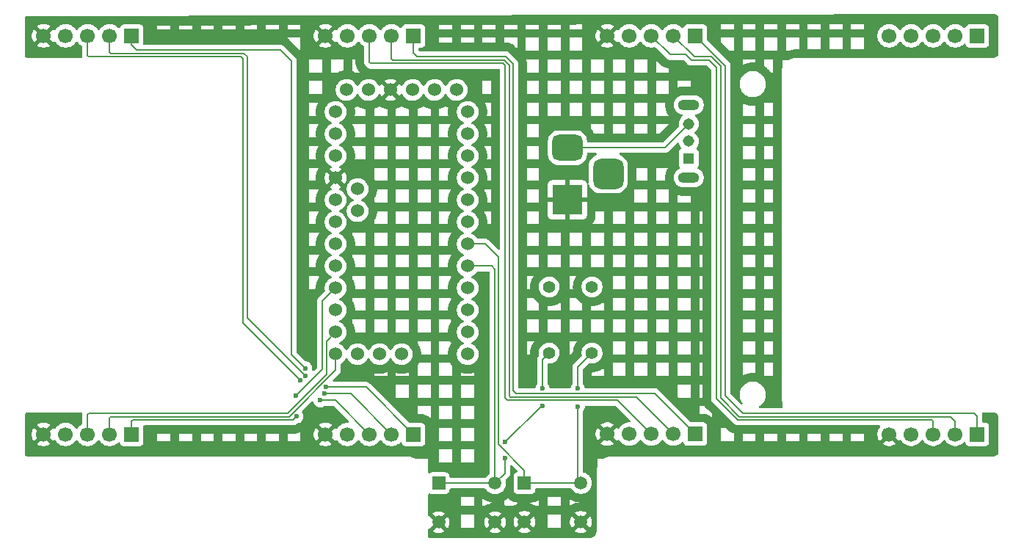
<source format=gbr>
%TF.GenerationSoftware,KiCad,Pcbnew,9.0.5*%
%TF.CreationDate,2025-11-01T23:40:50+06:00*%
%TF.ProjectId,led_matrix_array,6c65645f-6d61-4747-9269-785f61727261,1.0*%
%TF.SameCoordinates,Original*%
%TF.FileFunction,Copper,L1,Top*%
%TF.FilePolarity,Positive*%
%FSLAX46Y46*%
G04 Gerber Fmt 4.6, Leading zero omitted, Abs format (unit mm)*
G04 Created by KiCad (PCBNEW 9.0.5) date 2025-11-01 23:40:50*
%MOMM*%
%LPD*%
G01*
G04 APERTURE LIST*
G04 Aperture macros list*
%AMRoundRect*
0 Rectangle with rounded corners*
0 $1 Rounding radius*
0 $2 $3 $4 $5 $6 $7 $8 $9 X,Y pos of 4 corners*
0 Add a 4 corners polygon primitive as box body*
4,1,4,$2,$3,$4,$5,$6,$7,$8,$9,$2,$3,0*
0 Add four circle primitives for the rounded corners*
1,1,$1+$1,$2,$3*
1,1,$1+$1,$4,$5*
1,1,$1+$1,$6,$7*
1,1,$1+$1,$8,$9*
0 Add four rect primitives between the rounded corners*
20,1,$1+$1,$2,$3,$4,$5,0*
20,1,$1+$1,$4,$5,$6,$7,0*
20,1,$1+$1,$6,$7,$8,$9,0*
20,1,$1+$1,$8,$9,$2,$3,0*%
G04 Aperture macros list end*
%TA.AperFunction,ComponentPad*%
%ADD10C,1.524000*%
%TD*%
%TA.AperFunction,ComponentPad*%
%ADD11R,1.700000X1.700000*%
%TD*%
%TA.AperFunction,ComponentPad*%
%ADD12C,1.700000*%
%TD*%
%TA.AperFunction,ComponentPad*%
%ADD13R,1.508000X1.508000*%
%TD*%
%TA.AperFunction,ComponentPad*%
%ADD14C,1.508000*%
%TD*%
%TA.AperFunction,ComponentPad*%
%ADD15R,1.308000X1.308000*%
%TD*%
%TA.AperFunction,ComponentPad*%
%ADD16C,1.308000*%
%TD*%
%TA.AperFunction,ComponentPad*%
%ADD17O,2.460000X1.230000*%
%TD*%
%TA.AperFunction,ComponentPad*%
%ADD18C,1.400000*%
%TD*%
%TA.AperFunction,ComponentPad*%
%ADD19R,3.500000X3.500000*%
%TD*%
%TA.AperFunction,ComponentPad*%
%ADD20RoundRect,0.750000X-1.000000X0.750000X-1.000000X-0.750000X1.000000X-0.750000X1.000000X0.750000X0*%
%TD*%
%TA.AperFunction,ComponentPad*%
%ADD21RoundRect,0.875000X-0.875000X0.875000X-0.875000X-0.875000X0.875000X-0.875000X0.875000X0.875000X0*%
%TD*%
%TA.AperFunction,ViaPad*%
%ADD22C,0.600000*%
%TD*%
%TA.AperFunction,Conductor*%
%ADD23C,0.200000*%
%TD*%
G04 APERTURE END LIST*
D10*
%TO.P,U1,34,A5*%
%TO.N,unconnected-(U1-A5-Pad34)*%
X123698000Y-89408000D03*
%TO.P,U1,33,A4*%
%TO.N,unconnected-(U1-A4-Pad33)*%
X123698000Y-91948000D03*
%TO.P,U1,32,DTR*%
%TO.N,unconnected-(U1-DTR-Pad32)*%
X135128000Y-77978000D03*
%TO.P,U1,31,TXO*%
%TO.N,unconnected-(U1-TXO-Pad31)*%
X132588000Y-77978000D03*
%TO.P,U1,30,TXI*%
%TO.N,unconnected-(U1-TXI-Pad30)*%
X130048000Y-77978000D03*
%TO.P,U1,29,VCC*%
%TO.N,/Vcc*%
X127508000Y-77978000D03*
%TO.P,U1,28,GND*%
%TO.N,GND*%
X124968000Y-77978000D03*
%TO.P,U1,27,GND*%
X122428000Y-77978000D03*
%TO.P,U1,26,RAW*%
%TO.N,unconnected-(U1-RAW-Pad26)*%
X121158000Y-80518000D03*
%TO.P,U1,25,GND*%
%TO.N,GND*%
X121158000Y-83058000D03*
%TO.P,U1,24,RST*%
%TO.N,unconnected-(U1-RST-Pad24)*%
X121158000Y-85598000D03*
%TO.P,U1,23,Vcc*%
%TO.N,/Vcc*%
X121158000Y-88138000D03*
%TO.P,U1,22,A3*%
%TO.N,unconnected-(U1-A3-Pad22)*%
X121158000Y-90678000D03*
%TO.P,U1,21,A2*%
%TO.N,unconnected-(U1-A2-Pad21)*%
X121158000Y-93218000D03*
%TO.P,U1,20,A1*%
%TO.N,unconnected-(U1-A1-Pad20)*%
X121158000Y-95758000D03*
%TO.P,U1,19,A0*%
%TO.N,unconnected-(U1-A0-Pad19)*%
X121158000Y-98298000D03*
%TO.P,U1,18,13*%
%TO.N,/CS0*%
X121158000Y-100838000D03*
%TO.P,U1,17,12*%
%TO.N,unconnected-(U1-12-Pad17)*%
X121158000Y-103378000D03*
%TO.P,U1,16,11*%
%TO.N,/CLK0*%
X121158000Y-105918000D03*
%TO.P,U1,15,10*%
%TO.N,/DIN0*%
X121158000Y-108458000D03*
%TO.P,U1,14,A7*%
%TO.N,unconnected-(U1-A7-Pad14)*%
X123698000Y-108458000D03*
%TO.P,U1,13,A6*%
%TO.N,unconnected-(U1-A6-Pad13)*%
X126238000Y-108458000D03*
%TO.P,U1,12,GND*%
%TO.N,GND*%
X128778000Y-108458000D03*
%TO.P,U1,11,9*%
%TO.N,unconnected-(U1-9-Pad11)*%
X136398000Y-108458000D03*
%TO.P,U1,10,8*%
%TO.N,unconnected-(U1-8-Pad10)*%
X136398000Y-105918000D03*
%TO.P,U1,9,7*%
%TO.N,unconnected-(U1-7-Pad9)*%
X136398000Y-103378000D03*
%TO.P,U1,8,6*%
%TO.N,unconnected-(U1-6-Pad8)*%
X136398000Y-100838000D03*
%TO.P,U1,7,5*%
%TO.N,/TIMER_RESET*%
X136398000Y-98298000D03*
%TO.P,U1,6,4*%
%TO.N,/MODE_SELECT*%
X136398000Y-95758000D03*
%TO.P,U1,5,3*%
%TO.N,unconnected-(U1-3-Pad5)*%
X136398000Y-93218000D03*
%TO.P,U1,4,2*%
%TO.N,unconnected-(U1-2-Pad4)*%
X136398000Y-90678000D03*
%TO.P,U1,3,GND*%
%TO.N,GND*%
X136398000Y-88138000D03*
%TO.P,U1,2,RST*%
%TO.N,unconnected-(U1-RST-Pad2)*%
X136398000Y-85598000D03*
%TO.P,U1,1,RXI*%
%TO.N,unconnected-(U1-RXI-Pad1)*%
X136398000Y-83058000D03*
%TO.P,U1,0,TXO*%
%TO.N,unconnected-(U1-TXO-Pad0)*%
X136398000Y-80518000D03*
%TD*%
D11*
%TO.P,J7,1,Pin_1*%
%TO.N,/CS3*%
X162663591Y-71745974D03*
D12*
%TO.P,J7,2,Pin_2*%
%TO.N,/DIN3*%
X160123591Y-71745974D03*
%TO.P,J7,3,Pin_3*%
%TO.N,/CLK3*%
X157583591Y-71745974D03*
%TO.P,J7,4,Pin_4*%
%TO.N,GND*%
X155043591Y-71745974D03*
%TO.P,J7,5,Pin_5*%
%TO.N,/Vcc*%
X152503591Y-71745974D03*
%TD*%
D11*
%TO.P,J8,1,Pin_1*%
%TO.N,/CS3*%
X195174332Y-117704332D03*
D12*
%TO.P,J8,2,Pin_2*%
%TO.N,/DIN3*%
X192634332Y-117704332D03*
%TO.P,J8,3,Pin_3*%
%TO.N,/CLK3*%
X190094332Y-117704332D03*
%TO.P,J8,4,Pin_4*%
%TO.N,GND*%
X187554332Y-117704332D03*
%TO.P,J8,5,Pin_5*%
%TO.N,/Vcc*%
X185014332Y-117704332D03*
%TD*%
D11*
%TO.P,J2,1,Pin_1*%
%TO.N,/CS0*%
X97635997Y-117716941D03*
D12*
%TO.P,J2,2,Pin_2*%
%TO.N,/DIN0*%
X95095997Y-117716941D03*
%TO.P,J2,3,Pin_3*%
%TO.N,/CLK0*%
X92555997Y-117716941D03*
%TO.P,J2,4,Pin_4*%
%TO.N,GND*%
X90015997Y-117716941D03*
%TO.P,J2,5,Pin_5*%
%TO.N,/Vcc*%
X87475997Y-117716941D03*
%TD*%
D13*
%TO.P,S1,1*%
%TO.N,/TIMER_RESET*%
X133058876Y-123347253D03*
D14*
%TO.P,S1,2*%
X139558876Y-123347253D03*
%TO.P,S1,3*%
%TO.N,/Vcc*%
X133058876Y-127847253D03*
%TO.P,S1,4*%
X139558876Y-127847253D03*
%TD*%
D11*
%TO.P,J4,1,Pin_1*%
%TO.N,/CS1*%
X130153552Y-117719973D03*
D12*
%TO.P,J4,2,Pin_2*%
%TO.N,/DIN1*%
X127613552Y-117719973D03*
%TO.P,J4,3,Pin_3*%
%TO.N,/CLK1*%
X125073552Y-117719973D03*
%TO.P,J4,4,Pin_4*%
%TO.N,GND*%
X122533552Y-117719973D03*
%TO.P,J4,5,Pin_5*%
%TO.N,/Vcc*%
X119993552Y-117719973D03*
%TD*%
D15*
%TO.P,S3,1*%
%TO.N,unconnected-(S3-Pad1)*%
X161906256Y-85905188D03*
D16*
%TO.P,S3,2*%
%TO.N,GND*%
X161906256Y-83905188D03*
%TO.P,S3,3*%
%TO.N,Net-(J1-Pad2)*%
X161906256Y-81905188D03*
D17*
%TO.P,S3,S1,SHIELD*%
%TO.N,unconnected-(S3-SHIELD-PadS1)*%
X161906256Y-88105188D03*
%TO.P,S3,S2,SHIELD*%
%TO.N,unconnected-(S3-SHIELD-PadS2)*%
X161906256Y-79705188D03*
%TD*%
D18*
%TO.P,R2,1*%
%TO.N,/MODE_SELECT*%
X150739974Y-108321974D03*
%TO.P,R2,2*%
%TO.N,GND*%
X150739974Y-100701974D03*
%TD*%
D11*
%TO.P,J5,1,Pin_1*%
%TO.N,/CS2*%
X130153552Y-71745974D03*
D12*
%TO.P,J5,2,Pin_2*%
%TO.N,/DIN2*%
X127613552Y-71745974D03*
%TO.P,J5,3,Pin_3*%
%TO.N,/CLK2*%
X125073552Y-71745974D03*
%TO.P,J5,4,Pin_4*%
%TO.N,GND*%
X122533552Y-71745974D03*
%TO.P,J5,5,Pin_5*%
%TO.N,/Vcc*%
X119993552Y-71745974D03*
%TD*%
D13*
%TO.P,S2,1*%
%TO.N,/MODE_SELECT*%
X142952363Y-123318450D03*
D14*
%TO.P,S2,2*%
X149452363Y-123318450D03*
%TO.P,S2,3*%
%TO.N,/Vcc*%
X142952363Y-127818450D03*
%TO.P,S2,4*%
X149452363Y-127818450D03*
%TD*%
D11*
%TO.P,J9,1,Pin_1*%
%TO.N,unconnected-(J9-Pin_1-Pad1)*%
X195174332Y-71745974D03*
D12*
%TO.P,J9,2,Pin_2*%
%TO.N,unconnected-(J9-Pin_2-Pad2)*%
X192634332Y-71745974D03*
%TO.P,J9,3,Pin_3*%
%TO.N,unconnected-(J9-Pin_3-Pad3)*%
X190094332Y-71745974D03*
%TO.P,J9,4,Pin_4*%
%TO.N,unconnected-(J9-Pin_4-Pad4)*%
X187554332Y-71745974D03*
%TO.P,J9,5,Pin_5*%
%TO.N,unconnected-(J9-Pin_5-Pad5)*%
X185014332Y-71745974D03*
%TD*%
D19*
%TO.P,J1,1*%
%TO.N,/Vcc*%
X147907318Y-90647556D03*
D20*
%TO.P,J1,2*%
%TO.N,Net-(J1-Pad2)*%
X147907318Y-84647556D03*
D21*
%TO.P,J1,3*%
%TO.N,N/C*%
X152607318Y-87647556D03*
%TD*%
D11*
%TO.P,J3,1,Pin_1*%
%TO.N,/CS1*%
X97649544Y-71745974D03*
D12*
%TO.P,J3,2,Pin_2*%
%TO.N,/DIN1*%
X95109544Y-71745974D03*
%TO.P,J3,3,Pin_3*%
%TO.N,/CLK1*%
X92569544Y-71745974D03*
%TO.P,J3,4,Pin_4*%
%TO.N,GND*%
X90029544Y-71745974D03*
%TO.P,J3,5,Pin_5*%
%TO.N,/Vcc*%
X87489544Y-71745974D03*
%TD*%
D11*
%TO.P,J6,1,Pin_1*%
%TO.N,/CS2*%
X162663591Y-117676827D03*
D12*
%TO.P,J6,2,Pin_2*%
%TO.N,/DIN2*%
X160123591Y-117676827D03*
%TO.P,J6,3,Pin_3*%
%TO.N,/CLK2*%
X157583591Y-117676827D03*
%TO.P,J6,4,Pin_4*%
%TO.N,GND*%
X155043591Y-117676827D03*
%TO.P,J6,5,Pin_5*%
%TO.N,/Vcc*%
X152503591Y-117676827D03*
%TD*%
D18*
%TO.P,R1,1*%
%TO.N,/TIMER_RESET*%
X145811974Y-108321974D03*
%TO.P,R1,2*%
%TO.N,GND*%
X145811974Y-100701974D03*
%TD*%
D22*
%TO.N,/MODE_SELECT*%
X149098000Y-112390000D03*
X149098000Y-114554000D03*
%TO.N,/TIMER_RESET*%
X140716000Y-118618000D03*
X145034000Y-114392000D03*
X145034000Y-112390000D03*
X140672735Y-120439265D03*
%TO.N,/CS1*%
X120070614Y-112251120D03*
X117662059Y-110094155D03*
%TO.N,/DIN1*%
X117659687Y-110940313D03*
X119888000Y-113030000D03*
%TO.N,/CLK1*%
X117094000Y-111506000D03*
X119380000Y-113792000D03*
%TO.N,/CS0*%
X116586000Y-113284000D03*
X116668867Y-115652867D03*
%TD*%
D23*
%TO.N,Net-(J1-Pad2)*%
X147907318Y-84647556D02*
X159163888Y-84647556D01*
X159163888Y-84647556D02*
X161906256Y-81905188D01*
%TO.N,/MODE_SELECT*%
X149098000Y-109982000D02*
X149098000Y-112390000D01*
X150739974Y-108321974D02*
X149098000Y-109963948D01*
X149098000Y-109963948D02*
X149098000Y-109982000D01*
X149098000Y-114554000D02*
X149098000Y-122964087D01*
X149098000Y-122964087D02*
X149452363Y-123318450D01*
%TO.N,/TIMER_RESET*%
X140716000Y-120482530D02*
X140672735Y-120439265D01*
X140716000Y-121412000D02*
X140716000Y-120482530D01*
X140716000Y-122190129D02*
X140716000Y-121412000D01*
X145034000Y-112390000D02*
X145034000Y-109099948D01*
X139558876Y-123347253D02*
X140716000Y-122190129D01*
X140716000Y-118618000D02*
X144942000Y-114392000D01*
X144942000Y-114392000D02*
X145034000Y-114392000D01*
X145034000Y-109099948D02*
X145811974Y-108321974D01*
%TO.N,/MODE_SELECT*%
X142952363Y-123318450D02*
X142952363Y-121870363D01*
X142952363Y-121870363D02*
X139959876Y-118877876D01*
X139959876Y-118877876D02*
X139959876Y-97287876D01*
X139959876Y-97287876D02*
X138430000Y-95758000D01*
X138430000Y-95758000D02*
X136398000Y-95758000D01*
%TO.N,/TIMER_RESET*%
X136398000Y-98298000D02*
X139192000Y-98298000D01*
X139192000Y-98298000D02*
X139558876Y-98664876D01*
X139558876Y-98664876D02*
X139558876Y-123347253D01*
%TO.N,/MODE_SELECT*%
X142952363Y-123318450D02*
X149452363Y-123318450D01*
%TO.N,/TIMER_RESET*%
X133058876Y-123347253D02*
X139558876Y-123347253D01*
%TO.N,/CLK3*%
X190094332Y-117704332D02*
X190094332Y-116177306D01*
X190094332Y-116177306D02*
X189992000Y-116074974D01*
X189992000Y-116074974D02*
X167577874Y-116074974D01*
X167577874Y-116074974D02*
X165100000Y-113597100D01*
X165100000Y-113597100D02*
X165100000Y-75438000D01*
X162199000Y-74569000D02*
X161544000Y-73914000D01*
X165100000Y-75438000D02*
X164231000Y-74569000D01*
X159751617Y-73914000D02*
X157583591Y-71745974D01*
X164231000Y-74569000D02*
X162199000Y-74569000D01*
X161544000Y-73914000D02*
X159751617Y-73914000D01*
%TO.N,/DIN3*%
X160123591Y-71745974D02*
X162545617Y-74168000D01*
X192634332Y-116180332D02*
X192634332Y-117704332D01*
X162545617Y-74168000D02*
X164518517Y-74168000D01*
X164518517Y-74168000D02*
X165571259Y-75220742D01*
X165571259Y-75220742D02*
X165571259Y-113501259D01*
X192127974Y-115673974D02*
X192634332Y-116180332D01*
X165571259Y-113501259D02*
X167743974Y-115673974D01*
X167743974Y-115673974D02*
X192127974Y-115673974D01*
%TO.N,/CS3*%
X168104974Y-115272974D02*
X166116000Y-113284000D01*
X194818000Y-115272974D02*
X168104974Y-115272974D01*
X195174332Y-117704332D02*
X195174332Y-115629306D01*
X166116000Y-75198383D02*
X162663591Y-71745974D01*
X195174332Y-115629306D02*
X194818000Y-115272974D01*
X166116000Y-113284000D02*
X166116000Y-75198383D01*
%TO.N,/CS2*%
X130153552Y-71745974D02*
X130153552Y-73725552D01*
X130153552Y-73725552D02*
X130556000Y-74128000D01*
X130556000Y-74128000D02*
X140794200Y-74128000D01*
X140794200Y-74128000D02*
X141625000Y-74958800D01*
X141625000Y-74958800D02*
X141625000Y-112669000D01*
X141625000Y-112669000D02*
X141946000Y-112990000D01*
X141946000Y-112990000D02*
X157976764Y-112990000D01*
X157976764Y-112990000D02*
X162663591Y-117676827D01*
%TO.N,/DIN2*%
X127613552Y-71745974D02*
X127613552Y-74380552D01*
X127613552Y-74380552D02*
X127762000Y-74529000D01*
X140628100Y-74529000D02*
X141224000Y-75124900D01*
X127762000Y-74529000D02*
X140628100Y-74529000D01*
X141224000Y-75124900D02*
X141224000Y-113284000D01*
X141224000Y-113284000D02*
X141331000Y-113391000D01*
X155837764Y-113391000D02*
X160123591Y-117676827D01*
X141331000Y-113391000D02*
X155837764Y-113391000D01*
%TO.N,/CLK2*%
X125073552Y-71745974D02*
X125073552Y-74781552D01*
X140970000Y-113792000D02*
X153698764Y-113792000D01*
X125073552Y-74781552D02*
X125222000Y-74930000D01*
X125222000Y-74930000D02*
X140462000Y-74930000D01*
X140462000Y-74930000D02*
X140716000Y-75184000D01*
X153698764Y-113792000D02*
X157583591Y-117676827D01*
X140716000Y-75184000D02*
X140716000Y-113538000D01*
X140716000Y-113538000D02*
X140970000Y-113792000D01*
%TO.N,/CS1*%
X116078000Y-74676000D02*
X116078000Y-108510096D01*
X98219570Y-73366000D02*
X99314000Y-73366000D01*
X97649544Y-72795974D02*
X98219570Y-73366000D01*
X97649544Y-71745974D02*
X97649544Y-72795974D01*
X116078000Y-108510096D02*
X117662059Y-110094155D01*
X99314000Y-73366000D02*
X114768000Y-73366000D01*
X114768000Y-73366000D02*
X116078000Y-74676000D01*
X120070614Y-112251120D02*
X124684699Y-112251120D01*
X124684699Y-112251120D02*
X130153552Y-117719973D01*
%TO.N,/DIN1*%
X110998000Y-104278626D02*
X117659687Y-110940313D01*
X110998000Y-74168000D02*
X110998000Y-74930000D01*
X95109544Y-73626544D02*
X95250000Y-73767000D01*
X95250000Y-73767000D02*
X110597000Y-73767000D01*
X122923579Y-113030000D02*
X127613552Y-117719973D01*
X95109544Y-71745974D02*
X95109544Y-73626544D01*
X110998000Y-74930000D02*
X110998000Y-104278626D01*
X110597000Y-73767000D02*
X110998000Y-74168000D01*
X119888000Y-113030000D02*
X122923579Y-113030000D01*
%TO.N,/CLK1*%
X119380000Y-113792000D02*
X121145579Y-113792000D01*
X121145579Y-113792000D02*
X125073552Y-117719973D01*
X111252000Y-105664000D02*
X117094000Y-111506000D01*
X110236000Y-74168000D02*
X110490000Y-74422000D01*
X110490000Y-74422000D02*
X110490000Y-104902000D01*
X92710000Y-74168000D02*
X109728000Y-74168000D01*
X92569544Y-71745974D02*
X92569544Y-74027544D01*
X92569544Y-74027544D02*
X92710000Y-74168000D01*
X110490000Y-104902000D02*
X111252000Y-105664000D01*
X109728000Y-74168000D02*
X110236000Y-74168000D01*
%TO.N,/CS0*%
X116586000Y-113284000D02*
X119634000Y-110236000D01*
X97635997Y-116228977D02*
X97790000Y-116074974D01*
X97635997Y-117716941D02*
X97635997Y-116228977D01*
X97790000Y-116074974D02*
X116246760Y-116074974D01*
X116246760Y-116074974D02*
X116668867Y-115652867D01*
X119634000Y-110236000D02*
X119634000Y-102362000D01*
X119634000Y-102362000D02*
X121158000Y-100838000D01*
%TO.N,/DIN0*%
X95095997Y-115827977D02*
X95250000Y-115673974D01*
X95095997Y-117716941D02*
X95095997Y-115827977D01*
X95250000Y-115673974D02*
X115799230Y-115673974D01*
X115799230Y-115673974D02*
X121158000Y-110315204D01*
X121158000Y-110315204D02*
X121158000Y-108458000D01*
%TO.N,/CLK0*%
X92555997Y-115426977D02*
X92710000Y-115272974D01*
X92555997Y-117716941D02*
X92555997Y-115426977D01*
X92710000Y-115272974D02*
X115633130Y-115272974D01*
X120095000Y-106981000D02*
X121158000Y-105918000D01*
X115633130Y-115272974D02*
X120095000Y-110811104D01*
X120095000Y-110811104D02*
X120095000Y-106981000D01*
%TD*%
%TA.AperFunction,Conductor*%
%TO.N,/Vcc*%
G36*
X197141444Y-69220334D02*
G01*
X197250786Y-69253500D01*
X197273230Y-69262796D01*
X197384747Y-69322400D01*
X197404951Y-69335899D01*
X197490322Y-69405958D01*
X197502687Y-69416106D01*
X197519875Y-69433294D01*
X197594702Y-69524467D01*
X197600080Y-69531019D01*
X197613586Y-69551231D01*
X197625768Y-69574021D01*
X197640411Y-69632476D01*
X197640411Y-73859414D01*
X197625768Y-73917870D01*
X197613550Y-73940727D01*
X197600046Y-73960936D01*
X197519847Y-74058659D01*
X197502659Y-74075847D01*
X197404936Y-74156047D01*
X197384723Y-74169553D01*
X197273228Y-74229147D01*
X197250769Y-74238449D01*
X197129790Y-74275145D01*
X197105949Y-74279887D01*
X196974048Y-74292876D01*
X196961894Y-74293473D01*
X196910100Y-74293472D01*
X196902092Y-74293472D01*
X196902091Y-74293472D01*
X196893468Y-74293472D01*
X196893440Y-74293474D01*
X174436508Y-74293474D01*
X174436479Y-74293472D01*
X174427856Y-74293472D01*
X174361971Y-74293473D01*
X174361963Y-74293474D01*
X174288490Y-74293474D01*
X174288470Y-74293475D01*
X174235340Y-74293475D01*
X174035258Y-74322246D01*
X173984660Y-74329522D01*
X173984657Y-74329523D01*
X173741666Y-74400874D01*
X173741663Y-74400875D01*
X173511298Y-74506082D01*
X173511292Y-74506086D01*
X173477038Y-74528101D01*
X173409999Y-74547786D01*
X172748411Y-74547786D01*
X172748411Y-75308223D01*
X172737205Y-75359735D01*
X172698876Y-75443660D01*
X172663990Y-75562467D01*
X172630192Y-75677569D01*
X172627523Y-75686657D01*
X172627522Y-75686661D01*
X172591475Y-75937340D01*
X172591475Y-75990470D01*
X172591474Y-75990490D01*
X172591474Y-76063967D01*
X172591472Y-76138479D01*
X172591474Y-76138508D01*
X172591474Y-113475464D01*
X172591524Y-113476240D01*
X172591524Y-113528595D01*
X172627558Y-113779254D01*
X172627560Y-113779267D01*
X172643169Y-113832430D01*
X172698905Y-114022264D01*
X172737206Y-114106134D01*
X172748411Y-114157644D01*
X172748411Y-114548474D01*
X172728726Y-114615513D01*
X172675922Y-114661268D01*
X172624411Y-114672474D01*
X170091243Y-114672474D01*
X170024204Y-114652789D01*
X169978449Y-114599985D01*
X169968505Y-114530827D01*
X169997530Y-114467271D01*
X170034948Y-114437989D01*
X170062774Y-114423811D01*
X170253851Y-114284985D01*
X170420858Y-114117978D01*
X170559684Y-113926901D01*
X170666909Y-113716460D01*
X170739894Y-113491836D01*
X170743660Y-113468056D01*
X170776841Y-113258565D01*
X170776841Y-113022370D01*
X170739894Y-112789099D01*
X170698665Y-112662210D01*
X170666909Y-112564476D01*
X170666907Y-112564473D01*
X170666907Y-112564471D01*
X170577754Y-112389500D01*
X170559684Y-112354035D01*
X170420858Y-112162958D01*
X170253851Y-111995951D01*
X170062774Y-111857125D01*
X169852337Y-111749901D01*
X169627709Y-111676914D01*
X169394438Y-111639968D01*
X169394433Y-111639968D01*
X169158249Y-111639968D01*
X169158244Y-111639968D01*
X168924972Y-111676914D01*
X168700344Y-111749901D01*
X168489907Y-111857125D01*
X168445386Y-111889472D01*
X168298831Y-111995951D01*
X168298829Y-111995953D01*
X168298828Y-111995953D01*
X168131826Y-112162955D01*
X168131826Y-112162956D01*
X168131824Y-112162958D01*
X168093727Y-112215394D01*
X167992998Y-112354034D01*
X167885774Y-112564471D01*
X167812787Y-112789099D01*
X167775841Y-113022370D01*
X167775841Y-113258565D01*
X167812787Y-113491836D01*
X167885774Y-113716464D01*
X167976598Y-113894714D01*
X167992998Y-113926901D01*
X168076474Y-114041796D01*
X168089434Y-114059633D01*
X168112914Y-114125440D01*
X168097089Y-114193494D01*
X168046983Y-114242189D01*
X167978505Y-114256064D01*
X167913396Y-114230715D01*
X167901435Y-114220200D01*
X166752819Y-113071584D01*
X166719334Y-113010261D01*
X166716500Y-112983903D01*
X166716500Y-110964996D01*
X170620411Y-110964996D01*
X171593474Y-110964996D01*
X171593474Y-109462996D01*
X170620411Y-109462996D01*
X170620411Y-110964996D01*
X166716500Y-110964996D01*
X166716500Y-110925311D01*
X168120411Y-110925311D01*
X168264741Y-110851771D01*
X168269125Y-110849645D01*
X168295901Y-110837302D01*
X168300368Y-110835348D01*
X168336584Y-110820350D01*
X168341115Y-110818577D01*
X168368724Y-110808393D01*
X168373318Y-110806800D01*
X168635224Y-110721700D01*
X168639887Y-110720286D01*
X168668266Y-110712283D01*
X168672985Y-110711052D01*
X168711104Y-110701904D01*
X168715854Y-110700862D01*
X168744716Y-110695122D01*
X168749505Y-110694267D01*
X169021495Y-110651187D01*
X169026325Y-110650519D01*
X169055597Y-110647056D01*
X169060441Y-110646579D01*
X169099521Y-110643505D01*
X169104380Y-110643218D01*
X169133794Y-110642063D01*
X169138659Y-110641968D01*
X169414023Y-110641968D01*
X169418888Y-110642063D01*
X169448302Y-110643218D01*
X169453161Y-110643505D01*
X169492241Y-110646579D01*
X169497085Y-110647056D01*
X169526357Y-110650519D01*
X169531187Y-110651187D01*
X169622411Y-110665635D01*
X169622411Y-109462996D01*
X168120411Y-109462996D01*
X168120411Y-110925311D01*
X166716500Y-110925311D01*
X166716500Y-108464996D01*
X168120411Y-108464996D01*
X169622411Y-108464996D01*
X170620411Y-108464996D01*
X171593474Y-108464996D01*
X171593474Y-106962996D01*
X170620411Y-106962996D01*
X170620411Y-108464996D01*
X169622411Y-108464996D01*
X169622411Y-106962996D01*
X168120411Y-106962996D01*
X168120411Y-108464996D01*
X166716500Y-108464996D01*
X166716500Y-105964996D01*
X168120411Y-105964996D01*
X169622411Y-105964996D01*
X170620411Y-105964996D01*
X171593474Y-105964996D01*
X171593474Y-104462996D01*
X170620411Y-104462996D01*
X170620411Y-105964996D01*
X169622411Y-105964996D01*
X169622411Y-104462996D01*
X168120411Y-104462996D01*
X168120411Y-105964996D01*
X166716500Y-105964996D01*
X166716500Y-103464996D01*
X168120411Y-103464996D01*
X169622411Y-103464996D01*
X170620411Y-103464996D01*
X171593474Y-103464996D01*
X171593474Y-101962996D01*
X170620411Y-101962996D01*
X170620411Y-103464996D01*
X169622411Y-103464996D01*
X169622411Y-101962996D01*
X168120411Y-101962996D01*
X168120411Y-103464996D01*
X166716500Y-103464996D01*
X166716500Y-100964996D01*
X168120411Y-100964996D01*
X169622411Y-100964996D01*
X170620411Y-100964996D01*
X171593474Y-100964996D01*
X171593474Y-99462996D01*
X170620411Y-99462996D01*
X170620411Y-100964996D01*
X169622411Y-100964996D01*
X169622411Y-99462996D01*
X168120411Y-99462996D01*
X168120411Y-100964996D01*
X166716500Y-100964996D01*
X166716500Y-98464996D01*
X168120411Y-98464996D01*
X169622411Y-98464996D01*
X170620411Y-98464996D01*
X171593474Y-98464996D01*
X171593474Y-96962996D01*
X170620411Y-96962996D01*
X170620411Y-98464996D01*
X169622411Y-98464996D01*
X169622411Y-96962996D01*
X168120411Y-96962996D01*
X168120411Y-98464996D01*
X166716500Y-98464996D01*
X166716500Y-95964996D01*
X168120411Y-95964996D01*
X169622411Y-95964996D01*
X170620411Y-95964996D01*
X171593474Y-95964996D01*
X171593474Y-94462996D01*
X170620411Y-94462996D01*
X170620411Y-95964996D01*
X169622411Y-95964996D01*
X169622411Y-94462996D01*
X168120411Y-94462996D01*
X168120411Y-95964996D01*
X166716500Y-95964996D01*
X166716500Y-93464996D01*
X168120411Y-93464996D01*
X169622411Y-93464996D01*
X170620411Y-93464996D01*
X171593474Y-93464996D01*
X171593474Y-91962996D01*
X170620411Y-91962996D01*
X170620411Y-93464996D01*
X169622411Y-93464996D01*
X169622411Y-91962996D01*
X168120411Y-91962996D01*
X168120411Y-93464996D01*
X166716500Y-93464996D01*
X166716500Y-90964996D01*
X168120411Y-90964996D01*
X169622411Y-90964996D01*
X170620411Y-90964996D01*
X171593474Y-90964996D01*
X171593474Y-89462996D01*
X170620411Y-89462996D01*
X170620411Y-90964996D01*
X169622411Y-90964996D01*
X169622411Y-89462996D01*
X168120411Y-89462996D01*
X168120411Y-90964996D01*
X166716500Y-90964996D01*
X166716500Y-88464996D01*
X168120411Y-88464996D01*
X169622411Y-88464996D01*
X170620411Y-88464996D01*
X171593474Y-88464996D01*
X171593474Y-86962996D01*
X170620411Y-86962996D01*
X170620411Y-88464996D01*
X169622411Y-88464996D01*
X169622411Y-86962996D01*
X168120411Y-86962996D01*
X168120411Y-88464996D01*
X166716500Y-88464996D01*
X166716500Y-85964996D01*
X168120411Y-85964996D01*
X169622411Y-85964996D01*
X170620411Y-85964996D01*
X171593474Y-85964996D01*
X171593474Y-84462996D01*
X170620411Y-84462996D01*
X170620411Y-85964996D01*
X169622411Y-85964996D01*
X169622411Y-84462996D01*
X168120411Y-84462996D01*
X168120411Y-85964996D01*
X166716500Y-85964996D01*
X166716500Y-83464996D01*
X168120411Y-83464996D01*
X169622411Y-83464996D01*
X170620411Y-83464996D01*
X171593474Y-83464996D01*
X171593474Y-81962996D01*
X170620411Y-81962996D01*
X170620411Y-83464996D01*
X169622411Y-83464996D01*
X169622411Y-81962996D01*
X168120411Y-81962996D01*
X168120411Y-83464996D01*
X166716500Y-83464996D01*
X166716500Y-80964996D01*
X168120411Y-80964996D01*
X169622411Y-80964996D01*
X170620411Y-80964996D01*
X171593474Y-80964996D01*
X171593474Y-79462996D01*
X170620411Y-79462996D01*
X170620411Y-80964996D01*
X169622411Y-80964996D01*
X169622411Y-79798529D01*
X169531188Y-79812978D01*
X169526357Y-79813646D01*
X169497085Y-79817109D01*
X169492241Y-79817586D01*
X169453161Y-79820660D01*
X169448302Y-79820947D01*
X169418888Y-79822102D01*
X169414023Y-79822197D01*
X169138659Y-79822197D01*
X169133794Y-79822102D01*
X169104380Y-79820947D01*
X169099521Y-79820660D01*
X169060441Y-79817586D01*
X169055597Y-79817109D01*
X169026325Y-79813646D01*
X169021495Y-79812978D01*
X168749505Y-79769898D01*
X168744716Y-79769043D01*
X168715854Y-79763303D01*
X168711104Y-79762261D01*
X168672985Y-79753113D01*
X168668266Y-79751882D01*
X168639887Y-79743879D01*
X168635224Y-79742465D01*
X168373318Y-79657365D01*
X168368724Y-79655772D01*
X168341115Y-79645588D01*
X168336584Y-79643815D01*
X168300368Y-79628817D01*
X168295901Y-79626863D01*
X168269125Y-79614520D01*
X168264741Y-79612394D01*
X168120411Y-79538853D01*
X168120411Y-80964996D01*
X166716500Y-80964996D01*
X166716500Y-77205599D01*
X167775841Y-77205599D01*
X167775841Y-77441794D01*
X167812787Y-77675065D01*
X167885774Y-77899693D01*
X167951232Y-78028160D01*
X167992998Y-78110130D01*
X168131824Y-78301207D01*
X168298831Y-78468214D01*
X168489908Y-78607040D01*
X168553995Y-78639694D01*
X168700344Y-78714263D01*
X168700346Y-78714263D01*
X168700349Y-78714265D01*
X168813798Y-78751127D01*
X168924972Y-78787250D01*
X169158244Y-78824197D01*
X169158249Y-78824197D01*
X169394438Y-78824197D01*
X169627709Y-78787250D01*
X169852333Y-78714265D01*
X170062774Y-78607040D01*
X170253851Y-78468214D01*
X170420858Y-78301207D01*
X170559684Y-78110130D01*
X170666909Y-77899689D01*
X170739894Y-77675065D01*
X170752368Y-77596307D01*
X170776841Y-77441794D01*
X170776841Y-77205599D01*
X170739894Y-76972328D01*
X170706030Y-76868109D01*
X170666909Y-76747705D01*
X170666907Y-76747702D01*
X170666907Y-76747700D01*
X170559683Y-76537263D01*
X170420858Y-76346187D01*
X170253851Y-76179180D01*
X170062774Y-76040354D01*
X170059137Y-76038501D01*
X169852337Y-75933130D01*
X169627709Y-75860143D01*
X169394438Y-75823197D01*
X169394433Y-75823197D01*
X169158249Y-75823197D01*
X169158244Y-75823197D01*
X168924972Y-75860143D01*
X168700344Y-75933130D01*
X168489907Y-76040354D01*
X168380891Y-76119559D01*
X168298831Y-76179180D01*
X168298829Y-76179182D01*
X168298828Y-76179182D01*
X168131826Y-76346184D01*
X168131826Y-76346185D01*
X168131824Y-76346187D01*
X168074944Y-76424476D01*
X167992998Y-76537263D01*
X167885774Y-76747700D01*
X167812787Y-76972328D01*
X167775841Y-77205599D01*
X166716500Y-77205599D01*
X166716500Y-75287443D01*
X166716501Y-75287430D01*
X166716501Y-75212555D01*
X170620411Y-75212555D01*
X170629531Y-75218649D01*
X170633527Y-75221434D01*
X170856321Y-75383304D01*
X170860204Y-75386244D01*
X170883338Y-75404482D01*
X170887101Y-75407570D01*
X170916908Y-75433028D01*
X170920548Y-75436263D01*
X170942176Y-75456256D01*
X170945685Y-75459630D01*
X171140408Y-75654353D01*
X171143782Y-75657862D01*
X171163775Y-75679490D01*
X171167010Y-75683130D01*
X171192468Y-75712937D01*
X171195556Y-75716700D01*
X171213794Y-75739834D01*
X171216734Y-75743717D01*
X171377503Y-75964996D01*
X171593475Y-75964996D01*
X171593476Y-75919502D01*
X171593555Y-75915073D01*
X171594512Y-75888311D01*
X171594749Y-75883896D01*
X171597291Y-75848352D01*
X171597686Y-75843940D01*
X171600549Y-75817317D01*
X171601100Y-75812926D01*
X171624411Y-75650816D01*
X171624411Y-74462996D01*
X170620411Y-74462996D01*
X170620411Y-75212555D01*
X166716501Y-75212555D01*
X166716501Y-75119327D01*
X166713611Y-75108540D01*
X168120411Y-75108540D01*
X168264741Y-75035000D01*
X168269125Y-75032874D01*
X168295901Y-75020531D01*
X168300368Y-75018577D01*
X168336584Y-75003579D01*
X168341115Y-75001806D01*
X168368724Y-74991622D01*
X168373318Y-74990029D01*
X168635224Y-74904929D01*
X168639887Y-74903515D01*
X168668266Y-74895512D01*
X168672985Y-74894281D01*
X168711104Y-74885133D01*
X168715854Y-74884091D01*
X168744716Y-74878351D01*
X168749505Y-74877496D01*
X169021495Y-74834416D01*
X169026325Y-74833748D01*
X169055597Y-74830285D01*
X169060441Y-74829808D01*
X169099521Y-74826734D01*
X169104380Y-74826447D01*
X169133794Y-74825292D01*
X169138659Y-74825197D01*
X169414023Y-74825197D01*
X169418888Y-74825292D01*
X169448302Y-74826447D01*
X169453161Y-74826734D01*
X169492241Y-74829808D01*
X169497085Y-74830285D01*
X169526357Y-74833748D01*
X169531187Y-74834416D01*
X169622411Y-74848864D01*
X169622411Y-74462996D01*
X168120411Y-74462996D01*
X168120411Y-75108540D01*
X166713611Y-75108540D01*
X166711226Y-75099641D01*
X166675577Y-74966599D01*
X166665843Y-74949739D01*
X166596524Y-74829673D01*
X166596518Y-74829665D01*
X164209027Y-72442174D01*
X165620411Y-72442174D01*
X166643233Y-73464996D01*
X167122411Y-73464996D01*
X168120411Y-73464996D01*
X169622411Y-73464996D01*
X170620411Y-73464996D01*
X172122411Y-73464996D01*
X172122411Y-73423786D01*
X173120411Y-73423786D01*
X173526954Y-73423786D01*
X173720574Y-73366932D01*
X173724840Y-73365762D01*
X173750781Y-73359140D01*
X173755091Y-73358121D01*
X173789910Y-73350546D01*
X173794253Y-73349682D01*
X173820608Y-73344927D01*
X173824976Y-73344219D01*
X174110926Y-73303100D01*
X174115317Y-73302549D01*
X174141940Y-73299686D01*
X174146352Y-73299291D01*
X174181896Y-73296749D01*
X174186311Y-73296512D01*
X174213073Y-73295555D01*
X174217502Y-73295476D01*
X174269734Y-73295475D01*
X174269786Y-73295474D01*
X174361936Y-73295474D01*
X174463092Y-73295471D01*
X174463176Y-73295474D01*
X174622411Y-73295474D01*
X175620411Y-73295474D01*
X177122411Y-73295474D01*
X178120411Y-73295474D01*
X179622411Y-73295474D01*
X180620411Y-73295474D01*
X182122411Y-73295474D01*
X182122411Y-71962996D01*
X180620411Y-71962996D01*
X180620411Y-73295474D01*
X179622411Y-73295474D01*
X179622411Y-71962996D01*
X178120411Y-71962996D01*
X178120411Y-73295474D01*
X177122411Y-73295474D01*
X177122411Y-71962996D01*
X175620411Y-71962996D01*
X175620411Y-73295474D01*
X174622411Y-73295474D01*
X174622411Y-71962996D01*
X173120411Y-71962996D01*
X173120411Y-73423786D01*
X172122411Y-73423786D01*
X172122411Y-71962996D01*
X170620411Y-71962996D01*
X170620411Y-73464996D01*
X169622411Y-73464996D01*
X169622411Y-71962996D01*
X168120411Y-71962996D01*
X168120411Y-73464996D01*
X167122411Y-73464996D01*
X167122411Y-71962996D01*
X165620411Y-71962996D01*
X165620411Y-72442174D01*
X164209027Y-72442174D01*
X164050409Y-72283556D01*
X164016924Y-72222233D01*
X164014090Y-72195875D01*
X164014090Y-71639687D01*
X183663832Y-71639687D01*
X183663832Y-71852260D01*
X183697067Y-72062101D01*
X183697086Y-72062217D01*
X183757203Y-72247238D01*
X183762776Y-72264388D01*
X183859283Y-72453794D01*
X183984222Y-72625760D01*
X184134545Y-72776083D01*
X184306511Y-72901022D01*
X184306513Y-72901023D01*
X184306516Y-72901025D01*
X184495920Y-72997531D01*
X184698089Y-73063220D01*
X184908045Y-73096474D01*
X184908046Y-73096474D01*
X185120618Y-73096474D01*
X185120619Y-73096474D01*
X185330575Y-73063220D01*
X185532744Y-72997531D01*
X185722148Y-72901025D01*
X185808470Y-72838309D01*
X185894118Y-72776083D01*
X185894120Y-72776080D01*
X185894124Y-72776078D01*
X186044436Y-72625766D01*
X186044438Y-72625762D01*
X186044441Y-72625760D01*
X186169380Y-72453794D01*
X186169382Y-72453791D01*
X186169383Y-72453790D01*
X186173846Y-72445028D01*
X186221820Y-72394233D01*
X186289640Y-72377437D01*
X186355776Y-72399973D01*
X186394818Y-72445030D01*
X186399283Y-72453794D01*
X186524222Y-72625760D01*
X186674545Y-72776083D01*
X186846511Y-72901022D01*
X186846513Y-72901023D01*
X186846516Y-72901025D01*
X187035920Y-72997531D01*
X187238089Y-73063220D01*
X187448045Y-73096474D01*
X187448046Y-73096474D01*
X187660618Y-73096474D01*
X187660619Y-73096474D01*
X187870575Y-73063220D01*
X188072744Y-72997531D01*
X188262148Y-72901025D01*
X188348470Y-72838309D01*
X188434118Y-72776083D01*
X188434120Y-72776080D01*
X188434124Y-72776078D01*
X188584436Y-72625766D01*
X188584438Y-72625762D01*
X188584441Y-72625760D01*
X188709380Y-72453794D01*
X188709382Y-72453791D01*
X188709383Y-72453790D01*
X188713846Y-72445028D01*
X188761820Y-72394233D01*
X188829640Y-72377437D01*
X188895776Y-72399973D01*
X188934818Y-72445030D01*
X188939283Y-72453794D01*
X189064222Y-72625760D01*
X189214545Y-72776083D01*
X189386511Y-72901022D01*
X189386513Y-72901023D01*
X189386516Y-72901025D01*
X189575920Y-72997531D01*
X189778089Y-73063220D01*
X189988045Y-73096474D01*
X189988046Y-73096474D01*
X190200618Y-73096474D01*
X190200619Y-73096474D01*
X190410575Y-73063220D01*
X190612744Y-72997531D01*
X190802148Y-72901025D01*
X190888470Y-72838309D01*
X190974118Y-72776083D01*
X190974120Y-72776080D01*
X190974124Y-72776078D01*
X191124436Y-72625766D01*
X191124438Y-72625762D01*
X191124441Y-72625760D01*
X191249380Y-72453794D01*
X191249382Y-72453791D01*
X191249383Y-72453790D01*
X191253846Y-72445028D01*
X191301820Y-72394233D01*
X191369640Y-72377437D01*
X191435776Y-72399973D01*
X191474818Y-72445030D01*
X191479283Y-72453794D01*
X191604222Y-72625760D01*
X191754545Y-72776083D01*
X191926511Y-72901022D01*
X191926513Y-72901023D01*
X191926516Y-72901025D01*
X192115920Y-72997531D01*
X192318089Y-73063220D01*
X192528045Y-73096474D01*
X192528046Y-73096474D01*
X192740618Y-73096474D01*
X192740619Y-73096474D01*
X192950575Y-73063220D01*
X193152744Y-72997531D01*
X193342148Y-72901025D01*
X193438394Y-72831099D01*
X193514116Y-72776084D01*
X193514116Y-72776083D01*
X193514124Y-72776078D01*
X193627661Y-72662540D01*
X193688980Y-72629058D01*
X193758672Y-72634042D01*
X193814606Y-72675913D01*
X193831521Y-72706891D01*
X193880534Y-72838302D01*
X193880538Y-72838309D01*
X193966784Y-72953518D01*
X193966787Y-72953521D01*
X194081996Y-73039767D01*
X194082003Y-73039771D01*
X194216849Y-73090065D01*
X194216848Y-73090065D01*
X194223776Y-73090809D01*
X194276459Y-73096474D01*
X196072204Y-73096473D01*
X196131815Y-73090065D01*
X196266663Y-73039770D01*
X196381878Y-72953520D01*
X196468128Y-72838305D01*
X196518423Y-72703457D01*
X196524832Y-72643847D01*
X196524831Y-70848102D01*
X196518423Y-70788491D01*
X196517142Y-70785057D01*
X196468129Y-70653645D01*
X196468125Y-70653638D01*
X196381879Y-70538429D01*
X196381876Y-70538426D01*
X196266667Y-70452180D01*
X196266660Y-70452176D01*
X196131814Y-70401882D01*
X196131815Y-70401882D01*
X196072215Y-70395475D01*
X196072213Y-70395474D01*
X196072205Y-70395474D01*
X196072196Y-70395474D01*
X194276461Y-70395474D01*
X194276455Y-70395475D01*
X194216848Y-70401882D01*
X194082003Y-70452176D01*
X194081996Y-70452180D01*
X193966787Y-70538426D01*
X193966784Y-70538429D01*
X193880538Y-70653638D01*
X193880535Y-70653643D01*
X193831521Y-70785057D01*
X193789649Y-70840990D01*
X193724185Y-70865407D01*
X193655912Y-70850555D01*
X193627658Y-70829404D01*
X193514118Y-70715864D01*
X193342152Y-70590925D01*
X193152746Y-70494418D01*
X193152745Y-70494417D01*
X193152744Y-70494417D01*
X192950575Y-70428728D01*
X192950573Y-70428727D01*
X192950572Y-70428727D01*
X192789289Y-70403182D01*
X192740619Y-70395474D01*
X192528045Y-70395474D01*
X192479374Y-70403182D01*
X192318092Y-70428727D01*
X192115917Y-70494418D01*
X191926511Y-70590925D01*
X191754545Y-70715864D01*
X191604222Y-70866187D01*
X191479281Y-71038156D01*
X191474816Y-71046920D01*
X191426841Y-71097716D01*
X191359020Y-71114510D01*
X191292885Y-71091972D01*
X191253848Y-71046920D01*
X191249382Y-71038156D01*
X191124441Y-70866187D01*
X190974118Y-70715864D01*
X190802152Y-70590925D01*
X190612746Y-70494418D01*
X190612745Y-70494417D01*
X190612744Y-70494417D01*
X190410575Y-70428728D01*
X190410573Y-70428727D01*
X190410572Y-70428727D01*
X190249289Y-70403182D01*
X190200619Y-70395474D01*
X189988045Y-70395474D01*
X189939374Y-70403182D01*
X189778092Y-70428727D01*
X189575917Y-70494418D01*
X189386511Y-70590925D01*
X189214545Y-70715864D01*
X189064222Y-70866187D01*
X188939281Y-71038156D01*
X188934816Y-71046920D01*
X188886841Y-71097716D01*
X188819020Y-71114510D01*
X188752885Y-71091972D01*
X188713848Y-71046920D01*
X188709382Y-71038156D01*
X188584441Y-70866187D01*
X188434118Y-70715864D01*
X188262152Y-70590925D01*
X188072746Y-70494418D01*
X188072745Y-70494417D01*
X188072744Y-70494417D01*
X187870575Y-70428728D01*
X187870573Y-70428727D01*
X187870572Y-70428727D01*
X187709289Y-70403182D01*
X187660619Y-70395474D01*
X187448045Y-70395474D01*
X187399374Y-70403182D01*
X187238092Y-70428727D01*
X187035917Y-70494418D01*
X186846511Y-70590925D01*
X186674545Y-70715864D01*
X186524222Y-70866187D01*
X186399281Y-71038156D01*
X186394816Y-71046920D01*
X186346841Y-71097716D01*
X186279020Y-71114510D01*
X186212885Y-71091972D01*
X186173848Y-71046920D01*
X186169382Y-71038156D01*
X186044441Y-70866187D01*
X185894118Y-70715864D01*
X185722152Y-70590925D01*
X185532746Y-70494418D01*
X185532745Y-70494417D01*
X185532744Y-70494417D01*
X185330575Y-70428728D01*
X185330573Y-70428727D01*
X185330572Y-70428727D01*
X185169289Y-70403182D01*
X185120619Y-70395474D01*
X184908045Y-70395474D01*
X184859374Y-70403182D01*
X184698092Y-70428727D01*
X184495917Y-70494418D01*
X184306511Y-70590925D01*
X184134545Y-70715864D01*
X183984222Y-70866187D01*
X183859283Y-71038153D01*
X183762776Y-71227559D01*
X183697085Y-71429734D01*
X183663832Y-71639687D01*
X164014090Y-71639687D01*
X164014090Y-70848103D01*
X164014089Y-70848097D01*
X164007682Y-70788490D01*
X163957388Y-70653645D01*
X163957384Y-70653638D01*
X163871138Y-70538429D01*
X163871135Y-70538426D01*
X163755926Y-70452180D01*
X163755919Y-70452176D01*
X163643458Y-70410231D01*
X165620411Y-70410231D01*
X165620411Y-70964996D01*
X167122411Y-70964996D01*
X167122411Y-70406833D01*
X165620411Y-70410231D01*
X163643458Y-70410231D01*
X163628293Y-70404575D01*
X168120411Y-70404575D01*
X168120411Y-70964996D01*
X169622411Y-70964996D01*
X169622411Y-70401177D01*
X168120411Y-70404575D01*
X163628293Y-70404575D01*
X163621073Y-70401882D01*
X163621074Y-70401882D01*
X163593511Y-70398919D01*
X170620411Y-70398919D01*
X170620411Y-70964996D01*
X172122411Y-70964996D01*
X172122411Y-70395521D01*
X170620411Y-70398919D01*
X163593511Y-70398919D01*
X163561474Y-70395475D01*
X163561472Y-70395474D01*
X163561464Y-70395474D01*
X163561455Y-70395474D01*
X161765720Y-70395474D01*
X161765714Y-70395475D01*
X161706107Y-70401882D01*
X161571262Y-70452176D01*
X161571255Y-70452180D01*
X161456046Y-70538426D01*
X161456043Y-70538429D01*
X161369797Y-70653638D01*
X161369794Y-70653643D01*
X161320780Y-70785057D01*
X161278908Y-70840990D01*
X161213444Y-70865407D01*
X161145171Y-70850555D01*
X161116917Y-70829404D01*
X161003377Y-70715864D01*
X160831411Y-70590925D01*
X160642005Y-70494418D01*
X160642004Y-70494417D01*
X160642003Y-70494417D01*
X160439834Y-70428728D01*
X160439832Y-70428727D01*
X160439831Y-70428727D01*
X160278548Y-70403182D01*
X160229878Y-70395474D01*
X160017304Y-70395474D01*
X159968633Y-70403182D01*
X159807351Y-70428727D01*
X159605176Y-70494418D01*
X159415770Y-70590925D01*
X159243804Y-70715864D01*
X159093481Y-70866187D01*
X158968540Y-71038156D01*
X158964075Y-71046920D01*
X158916100Y-71097716D01*
X158848279Y-71114510D01*
X158782144Y-71091972D01*
X158743107Y-71046920D01*
X158738641Y-71038156D01*
X158613700Y-70866187D01*
X158463377Y-70715864D01*
X158291411Y-70590925D01*
X158102005Y-70494418D01*
X158102004Y-70494417D01*
X158102003Y-70494417D01*
X157899834Y-70428728D01*
X157899832Y-70428727D01*
X157899831Y-70428727D01*
X157738548Y-70403182D01*
X157689878Y-70395474D01*
X157477304Y-70395474D01*
X157428633Y-70403182D01*
X157267351Y-70428727D01*
X157065176Y-70494418D01*
X156875770Y-70590925D01*
X156703804Y-70715864D01*
X156553481Y-70866187D01*
X156428540Y-71038156D01*
X156424075Y-71046920D01*
X156376100Y-71097716D01*
X156308279Y-71114510D01*
X156242144Y-71091972D01*
X156203107Y-71046920D01*
X156198641Y-71038156D01*
X156073700Y-70866187D01*
X155923377Y-70715864D01*
X155751411Y-70590925D01*
X155562005Y-70494418D01*
X155562004Y-70494417D01*
X155562003Y-70494417D01*
X155359834Y-70428728D01*
X155359832Y-70428727D01*
X155359831Y-70428727D01*
X155198548Y-70403182D01*
X155149878Y-70395474D01*
X154937304Y-70395474D01*
X154888633Y-70403182D01*
X154727351Y-70428727D01*
X154525176Y-70494418D01*
X154335770Y-70590925D01*
X154163804Y-70715864D01*
X154013481Y-70866187D01*
X153888540Y-71038156D01*
X153883793Y-71047473D01*
X153835818Y-71098267D01*
X153767996Y-71115061D01*
X153701862Y-71092522D01*
X153662825Y-71047469D01*
X153658217Y-71038426D01*
X153618861Y-70984256D01*
X153618860Y-70984256D01*
X152986553Y-71616564D01*
X152969516Y-71552981D01*
X152903690Y-71438967D01*
X152810598Y-71345875D01*
X152696584Y-71280049D01*
X152633000Y-71263011D01*
X153265307Y-70630702D01*
X153211141Y-70591349D01*
X153021808Y-70494878D01*
X152819720Y-70429216D01*
X152609837Y-70395974D01*
X152397345Y-70395974D01*
X152187463Y-70429216D01*
X152187460Y-70429216D01*
X151985373Y-70494878D01*
X151796030Y-70591354D01*
X151741873Y-70630701D01*
X151741873Y-70630702D01*
X152374182Y-71263011D01*
X152310598Y-71280049D01*
X152196584Y-71345875D01*
X152103492Y-71438967D01*
X152037666Y-71552981D01*
X152020628Y-71616565D01*
X151388319Y-70984256D01*
X151388318Y-70984256D01*
X151348971Y-71038413D01*
X151252495Y-71227756D01*
X151186833Y-71429843D01*
X151186833Y-71429846D01*
X151153591Y-71639727D01*
X151153591Y-71852220D01*
X151186833Y-72062101D01*
X151186833Y-72062104D01*
X151252495Y-72264191D01*
X151348966Y-72453524D01*
X151388319Y-72507690D01*
X152020628Y-71875382D01*
X152037666Y-71938967D01*
X152103492Y-72052981D01*
X152196584Y-72146073D01*
X152310598Y-72211899D01*
X152374181Y-72228936D01*
X151741873Y-72861243D01*
X151741873Y-72861244D01*
X151796040Y-72900598D01*
X151985373Y-72997069D01*
X152187461Y-73062731D01*
X152397345Y-73095974D01*
X152609837Y-73095974D01*
X152819718Y-73062731D01*
X152819721Y-73062731D01*
X153021808Y-72997069D01*
X153211145Y-72900596D01*
X153265307Y-72861244D01*
X153265308Y-72861244D01*
X152632999Y-72228936D01*
X152696584Y-72211899D01*
X152810598Y-72146073D01*
X152903690Y-72052981D01*
X152969516Y-71938967D01*
X152986553Y-71875383D01*
X153618861Y-72507691D01*
X153618861Y-72507690D01*
X153658213Y-72453529D01*
X153662823Y-72444481D01*
X153710796Y-72393683D01*
X153778616Y-72376886D01*
X153844752Y-72399421D01*
X153883795Y-72444478D01*
X153888540Y-72453791D01*
X154013481Y-72625760D01*
X154163804Y-72776083D01*
X154335770Y-72901022D01*
X154335772Y-72901023D01*
X154335775Y-72901025D01*
X154525179Y-72997531D01*
X154727348Y-73063220D01*
X154937304Y-73096474D01*
X154937305Y-73096474D01*
X155149877Y-73096474D01*
X155149878Y-73096474D01*
X155359834Y-73063220D01*
X155562003Y-72997531D01*
X155751407Y-72901025D01*
X155837729Y-72838309D01*
X155923377Y-72776083D01*
X155923379Y-72776080D01*
X155923383Y-72776078D01*
X156073695Y-72625766D01*
X156073697Y-72625762D01*
X156073700Y-72625760D01*
X156198639Y-72453794D01*
X156198641Y-72453791D01*
X156198642Y-72453790D01*
X156203105Y-72445028D01*
X156251079Y-72394233D01*
X156318899Y-72377437D01*
X156385035Y-72399973D01*
X156424077Y-72445030D01*
X156428542Y-72453794D01*
X156553481Y-72625760D01*
X156703804Y-72776083D01*
X156875770Y-72901022D01*
X156875772Y-72901023D01*
X156875775Y-72901025D01*
X157065179Y-72997531D01*
X157267348Y-73063220D01*
X157477304Y-73096474D01*
X157477305Y-73096474D01*
X157689877Y-73096474D01*
X157689878Y-73096474D01*
X157899834Y-73063220D01*
X157942114Y-73049481D01*
X158011953Y-73047485D01*
X158068112Y-73079730D01*
X159382901Y-74394520D01*
X159382903Y-74394521D01*
X159382907Y-74394524D01*
X159501506Y-74462996D01*
X159519833Y-74473577D01*
X159672560Y-74514501D01*
X159672562Y-74514501D01*
X159838271Y-74514501D01*
X159838287Y-74514500D01*
X161243903Y-74514500D01*
X161310942Y-74534185D01*
X161331584Y-74550819D01*
X161714139Y-74933374D01*
X161714149Y-74933385D01*
X161718479Y-74937715D01*
X161718480Y-74937716D01*
X161830284Y-75049520D01*
X161886340Y-75081883D01*
X161917095Y-75099639D01*
X161917097Y-75099641D01*
X161951192Y-75119326D01*
X161967215Y-75128577D01*
X162119943Y-75169501D01*
X162119946Y-75169501D01*
X162285653Y-75169501D01*
X162285669Y-75169500D01*
X163930903Y-75169500D01*
X163997942Y-75189185D01*
X164018584Y-75205819D01*
X164463181Y-75650416D01*
X164496666Y-75711739D01*
X164499500Y-75738097D01*
X164499500Y-113510430D01*
X164499499Y-113510448D01*
X164499499Y-113676156D01*
X164540422Y-113828883D01*
X164542467Y-113832425D01*
X164542466Y-113832425D01*
X164542470Y-113832430D01*
X164619477Y-113965812D01*
X164619481Y-113965817D01*
X164738349Y-114084685D01*
X164738355Y-114084690D01*
X167093013Y-116439348D01*
X167093023Y-116439359D01*
X167097353Y-116443689D01*
X167097354Y-116443690D01*
X167209158Y-116555494D01*
X167259396Y-116584498D01*
X167295969Y-116605613D01*
X167295971Y-116605615D01*
X167328863Y-116624605D01*
X167346089Y-116634551D01*
X167498817Y-116675475D01*
X167498820Y-116675475D01*
X167664527Y-116675475D01*
X167664543Y-116675474D01*
X183849785Y-116675474D01*
X183916824Y-116695159D01*
X183962579Y-116747963D01*
X183972523Y-116817121D01*
X183950103Y-116872359D01*
X183859711Y-116996774D01*
X183763236Y-117186114D01*
X183697574Y-117388201D01*
X183697574Y-117388204D01*
X183664332Y-117598085D01*
X183664332Y-117810578D01*
X183697574Y-118020459D01*
X183697574Y-118020462D01*
X183763236Y-118222549D01*
X183859707Y-118411882D01*
X183899060Y-118466048D01*
X184531368Y-117833739D01*
X184548407Y-117897325D01*
X184614233Y-118011339D01*
X184707325Y-118104431D01*
X184821339Y-118170257D01*
X184884922Y-118187294D01*
X184252614Y-118819601D01*
X184252614Y-118819602D01*
X184306781Y-118858956D01*
X184496114Y-118955427D01*
X184698202Y-119021089D01*
X184908086Y-119054332D01*
X185120578Y-119054332D01*
X185330459Y-119021089D01*
X185330462Y-119021089D01*
X185532549Y-118955427D01*
X185721886Y-118858954D01*
X185776048Y-118819602D01*
X185776049Y-118819602D01*
X185143740Y-118187294D01*
X185207325Y-118170257D01*
X185321339Y-118104431D01*
X185414431Y-118011339D01*
X185480257Y-117897325D01*
X185497294Y-117833741D01*
X186129602Y-118466049D01*
X186129602Y-118466048D01*
X186168954Y-118411887D01*
X186173564Y-118402839D01*
X186221537Y-118352041D01*
X186289357Y-118335244D01*
X186355493Y-118357779D01*
X186394536Y-118402836D01*
X186399281Y-118412149D01*
X186524222Y-118584118D01*
X186674545Y-118734441D01*
X186846511Y-118859380D01*
X186846513Y-118859381D01*
X186846516Y-118859383D01*
X187035920Y-118955889D01*
X187238089Y-119021578D01*
X187448045Y-119054832D01*
X187448046Y-119054832D01*
X187660618Y-119054832D01*
X187660619Y-119054832D01*
X187870575Y-119021578D01*
X188072744Y-118955889D01*
X188262148Y-118859383D01*
X188295374Y-118835243D01*
X188434118Y-118734441D01*
X188434120Y-118734438D01*
X188434124Y-118734436D01*
X188584436Y-118584124D01*
X188584438Y-118584120D01*
X188584441Y-118584118D01*
X188698016Y-118427793D01*
X188709383Y-118412148D01*
X188713846Y-118403386D01*
X188761820Y-118352591D01*
X188829640Y-118335795D01*
X188895776Y-118358331D01*
X188934818Y-118403388D01*
X188939283Y-118412152D01*
X189064222Y-118584118D01*
X189214545Y-118734441D01*
X189386511Y-118859380D01*
X189386513Y-118859381D01*
X189386516Y-118859383D01*
X189575920Y-118955889D01*
X189778089Y-119021578D01*
X189988045Y-119054832D01*
X189988046Y-119054832D01*
X190200618Y-119054832D01*
X190200619Y-119054832D01*
X190410575Y-119021578D01*
X190612744Y-118955889D01*
X190802148Y-118859383D01*
X190835374Y-118835243D01*
X190974118Y-118734441D01*
X190974120Y-118734438D01*
X190974124Y-118734436D01*
X191124436Y-118584124D01*
X191124438Y-118584120D01*
X191124441Y-118584118D01*
X191238016Y-118427793D01*
X191249383Y-118412148D01*
X191253846Y-118403386D01*
X191301820Y-118352591D01*
X191369640Y-118335795D01*
X191435776Y-118358331D01*
X191474818Y-118403388D01*
X191479283Y-118412152D01*
X191604222Y-118584118D01*
X191754545Y-118734441D01*
X191926511Y-118859380D01*
X191926513Y-118859381D01*
X191926516Y-118859383D01*
X192115920Y-118955889D01*
X192318089Y-119021578D01*
X192528045Y-119054832D01*
X192528046Y-119054832D01*
X192740618Y-119054832D01*
X192740619Y-119054832D01*
X192950575Y-119021578D01*
X193152744Y-118955889D01*
X193342148Y-118859383D01*
X193411120Y-118809272D01*
X193514116Y-118734442D01*
X193514116Y-118734441D01*
X193514124Y-118734436D01*
X193627661Y-118620898D01*
X193688980Y-118587416D01*
X193758672Y-118592400D01*
X193814606Y-118634271D01*
X193831521Y-118665249D01*
X193880534Y-118796660D01*
X193880538Y-118796667D01*
X193966784Y-118911876D01*
X193966787Y-118911879D01*
X194081996Y-118998125D01*
X194082003Y-118998129D01*
X194216849Y-119048423D01*
X194216848Y-119048423D01*
X194223776Y-119049167D01*
X194276459Y-119054832D01*
X196072204Y-119054831D01*
X196131815Y-119048423D01*
X196266663Y-118998128D01*
X196381878Y-118911878D01*
X196468128Y-118796663D01*
X196518423Y-118661815D01*
X196524832Y-118602205D01*
X196524831Y-116806460D01*
X196518423Y-116746849D01*
X196517350Y-116743973D01*
X196468129Y-116612003D01*
X196468125Y-116611996D01*
X196381879Y-116496787D01*
X196381876Y-116496784D01*
X196266667Y-116410538D01*
X196266660Y-116410534D01*
X196131814Y-116360240D01*
X196131815Y-116360240D01*
X196072215Y-116353833D01*
X196072213Y-116353832D01*
X196072205Y-116353832D01*
X196072197Y-116353832D01*
X195898832Y-116353832D01*
X195831793Y-116334147D01*
X195786038Y-116281343D01*
X195774832Y-116229832D01*
X195774832Y-115718366D01*
X195774833Y-115718353D01*
X195774833Y-115550250D01*
X195768129Y-115525231D01*
X195733909Y-115397522D01*
X195720204Y-115373785D01*
X195703732Y-115305886D01*
X195726585Y-115239859D01*
X195781506Y-115196668D01*
X195827592Y-115187786D01*
X197101464Y-115187786D01*
X197137457Y-115193125D01*
X197144272Y-115195192D01*
X197250786Y-115227500D01*
X197273230Y-115236796D01*
X197384747Y-115296400D01*
X197404951Y-115309899D01*
X197482800Y-115373786D01*
X197502687Y-115390106D01*
X197519875Y-115407294D01*
X197525227Y-115413815D01*
X197598882Y-115503560D01*
X197600080Y-115505019D01*
X197613585Y-115525230D01*
X197617828Y-115533168D01*
X197625768Y-115548021D01*
X197640411Y-115606476D01*
X197640411Y-119833414D01*
X197625768Y-119891870D01*
X197613550Y-119914727D01*
X197600046Y-119934936D01*
X197519847Y-120032659D01*
X197502659Y-120049847D01*
X197404936Y-120130047D01*
X197384723Y-120143553D01*
X197273228Y-120203147D01*
X197250769Y-120212449D01*
X197129790Y-120249145D01*
X197105949Y-120253887D01*
X196974048Y-120266876D01*
X196961894Y-120267473D01*
X196910100Y-120267472D01*
X196902092Y-120267472D01*
X196902091Y-120267472D01*
X196893468Y-120267472D01*
X196893440Y-120267474D01*
X153100508Y-120267474D01*
X153100479Y-120267472D01*
X153091856Y-120267472D01*
X153025971Y-120267473D01*
X153025963Y-120267474D01*
X152952490Y-120267474D01*
X152952470Y-120267475D01*
X152899340Y-120267475D01*
X152699258Y-120296246D01*
X152648660Y-120303522D01*
X152648657Y-120303523D01*
X152405666Y-120374874D01*
X152405663Y-120374875D01*
X152175298Y-120480082D01*
X152175292Y-120480086D01*
X152141038Y-120502101D01*
X152073999Y-120521786D01*
X151412411Y-120521786D01*
X151412411Y-121282223D01*
X151401205Y-121333735D01*
X151362876Y-121417660D01*
X151338213Y-121501653D01*
X151298007Y-121638577D01*
X151291523Y-121660657D01*
X151291522Y-121660661D01*
X151255475Y-121911340D01*
X151255475Y-121964470D01*
X151255474Y-121964490D01*
X151255474Y-121972082D01*
X151255474Y-122012500D01*
X151255474Y-122037964D01*
X151255473Y-122092754D01*
X151255472Y-122112479D01*
X151255474Y-122112508D01*
X151255474Y-128822474D01*
X151255472Y-128822508D01*
X151255473Y-128889894D01*
X151254876Y-128902048D01*
X151241887Y-129033949D01*
X151237145Y-129057790D01*
X151200449Y-129178769D01*
X151191147Y-129201228D01*
X151131553Y-129312723D01*
X151118047Y-129332936D01*
X151037847Y-129430659D01*
X151020659Y-129447847D01*
X150922936Y-129528047D01*
X150902723Y-129541553D01*
X150791228Y-129601147D01*
X150768769Y-129610449D01*
X150647790Y-129647145D01*
X150623949Y-129651887D01*
X150492048Y-129664876D01*
X150479894Y-129665473D01*
X150428100Y-129665472D01*
X150420092Y-129665472D01*
X150420091Y-129665472D01*
X150411468Y-129665472D01*
X150411440Y-129665474D01*
X131978411Y-129665474D01*
X131911372Y-129645789D01*
X131865617Y-129592985D01*
X131854411Y-129541474D01*
X131854411Y-128661955D01*
X131874096Y-128594916D01*
X131926900Y-128549161D01*
X131988141Y-128538337D01*
X132012334Y-128540241D01*
X132575913Y-127976662D01*
X132592951Y-128040246D01*
X132658777Y-128154260D01*
X132751869Y-128247352D01*
X132865883Y-128313178D01*
X132929466Y-128330215D01*
X132365885Y-128893794D01*
X132365886Y-128893795D01*
X132401631Y-128919765D01*
X132401644Y-128919773D01*
X132577502Y-129009379D01*
X132765229Y-129070376D01*
X132960179Y-129101253D01*
X133157573Y-129101253D01*
X133352522Y-129070376D01*
X133540249Y-129009379D01*
X133716117Y-128919769D01*
X133751864Y-128893796D01*
X133751864Y-128893794D01*
X133188286Y-128330215D01*
X133251869Y-128313178D01*
X133365883Y-128247352D01*
X133458975Y-128154260D01*
X133524801Y-128040246D01*
X133541838Y-127976662D01*
X134105417Y-128540241D01*
X134105419Y-128540241D01*
X134131392Y-128504494D01*
X134151517Y-128464996D01*
X135620411Y-128464996D01*
X137122411Y-128464996D01*
X137122411Y-127748555D01*
X138304876Y-127748555D01*
X138304876Y-127945950D01*
X138335752Y-128140899D01*
X138396749Y-128328626D01*
X138486359Y-128504492D01*
X138512333Y-128540241D01*
X138512333Y-128540242D01*
X139075913Y-127976662D01*
X139092951Y-128040246D01*
X139158777Y-128154260D01*
X139251869Y-128247352D01*
X139365883Y-128313178D01*
X139429466Y-128330215D01*
X138865885Y-128893794D01*
X138865886Y-128893795D01*
X138901631Y-128919765D01*
X138901644Y-128919773D01*
X139077502Y-129009379D01*
X139265229Y-129070376D01*
X139460179Y-129101253D01*
X139657573Y-129101253D01*
X139852522Y-129070376D01*
X140040249Y-129009379D01*
X140216117Y-128919769D01*
X140251864Y-128893796D01*
X140251864Y-128893794D01*
X139688286Y-128330215D01*
X139751869Y-128313178D01*
X139865883Y-128247352D01*
X139958975Y-128154260D01*
X140024801Y-128040246D01*
X140041838Y-127976662D01*
X140605417Y-128540241D01*
X140605419Y-128540241D01*
X140631392Y-128504494D01*
X140721002Y-128328626D01*
X140781999Y-128140899D01*
X140812876Y-127945950D01*
X140812876Y-127748555D01*
X140808314Y-127719752D01*
X141698363Y-127719752D01*
X141698363Y-127917147D01*
X141729239Y-128112096D01*
X141790236Y-128299823D01*
X141879846Y-128475689D01*
X141905820Y-128511438D01*
X141905820Y-128511439D01*
X142469400Y-127947859D01*
X142486438Y-128011443D01*
X142552264Y-128125457D01*
X142645356Y-128218549D01*
X142759370Y-128284375D01*
X142822953Y-128301412D01*
X142259372Y-128864991D01*
X142259373Y-128864992D01*
X142295118Y-128890962D01*
X142295131Y-128890970D01*
X142470989Y-128980576D01*
X142658716Y-129041573D01*
X142853666Y-129072450D01*
X143051060Y-129072450D01*
X143246009Y-129041573D01*
X143433736Y-128980576D01*
X143609604Y-128890966D01*
X143645351Y-128864993D01*
X143645351Y-128864991D01*
X143081773Y-128301412D01*
X143145356Y-128284375D01*
X143259370Y-128218549D01*
X143352462Y-128125457D01*
X143418288Y-128011443D01*
X143435325Y-127947859D01*
X143998904Y-128511438D01*
X143998906Y-128511438D01*
X144024879Y-128475691D01*
X144030328Y-128464996D01*
X145620411Y-128464996D01*
X147122411Y-128464996D01*
X147122411Y-127719752D01*
X148198363Y-127719752D01*
X148198363Y-127917147D01*
X148229239Y-128112096D01*
X148290236Y-128299823D01*
X148379846Y-128475689D01*
X148405820Y-128511438D01*
X148405820Y-128511439D01*
X148969400Y-127947859D01*
X148986438Y-128011443D01*
X149052264Y-128125457D01*
X149145356Y-128218549D01*
X149259370Y-128284375D01*
X149322953Y-128301412D01*
X148759372Y-128864991D01*
X148759373Y-128864992D01*
X148795118Y-128890962D01*
X148795131Y-128890970D01*
X148970989Y-128980576D01*
X149158716Y-129041573D01*
X149353666Y-129072450D01*
X149551060Y-129072450D01*
X149746009Y-129041573D01*
X149933736Y-128980576D01*
X150109604Y-128890966D01*
X150145351Y-128864993D01*
X150145351Y-128864991D01*
X149581773Y-128301412D01*
X149645356Y-128284375D01*
X149759370Y-128218549D01*
X149852462Y-128125457D01*
X149918288Y-128011443D01*
X149935325Y-127947859D01*
X150498904Y-128511438D01*
X150498906Y-128511438D01*
X150524879Y-128475691D01*
X150614489Y-128299823D01*
X150675486Y-128112096D01*
X150706363Y-127917147D01*
X150706363Y-127719752D01*
X150675486Y-127524803D01*
X150614489Y-127337076D01*
X150524883Y-127161218D01*
X150524875Y-127161205D01*
X150498905Y-127125460D01*
X150498904Y-127125459D01*
X149935325Y-127689039D01*
X149918288Y-127625457D01*
X149852462Y-127511443D01*
X149759370Y-127418351D01*
X149645356Y-127352525D01*
X149581772Y-127335487D01*
X150145352Y-126771907D01*
X150109602Y-126745933D01*
X149933736Y-126656323D01*
X149746009Y-126595326D01*
X149551060Y-126564450D01*
X149353666Y-126564450D01*
X149158716Y-126595326D01*
X148970989Y-126656323D01*
X148795125Y-126745932D01*
X148795123Y-126745933D01*
X148759373Y-126771906D01*
X148759373Y-126771907D01*
X149322954Y-127335487D01*
X149259370Y-127352525D01*
X149145356Y-127418351D01*
X149052264Y-127511443D01*
X148986438Y-127625457D01*
X148969400Y-127689040D01*
X148405820Y-127125460D01*
X148405819Y-127125460D01*
X148379846Y-127161210D01*
X148379845Y-127161212D01*
X148290236Y-127337076D01*
X148229239Y-127524803D01*
X148198363Y-127719752D01*
X147122411Y-127719752D01*
X147122411Y-126962996D01*
X145620411Y-126962996D01*
X145620411Y-128464996D01*
X144030328Y-128464996D01*
X144114489Y-128299823D01*
X144175486Y-128112096D01*
X144206363Y-127917147D01*
X144206363Y-127719752D01*
X144175486Y-127524803D01*
X144114489Y-127337076D01*
X144024883Y-127161218D01*
X144024875Y-127161205D01*
X143998905Y-127125460D01*
X143998904Y-127125459D01*
X143435325Y-127689039D01*
X143418288Y-127625457D01*
X143352462Y-127511443D01*
X143259370Y-127418351D01*
X143145356Y-127352525D01*
X143081772Y-127335487D01*
X143645352Y-126771907D01*
X143609602Y-126745933D01*
X143433736Y-126656323D01*
X143246009Y-126595326D01*
X143051060Y-126564450D01*
X142853666Y-126564450D01*
X142658716Y-126595326D01*
X142470989Y-126656323D01*
X142295125Y-126745932D01*
X142295123Y-126745933D01*
X142259373Y-126771906D01*
X142259373Y-126771907D01*
X142822954Y-127335487D01*
X142759370Y-127352525D01*
X142645356Y-127418351D01*
X142552264Y-127511443D01*
X142486438Y-127625457D01*
X142469400Y-127689040D01*
X141905820Y-127125460D01*
X141905819Y-127125460D01*
X141879846Y-127161210D01*
X141879845Y-127161212D01*
X141790236Y-127337076D01*
X141729239Y-127524803D01*
X141698363Y-127719752D01*
X140808314Y-127719752D01*
X140781999Y-127553606D01*
X140721002Y-127365879D01*
X140631396Y-127190021D01*
X140631388Y-127190008D01*
X140605418Y-127154263D01*
X140605417Y-127154262D01*
X140041838Y-127717842D01*
X140024801Y-127654260D01*
X139958975Y-127540246D01*
X139865883Y-127447154D01*
X139751869Y-127381328D01*
X139688285Y-127364290D01*
X140251865Y-126800710D01*
X140216115Y-126774736D01*
X140040249Y-126685126D01*
X139852522Y-126624129D01*
X139657573Y-126593253D01*
X139460179Y-126593253D01*
X139265229Y-126624129D01*
X139077502Y-126685126D01*
X138901638Y-126774735D01*
X138901636Y-126774736D01*
X138865886Y-126800709D01*
X138865886Y-126800710D01*
X139429467Y-127364290D01*
X139365883Y-127381328D01*
X139251869Y-127447154D01*
X139158777Y-127540246D01*
X139092951Y-127654260D01*
X139075913Y-127717843D01*
X138512333Y-127154263D01*
X138512332Y-127154263D01*
X138486359Y-127190013D01*
X138486358Y-127190015D01*
X138396749Y-127365879D01*
X138335752Y-127553606D01*
X138304876Y-127748555D01*
X137122411Y-127748555D01*
X137122411Y-126962996D01*
X135620411Y-126962996D01*
X135620411Y-128464996D01*
X134151517Y-128464996D01*
X134221002Y-128328626D01*
X134281999Y-128140899D01*
X134312876Y-127945950D01*
X134312876Y-127748555D01*
X134281999Y-127553606D01*
X134221002Y-127365879D01*
X134131396Y-127190021D01*
X134131388Y-127190008D01*
X134105418Y-127154263D01*
X134105417Y-127154262D01*
X133541838Y-127717842D01*
X133524801Y-127654260D01*
X133458975Y-127540246D01*
X133365883Y-127447154D01*
X133251869Y-127381328D01*
X133188285Y-127364290D01*
X133751865Y-126800710D01*
X133716115Y-126774736D01*
X133540249Y-126685126D01*
X133352522Y-126624129D01*
X133157573Y-126593253D01*
X132960179Y-126593253D01*
X132765229Y-126624129D01*
X132577502Y-126685126D01*
X132401638Y-126774735D01*
X132401636Y-126774736D01*
X132365886Y-126800709D01*
X132365886Y-126800710D01*
X132929467Y-127364290D01*
X132865883Y-127381328D01*
X132751869Y-127447154D01*
X132658777Y-127540246D01*
X132592951Y-127654260D01*
X132575913Y-127717843D01*
X132012332Y-127154262D01*
X131988140Y-127156167D01*
X131919763Y-127141803D01*
X131870006Y-127092751D01*
X131854411Y-127032549D01*
X131854411Y-125964996D01*
X135620411Y-125964996D01*
X137122411Y-125964996D01*
X138120411Y-125964996D01*
X138318250Y-125964996D01*
X138330887Y-125955815D01*
X138334879Y-125953032D01*
X138359354Y-125936678D01*
X138363451Y-125934056D01*
X138396869Y-125913575D01*
X138401073Y-125911111D01*
X138426785Y-125896711D01*
X138431081Y-125894414D01*
X138641898Y-125786997D01*
X138646282Y-125784871D01*
X138673058Y-125772528D01*
X138677523Y-125770575D01*
X138713740Y-125755576D01*
X138718273Y-125753802D01*
X138745882Y-125743618D01*
X138750476Y-125742025D01*
X138975481Y-125668915D01*
X138980144Y-125667501D01*
X139008523Y-125659498D01*
X139013242Y-125658267D01*
X139051361Y-125649119D01*
X139056112Y-125648077D01*
X139084975Y-125642337D01*
X139089763Y-125641482D01*
X139323430Y-125604472D01*
X139328256Y-125603804D01*
X139357528Y-125600340D01*
X139362379Y-125599863D01*
X139392372Y-125597504D01*
X139362337Y-125595142D01*
X139357492Y-125594665D01*
X139328220Y-125591202D01*
X139323389Y-125590534D01*
X139089639Y-125553510D01*
X139084850Y-125552655D01*
X139055979Y-125546913D01*
X139051228Y-125545871D01*
X139013112Y-125536723D01*
X139008392Y-125535491D01*
X138980023Y-125527490D01*
X138975364Y-125526077D01*
X138750270Y-125452939D01*
X138745670Y-125451344D01*
X138718027Y-125441146D01*
X138713490Y-125439370D01*
X138677274Y-125424368D01*
X138672814Y-125422417D01*
X138646071Y-125410088D01*
X138641691Y-125407964D01*
X138497340Y-125334413D01*
X140620411Y-125334413D01*
X140620411Y-125860653D01*
X140686662Y-125894411D01*
X140690953Y-125896704D01*
X140716648Y-125911093D01*
X140720853Y-125913557D01*
X140754276Y-125934039D01*
X140758373Y-125936662D01*
X140782871Y-125953030D01*
X140786869Y-125955816D01*
X140799504Y-125964996D01*
X141672092Y-125964996D01*
X141724374Y-125927012D01*
X141728366Y-125924229D01*
X141752841Y-125907875D01*
X141756938Y-125905253D01*
X141790356Y-125884772D01*
X141794560Y-125882308D01*
X141820272Y-125867908D01*
X141824568Y-125865611D01*
X142035385Y-125758194D01*
X142039769Y-125756068D01*
X142066545Y-125743725D01*
X142071010Y-125741772D01*
X142107227Y-125726773D01*
X142111760Y-125724999D01*
X142122411Y-125721070D01*
X142122411Y-125570949D01*
X143147448Y-125570949D01*
X143148860Y-125571060D01*
X143153711Y-125571537D01*
X143182983Y-125575001D01*
X143187809Y-125575669D01*
X143421476Y-125612679D01*
X143426264Y-125613534D01*
X143455127Y-125619274D01*
X143459878Y-125620316D01*
X143497997Y-125629464D01*
X143502716Y-125630695D01*
X143531095Y-125638698D01*
X143535758Y-125640112D01*
X143760763Y-125713222D01*
X143765357Y-125714815D01*
X143792966Y-125724999D01*
X143797499Y-125726773D01*
X143833716Y-125741772D01*
X143838181Y-125743725D01*
X143864957Y-125756068D01*
X143869341Y-125758194D01*
X144080149Y-125865607D01*
X144084440Y-125867901D01*
X144110135Y-125882290D01*
X144114340Y-125884754D01*
X144147763Y-125905236D01*
X144151860Y-125907859D01*
X144176358Y-125924227D01*
X144180356Y-125927014D01*
X144232633Y-125964996D01*
X144622411Y-125964996D01*
X145620411Y-125964996D01*
X147122411Y-125964996D01*
X148120411Y-125964996D01*
X148172092Y-125964996D01*
X148224374Y-125927012D01*
X148228366Y-125924229D01*
X148252841Y-125907875D01*
X148256938Y-125905253D01*
X148290356Y-125884772D01*
X148294560Y-125882308D01*
X148320272Y-125867908D01*
X148324568Y-125865611D01*
X148535385Y-125758194D01*
X148539769Y-125756068D01*
X148566545Y-125743725D01*
X148571010Y-125741772D01*
X148607227Y-125726773D01*
X148611760Y-125724999D01*
X148639369Y-125714815D01*
X148643963Y-125713222D01*
X148868968Y-125640112D01*
X148873631Y-125638698D01*
X148902010Y-125630695D01*
X148906729Y-125629464D01*
X148944848Y-125620316D01*
X148949599Y-125619274D01*
X148978462Y-125613534D01*
X148983250Y-125612679D01*
X149216917Y-125575669D01*
X149221743Y-125575001D01*
X149251015Y-125571537D01*
X149255866Y-125571060D01*
X149285859Y-125568701D01*
X149618866Y-125568701D01*
X149622411Y-125568980D01*
X149622411Y-125568422D01*
X149618866Y-125568701D01*
X149285859Y-125568701D01*
X149255824Y-125566339D01*
X149250979Y-125565862D01*
X149221707Y-125562399D01*
X149216876Y-125561731D01*
X148983126Y-125524707D01*
X148978337Y-125523852D01*
X148949466Y-125518110D01*
X148944715Y-125517068D01*
X148906599Y-125507920D01*
X148901879Y-125506688D01*
X148873510Y-125498687D01*
X148868851Y-125497274D01*
X148643757Y-125424136D01*
X148639157Y-125422541D01*
X148611514Y-125412343D01*
X148606977Y-125410567D01*
X148570761Y-125395565D01*
X148566301Y-125393614D01*
X148539558Y-125381285D01*
X148535178Y-125379161D01*
X148324317Y-125271721D01*
X148320024Y-125269426D01*
X148294328Y-125255036D01*
X148290128Y-125252574D01*
X148256705Y-125232093D01*
X148252603Y-125229468D01*
X148228109Y-125213102D01*
X148224114Y-125210317D01*
X148120411Y-125134973D01*
X148120411Y-125964996D01*
X147122411Y-125964996D01*
X147122411Y-124916950D01*
X145620411Y-124916950D01*
X145620411Y-125964996D01*
X144622411Y-125964996D01*
X144622411Y-125258562D01*
X144518237Y-125336548D01*
X144510967Y-125341596D01*
X144465900Y-125370560D01*
X144458286Y-125375078D01*
X144395696Y-125409255D01*
X144387782Y-125413217D01*
X144339045Y-125435475D01*
X144330865Y-125438863D01*
X144133381Y-125512519D01*
X144126042Y-125514998D01*
X144081191Y-125528603D01*
X144073715Y-125530618D01*
X144013000Y-125544966D01*
X144005408Y-125546511D01*
X143959203Y-125554422D01*
X143951530Y-125555491D01*
X143847608Y-125566662D01*
X143844299Y-125566973D01*
X143824262Y-125568585D01*
X143820950Y-125568807D01*
X143794268Y-125570236D01*
X143790950Y-125570369D01*
X143770899Y-125570905D01*
X143767585Y-125570949D01*
X143147448Y-125570949D01*
X142122411Y-125570949D01*
X142122411Y-125570599D01*
X142113690Y-125570366D01*
X142110370Y-125570233D01*
X142083683Y-125568801D01*
X142080374Y-125568579D01*
X142060381Y-125566969D01*
X142057078Y-125566658D01*
X141953188Y-125555488D01*
X141945520Y-125554421D01*
X141899334Y-125546514D01*
X141891744Y-125544969D01*
X141831033Y-125530624D01*
X141823554Y-125528608D01*
X141778691Y-125515000D01*
X141771351Y-125512521D01*
X141573861Y-125438863D01*
X141565681Y-125435475D01*
X141516944Y-125413217D01*
X141509030Y-125409255D01*
X141446440Y-125375078D01*
X141438826Y-125370560D01*
X141393759Y-125341596D01*
X141386489Y-125336548D01*
X141214190Y-125207564D01*
X141207299Y-125202011D01*
X141166814Y-125166931D01*
X141160335Y-125160899D01*
X141109914Y-125110478D01*
X141103882Y-125103999D01*
X141068802Y-125063514D01*
X141063249Y-125056623D01*
X141050660Y-125039807D01*
X141042863Y-125047016D01*
X141039224Y-125050250D01*
X141009417Y-125075711D01*
X141005652Y-125078801D01*
X140982493Y-125097060D01*
X140978605Y-125100003D01*
X140787125Y-125239120D01*
X140783130Y-125241905D01*
X140758636Y-125258271D01*
X140754534Y-125260896D01*
X140721111Y-125281377D01*
X140716911Y-125283839D01*
X140691215Y-125298229D01*
X140686922Y-125300524D01*
X140620411Y-125334413D01*
X138497340Y-125334413D01*
X138430830Y-125300524D01*
X138426537Y-125298229D01*
X138400841Y-125283839D01*
X138396641Y-125281377D01*
X138363218Y-125260896D01*
X138359116Y-125258271D01*
X138334622Y-125241905D01*
X138330627Y-125239120D01*
X138139147Y-125100003D01*
X138135259Y-125097060D01*
X138120411Y-125085353D01*
X138120411Y-125964996D01*
X137122411Y-125964996D01*
X137122411Y-124945753D01*
X135620411Y-124945753D01*
X135620411Y-125964996D01*
X131854411Y-125964996D01*
X131854411Y-124636962D01*
X131874096Y-124569923D01*
X131926900Y-124524168D01*
X131996058Y-124514224D01*
X132052724Y-124537697D01*
X132062543Y-124545048D01*
X132062547Y-124545050D01*
X132197393Y-124595344D01*
X132197392Y-124595344D01*
X132204320Y-124596088D01*
X132257003Y-124601753D01*
X133860748Y-124601752D01*
X133920359Y-124595344D01*
X134055207Y-124545049D01*
X134170422Y-124458799D01*
X134256672Y-124343584D01*
X134306967Y-124208736D01*
X134313376Y-124149126D01*
X134313376Y-124071753D01*
X134333061Y-124004714D01*
X134385865Y-123958959D01*
X134437376Y-123947753D01*
X138381558Y-123947753D01*
X138448597Y-123967438D01*
X138482015Y-124001577D01*
X138483068Y-124000813D01*
X138601991Y-124164499D01*
X138741629Y-124304137D01*
X138891110Y-124412739D01*
X138901375Y-124420197D01*
X139077315Y-124509844D01*
X139202513Y-124550523D01*
X139265112Y-124570863D01*
X139460140Y-124601753D01*
X139460145Y-124601753D01*
X139657612Y-124601753D01*
X139852639Y-124570863D01*
X139865941Y-124566541D01*
X140040437Y-124509844D01*
X140216377Y-124420197D01*
X140321831Y-124343581D01*
X140376122Y-124304137D01*
X140376124Y-124304134D01*
X140376128Y-124304132D01*
X140515755Y-124164505D01*
X140515757Y-124164501D01*
X140515760Y-124164499D01*
X140604069Y-124042950D01*
X140631820Y-124004754D01*
X140721467Y-123828814D01*
X140782486Y-123641016D01*
X140787048Y-123612213D01*
X140813376Y-123445989D01*
X140813376Y-123248516D01*
X140781724Y-123048678D01*
X140783470Y-123048401D01*
X140786580Y-122986226D01*
X140815981Y-122939381D01*
X141074506Y-122680857D01*
X141074511Y-122680853D01*
X141084714Y-122670649D01*
X141084716Y-122670649D01*
X141196520Y-122558845D01*
X141275577Y-122421913D01*
X141305534Y-122310110D01*
X141316500Y-122269187D01*
X141316500Y-122111072D01*
X141316500Y-121383097D01*
X141336185Y-121316058D01*
X141388989Y-121270303D01*
X141458147Y-121260359D01*
X141521703Y-121289384D01*
X141528181Y-121295416D01*
X142109031Y-121876266D01*
X142142516Y-121937589D01*
X142137532Y-122007281D01*
X142095660Y-122063214D01*
X142064683Y-122080129D01*
X141956034Y-122120652D01*
X141956027Y-122120656D01*
X141840818Y-122206902D01*
X141840815Y-122206905D01*
X141754569Y-122322114D01*
X141754565Y-122322121D01*
X141704271Y-122456967D01*
X141701175Y-122485769D01*
X141697864Y-122516573D01*
X141697863Y-122516585D01*
X141697863Y-124120320D01*
X141697864Y-124120326D01*
X141704271Y-124179933D01*
X141754565Y-124314778D01*
X141754569Y-124314785D01*
X141840815Y-124429994D01*
X141840818Y-124429997D01*
X141956027Y-124516243D01*
X141956034Y-124516247D01*
X142090880Y-124566541D01*
X142090879Y-124566541D01*
X142097807Y-124567285D01*
X142150490Y-124572950D01*
X143754235Y-124572949D01*
X143813846Y-124566541D01*
X143948694Y-124516246D01*
X144063909Y-124429996D01*
X144150159Y-124314781D01*
X144200454Y-124179933D01*
X144206863Y-124120323D01*
X144206863Y-124042950D01*
X144226548Y-123975911D01*
X144279352Y-123930156D01*
X144330863Y-123918950D01*
X148275045Y-123918950D01*
X148342084Y-123938635D01*
X148375502Y-123972774D01*
X148376555Y-123972010D01*
X148495478Y-124135696D01*
X148635116Y-124275334D01*
X148784597Y-124383936D01*
X148794862Y-124391394D01*
X148970802Y-124481041D01*
X149096000Y-124521720D01*
X149158599Y-124542060D01*
X149353627Y-124572950D01*
X149353632Y-124572950D01*
X149551099Y-124572950D01*
X149746126Y-124542060D01*
X149759554Y-124537697D01*
X149933924Y-124481041D01*
X150109864Y-124391394D01*
X150229971Y-124304132D01*
X150269609Y-124275334D01*
X150269611Y-124275331D01*
X150269615Y-124275329D01*
X150409242Y-124135702D01*
X150409244Y-124135698D01*
X150409247Y-124135696D01*
X150504378Y-124004757D01*
X150525307Y-123975951D01*
X150614954Y-123800011D01*
X150675973Y-123612213D01*
X150706863Y-123417186D01*
X150706863Y-123219713D01*
X150675973Y-123024686D01*
X150648255Y-122939379D01*
X150614954Y-122836889D01*
X150525307Y-122660949D01*
X150476630Y-122593950D01*
X150409247Y-122501203D01*
X150269609Y-122361565D01*
X150109867Y-122245508D01*
X150109866Y-122245507D01*
X150109864Y-122245506D01*
X149933924Y-122155859D01*
X149914221Y-122149457D01*
X149784182Y-122107205D01*
X149726506Y-122067767D01*
X149699308Y-122003409D01*
X149698500Y-121989274D01*
X149698500Y-115133765D01*
X149718185Y-115066726D01*
X149719398Y-115064874D01*
X149807390Y-114933185D01*
X149807390Y-114933184D01*
X149807394Y-114933179D01*
X149867737Y-114787497D01*
X149898500Y-114632842D01*
X149898500Y-114516500D01*
X149918185Y-114449461D01*
X149970989Y-114403706D01*
X150022500Y-114392500D01*
X153398667Y-114392500D01*
X153465706Y-114412185D01*
X153486348Y-114428819D01*
X155172175Y-116114646D01*
X155205660Y-116175969D01*
X155200676Y-116245661D01*
X155158804Y-116301594D01*
X155093340Y-116326011D01*
X155084494Y-116326327D01*
X154937304Y-116326327D01*
X154894200Y-116333154D01*
X154727351Y-116359580D01*
X154645380Y-116386214D01*
X154602389Y-116400183D01*
X154525176Y-116425271D01*
X154335770Y-116521778D01*
X154163804Y-116646717D01*
X154013481Y-116797040D01*
X153888540Y-116969009D01*
X153883793Y-116978326D01*
X153835818Y-117029120D01*
X153767996Y-117045914D01*
X153701862Y-117023375D01*
X153662825Y-116978322D01*
X153658217Y-116969279D01*
X153618861Y-116915109D01*
X153618860Y-116915109D01*
X152986553Y-117547417D01*
X152969516Y-117483834D01*
X152903690Y-117369820D01*
X152810598Y-117276728D01*
X152696584Y-117210902D01*
X152633000Y-117193864D01*
X153265307Y-116561555D01*
X153211141Y-116522202D01*
X153021808Y-116425731D01*
X152819720Y-116360069D01*
X152609837Y-116326827D01*
X152397345Y-116326827D01*
X152187463Y-116360069D01*
X152187460Y-116360069D01*
X151985373Y-116425731D01*
X151796030Y-116522207D01*
X151741873Y-116561554D01*
X151741873Y-116561555D01*
X152374182Y-117193864D01*
X152310598Y-117210902D01*
X152196584Y-117276728D01*
X152103492Y-117369820D01*
X152037666Y-117483834D01*
X152020628Y-117547418D01*
X151388319Y-116915109D01*
X151388318Y-116915109D01*
X151348971Y-116969266D01*
X151252495Y-117158609D01*
X151186833Y-117360696D01*
X151186833Y-117360699D01*
X151153591Y-117570580D01*
X151153591Y-117783073D01*
X151186833Y-117992954D01*
X151186833Y-117992957D01*
X151252495Y-118195044D01*
X151348966Y-118384377D01*
X151388319Y-118438543D01*
X152020628Y-117806235D01*
X152037666Y-117869820D01*
X152103492Y-117983834D01*
X152196584Y-118076926D01*
X152310598Y-118142752D01*
X152374181Y-118159789D01*
X151741873Y-118792096D01*
X151741873Y-118792097D01*
X151796040Y-118831451D01*
X151985373Y-118927922D01*
X152187461Y-118993584D01*
X152397345Y-119026827D01*
X152609837Y-119026827D01*
X152819718Y-118993584D01*
X152819721Y-118993584D01*
X153021808Y-118927922D01*
X153211145Y-118831449D01*
X153265307Y-118792097D01*
X153265308Y-118792097D01*
X152632999Y-118159789D01*
X152696584Y-118142752D01*
X152810598Y-118076926D01*
X152903690Y-117983834D01*
X152969516Y-117869820D01*
X152986553Y-117806236D01*
X153618861Y-118438544D01*
X153618861Y-118438543D01*
X153658213Y-118384382D01*
X153662823Y-118375334D01*
X153710796Y-118324536D01*
X153778616Y-118307739D01*
X153844752Y-118330274D01*
X153883795Y-118375331D01*
X153888540Y-118384644D01*
X154013481Y-118556613D01*
X154163804Y-118706936D01*
X154335770Y-118831875D01*
X154335772Y-118831876D01*
X154335775Y-118831878D01*
X154525179Y-118928384D01*
X154727348Y-118994073D01*
X154937304Y-119027327D01*
X154937305Y-119027327D01*
X155149877Y-119027327D01*
X155149878Y-119027327D01*
X155359834Y-118994073D01*
X155562003Y-118928384D01*
X155751407Y-118831878D01*
X155778343Y-118812308D01*
X155923377Y-118706936D01*
X155923379Y-118706933D01*
X155923383Y-118706931D01*
X156073695Y-118556619D01*
X156073697Y-118556615D01*
X156073700Y-118556613D01*
X156198639Y-118384647D01*
X156198641Y-118384644D01*
X156198642Y-118384643D01*
X156203105Y-118375881D01*
X156251079Y-118325086D01*
X156318899Y-118308290D01*
X156385035Y-118330826D01*
X156424077Y-118375883D01*
X156428542Y-118384647D01*
X156553481Y-118556613D01*
X156703804Y-118706936D01*
X156875770Y-118831875D01*
X156875772Y-118831876D01*
X156875775Y-118831878D01*
X157065179Y-118928384D01*
X157267348Y-118994073D01*
X157477304Y-119027327D01*
X157477305Y-119027327D01*
X157689877Y-119027327D01*
X157689878Y-119027327D01*
X157899834Y-118994073D01*
X158102003Y-118928384D01*
X158291407Y-118831878D01*
X158318343Y-118812308D01*
X158463377Y-118706936D01*
X158463379Y-118706933D01*
X158463383Y-118706931D01*
X158613695Y-118556619D01*
X158613697Y-118556615D01*
X158613700Y-118556613D01*
X158738639Y-118384647D01*
X158738641Y-118384644D01*
X158738642Y-118384643D01*
X158743105Y-118375881D01*
X158791079Y-118325086D01*
X158858899Y-118308290D01*
X158925035Y-118330826D01*
X158964077Y-118375883D01*
X158968542Y-118384647D01*
X159093481Y-118556613D01*
X159243804Y-118706936D01*
X159415770Y-118831875D01*
X159415772Y-118831876D01*
X159415775Y-118831878D01*
X159605179Y-118928384D01*
X159807348Y-118994073D01*
X160017304Y-119027327D01*
X160017305Y-119027327D01*
X160229877Y-119027327D01*
X160229878Y-119027327D01*
X160439834Y-118994073D01*
X160642003Y-118928384D01*
X160831407Y-118831878D01*
X160948164Y-118747050D01*
X161003375Y-118706937D01*
X161003375Y-118706936D01*
X161003383Y-118706931D01*
X161116920Y-118593393D01*
X161178239Y-118559911D01*
X161247931Y-118564895D01*
X161303865Y-118606766D01*
X161320780Y-118637744D01*
X161369793Y-118769155D01*
X161369797Y-118769162D01*
X161456043Y-118884371D01*
X161456046Y-118884374D01*
X161571255Y-118970620D01*
X161571262Y-118970624D01*
X161706108Y-119020918D01*
X161706107Y-119020918D01*
X161707698Y-119021089D01*
X161765718Y-119027327D01*
X163561463Y-119027326D01*
X163621074Y-119020918D01*
X163755922Y-118970623D01*
X163871137Y-118884373D01*
X163957387Y-118769158D01*
X164007682Y-118634310D01*
X164014091Y-118574700D01*
X164014091Y-118464996D01*
X165620411Y-118464996D01*
X167122411Y-118464996D01*
X168120411Y-118464996D01*
X169622411Y-118464996D01*
X170620411Y-118464996D01*
X172122411Y-118464996D01*
X173120411Y-118464996D01*
X174622411Y-118464996D01*
X175620411Y-118464996D01*
X177122411Y-118464996D01*
X178120411Y-118464996D01*
X179622411Y-118464996D01*
X180620411Y-118464996D01*
X182122411Y-118464996D01*
X182122411Y-117673474D01*
X180620411Y-117673474D01*
X180620411Y-118464996D01*
X179622411Y-118464996D01*
X179622411Y-117673474D01*
X178120411Y-117673474D01*
X178120411Y-118464996D01*
X177122411Y-118464996D01*
X177122411Y-117673474D01*
X175620411Y-117673474D01*
X175620411Y-118464996D01*
X174622411Y-118464996D01*
X174622411Y-117673474D01*
X173120411Y-117673474D01*
X173120411Y-118464996D01*
X172122411Y-118464996D01*
X172122411Y-117673474D01*
X170620411Y-117673474D01*
X170620411Y-118464996D01*
X169622411Y-118464996D01*
X169622411Y-117673474D01*
X168120411Y-117673474D01*
X168120411Y-118464996D01*
X167122411Y-118464996D01*
X167122411Y-117607822D01*
X167056215Y-117590085D01*
X167048451Y-117587730D01*
X167001946Y-117571944D01*
X166994348Y-117569084D01*
X166933962Y-117544069D01*
X166926572Y-117540720D01*
X166882534Y-117519002D01*
X166875378Y-117515177D01*
X166796983Y-117469913D01*
X166796978Y-117469912D01*
X166681859Y-117403449D01*
X166674967Y-117399163D01*
X166634126Y-117371874D01*
X166627528Y-117367146D01*
X166575674Y-117327355D01*
X166569403Y-117322208D01*
X166532493Y-117289838D01*
X166526572Y-117284293D01*
X166375311Y-117133033D01*
X166375243Y-117132962D01*
X166205277Y-116962996D01*
X165620411Y-116962996D01*
X165620411Y-118464996D01*
X164014091Y-118464996D01*
X164014090Y-116778955D01*
X164007682Y-116719344D01*
X163997794Y-116692834D01*
X163957388Y-116584498D01*
X163957384Y-116584491D01*
X163871138Y-116469282D01*
X163871135Y-116469279D01*
X163755926Y-116383033D01*
X163755919Y-116383029D01*
X163621073Y-116332735D01*
X163621074Y-116332735D01*
X163561474Y-116326328D01*
X163561472Y-116326327D01*
X163561464Y-116326327D01*
X163561456Y-116326327D01*
X162213688Y-116326327D01*
X162146649Y-116306642D01*
X162126007Y-116290008D01*
X161164326Y-115328327D01*
X163120411Y-115328327D01*
X163574839Y-115328327D01*
X163578163Y-115328372D01*
X163598265Y-115328911D01*
X163601585Y-115329044D01*
X163628271Y-115330476D01*
X163631580Y-115330698D01*
X163651573Y-115332308D01*
X163654876Y-115332619D01*
X163758766Y-115343789D01*
X163766434Y-115344856D01*
X163812620Y-115352763D01*
X163820210Y-115354308D01*
X163880921Y-115368653D01*
X163888400Y-115370669D01*
X163933263Y-115384277D01*
X163940603Y-115386756D01*
X164138093Y-115460414D01*
X164146273Y-115463802D01*
X164195010Y-115486060D01*
X164202924Y-115490022D01*
X164265514Y-115524199D01*
X164273128Y-115528717D01*
X164318195Y-115557681D01*
X164325465Y-115562729D01*
X164497764Y-115691713D01*
X164504655Y-115697266D01*
X164545140Y-115732346D01*
X164551619Y-115738378D01*
X164602040Y-115788799D01*
X164608072Y-115795278D01*
X164622411Y-115811826D01*
X164622411Y-115380130D01*
X164124720Y-114882439D01*
X164105449Y-114887604D01*
X164035599Y-114885943D01*
X163977735Y-114846782D01*
X163965968Y-114829836D01*
X163771695Y-114493390D01*
X163771527Y-114493119D01*
X163754136Y-114462996D01*
X163120411Y-114462996D01*
X163120411Y-115328327D01*
X161164326Y-115328327D01*
X159209027Y-113373028D01*
X160620411Y-113373028D01*
X160712379Y-113464996D01*
X162122411Y-113464996D01*
X163120411Y-113464996D01*
X163501500Y-113464996D01*
X163501500Y-111962996D01*
X163120411Y-111962996D01*
X163120411Y-113464996D01*
X162122411Y-113464996D01*
X162122411Y-111962996D01*
X160620411Y-111962996D01*
X160620411Y-113373028D01*
X159209027Y-113373028D01*
X158464354Y-112628355D01*
X158464352Y-112628352D01*
X158345481Y-112509481D01*
X158345480Y-112509480D01*
X158258668Y-112459360D01*
X158258668Y-112459359D01*
X158258664Y-112459358D01*
X158208549Y-112430423D01*
X158055821Y-112389499D01*
X157897707Y-112389499D01*
X157890111Y-112389499D01*
X157890095Y-112389500D01*
X150015848Y-112389500D01*
X149948809Y-112369815D01*
X149903054Y-112317011D01*
X149894231Y-112289692D01*
X149867738Y-112156508D01*
X149867737Y-112156507D01*
X149867737Y-112156503D01*
X149867735Y-112156498D01*
X149807397Y-112010827D01*
X149807390Y-112010814D01*
X149719398Y-111879125D01*
X149698520Y-111812447D01*
X149698500Y-111810234D01*
X149698500Y-110626065D01*
X150696500Y-110626065D01*
X150696500Y-110964996D01*
X152122411Y-110964996D01*
X153120411Y-110964996D01*
X154622411Y-110964996D01*
X155620411Y-110964996D01*
X157122411Y-110964996D01*
X158120411Y-110964996D01*
X159622411Y-110964996D01*
X160620411Y-110964996D01*
X162122411Y-110964996D01*
X163120411Y-110964996D01*
X163501500Y-110964996D01*
X163501500Y-109462996D01*
X163120411Y-109462996D01*
X163120411Y-110964996D01*
X162122411Y-110964996D01*
X162122411Y-109462996D01*
X160620411Y-109462996D01*
X160620411Y-110964996D01*
X159622411Y-110964996D01*
X159622411Y-109462996D01*
X158120411Y-109462996D01*
X158120411Y-110964996D01*
X157122411Y-110964996D01*
X157122411Y-109462996D01*
X155620411Y-109462996D01*
X155620411Y-110964996D01*
X154622411Y-110964996D01*
X154622411Y-109462996D01*
X153120411Y-109462996D01*
X153120411Y-110964996D01*
X152122411Y-110964996D01*
X152122411Y-110035069D01*
X151939927Y-110167654D01*
X151935929Y-110170440D01*
X151911431Y-110186808D01*
X151907332Y-110189432D01*
X151873908Y-110209914D01*
X151869710Y-110212375D01*
X151844014Y-110226766D01*
X151839717Y-110229062D01*
X151636412Y-110332650D01*
X151632030Y-110334775D01*
X151605255Y-110347118D01*
X151600787Y-110349073D01*
X151564571Y-110364071D01*
X151560041Y-110365843D01*
X151532433Y-110376027D01*
X151527838Y-110377621D01*
X151310842Y-110448129D01*
X151306178Y-110449544D01*
X151277798Y-110457547D01*
X151273080Y-110458777D01*
X151234961Y-110467925D01*
X151230211Y-110468967D01*
X151201349Y-110474707D01*
X151196560Y-110475562D01*
X150971209Y-110511255D01*
X150966379Y-110511923D01*
X150937107Y-110515386D01*
X150932263Y-110515863D01*
X150893183Y-110518937D01*
X150888324Y-110519224D01*
X150858910Y-110520379D01*
X150854045Y-110520474D01*
X150802091Y-110520474D01*
X150696500Y-110626065D01*
X149698500Y-110626065D01*
X149698500Y-110264044D01*
X149718185Y-110197005D01*
X149734815Y-110176367D01*
X150379143Y-109532038D01*
X150440464Y-109498555D01*
X150486220Y-109497248D01*
X150645488Y-109522474D01*
X150645493Y-109522474D01*
X150834460Y-109522474D01*
X151021092Y-109492914D01*
X151200806Y-109434521D01*
X151369173Y-109348734D01*
X151522047Y-109237664D01*
X151655664Y-109104047D01*
X151766734Y-108951173D01*
X151852521Y-108782806D01*
X151910914Y-108603092D01*
X151932787Y-108464996D01*
X153120411Y-108464996D01*
X154622411Y-108464996D01*
X155620411Y-108464996D01*
X157122411Y-108464996D01*
X158120411Y-108464996D01*
X159622411Y-108464996D01*
X160620411Y-108464996D01*
X162122411Y-108464996D01*
X163120411Y-108464996D01*
X163501500Y-108464996D01*
X163501500Y-106962996D01*
X163120411Y-106962996D01*
X163120411Y-108464996D01*
X162122411Y-108464996D01*
X162122411Y-106962996D01*
X160620411Y-106962996D01*
X160620411Y-108464996D01*
X159622411Y-108464996D01*
X159622411Y-106962996D01*
X158120411Y-106962996D01*
X158120411Y-108464996D01*
X157122411Y-108464996D01*
X157122411Y-106962996D01*
X155620411Y-106962996D01*
X155620411Y-108464996D01*
X154622411Y-108464996D01*
X154622411Y-106962996D01*
X153120411Y-106962996D01*
X153120411Y-108464996D01*
X151932787Y-108464996D01*
X151940474Y-108416460D01*
X151940474Y-108227487D01*
X151910914Y-108040855D01*
X151868036Y-107908891D01*
X151852521Y-107861142D01*
X151852519Y-107861139D01*
X151852519Y-107861137D01*
X151772067Y-107703242D01*
X151766734Y-107692775D01*
X151655664Y-107539901D01*
X151522047Y-107406284D01*
X151369173Y-107295214D01*
X151340890Y-107280803D01*
X151200810Y-107209428D01*
X151021092Y-107151033D01*
X150834460Y-107121474D01*
X150834455Y-107121474D01*
X150645493Y-107121474D01*
X150645488Y-107121474D01*
X150458855Y-107151033D01*
X150279137Y-107209428D01*
X150110774Y-107295214D01*
X150074642Y-107321466D01*
X149957901Y-107406284D01*
X149957899Y-107406286D01*
X149957898Y-107406286D01*
X149824286Y-107539898D01*
X149824286Y-107539899D01*
X149824284Y-107539901D01*
X149776584Y-107605553D01*
X149713214Y-107692774D01*
X149627428Y-107861137D01*
X149569033Y-108040855D01*
X149539474Y-108227487D01*
X149539474Y-108416460D01*
X149564699Y-108575725D01*
X149555744Y-108645019D01*
X149529907Y-108682804D01*
X148729286Y-109483426D01*
X148617481Y-109595230D01*
X148617479Y-109595232D01*
X148598559Y-109628005D01*
X148580361Y-109659525D01*
X148564815Y-109686452D01*
X148538423Y-109732162D01*
X148538423Y-109732163D01*
X148497499Y-109884891D01*
X148497499Y-109884893D01*
X148497499Y-110052994D01*
X148497500Y-110053007D01*
X148497500Y-111810234D01*
X148477815Y-111877273D01*
X148476602Y-111879125D01*
X148388609Y-112010814D01*
X148388602Y-112010827D01*
X148328264Y-112156498D01*
X148328261Y-112156508D01*
X148301769Y-112289692D01*
X148269384Y-112351603D01*
X148208668Y-112386177D01*
X148180152Y-112389500D01*
X145951848Y-112389500D01*
X145884809Y-112369815D01*
X145839054Y-112317011D01*
X145830231Y-112289692D01*
X145803738Y-112156508D01*
X145803737Y-112156507D01*
X145803737Y-112156503D01*
X145803735Y-112156498D01*
X145743397Y-112010827D01*
X145743390Y-112010814D01*
X145655398Y-111879125D01*
X145634520Y-111812447D01*
X145634500Y-111810234D01*
X145634500Y-109646474D01*
X145654185Y-109579435D01*
X145706989Y-109533680D01*
X145758500Y-109522474D01*
X145906460Y-109522474D01*
X146093092Y-109492914D01*
X146272806Y-109434521D01*
X146441173Y-109348734D01*
X146594047Y-109237664D01*
X146727664Y-109104047D01*
X146838734Y-108951173D01*
X146924521Y-108782806D01*
X146982914Y-108603092D01*
X147004787Y-108464996D01*
X148120411Y-108464996D01*
X148336332Y-108464996D01*
X148541474Y-108259853D01*
X148541474Y-108207903D01*
X148541569Y-108203038D01*
X148542724Y-108173624D01*
X148543011Y-108168765D01*
X148546085Y-108129685D01*
X148546562Y-108124841D01*
X148550025Y-108095569D01*
X148550693Y-108090739D01*
X148586386Y-107865388D01*
X148587241Y-107860599D01*
X148592981Y-107831737D01*
X148594023Y-107826987D01*
X148603171Y-107788868D01*
X148604401Y-107784150D01*
X148612404Y-107755770D01*
X148613819Y-107751106D01*
X148684327Y-107534110D01*
X148685921Y-107529515D01*
X148696105Y-107501907D01*
X148697877Y-107497377D01*
X148712875Y-107461161D01*
X148714830Y-107456693D01*
X148727173Y-107429918D01*
X148729298Y-107425536D01*
X148832886Y-107222231D01*
X148835182Y-107217934D01*
X148849573Y-107192238D01*
X148852034Y-107188040D01*
X148872516Y-107154616D01*
X148875140Y-107150517D01*
X148891508Y-107126019D01*
X148894294Y-107122021D01*
X149009834Y-106962996D01*
X148120411Y-106962996D01*
X148120411Y-108464996D01*
X147004787Y-108464996D01*
X147012474Y-108416460D01*
X147012474Y-108227487D01*
X146982914Y-108040855D01*
X146940036Y-107908891D01*
X146924521Y-107861142D01*
X146924519Y-107861139D01*
X146924519Y-107861137D01*
X146844067Y-107703242D01*
X146838734Y-107692775D01*
X146727664Y-107539901D01*
X146594047Y-107406284D01*
X146441173Y-107295214D01*
X146412890Y-107280803D01*
X146272810Y-107209428D01*
X146093092Y-107151033D01*
X145906460Y-107121474D01*
X145906455Y-107121474D01*
X145717493Y-107121474D01*
X145717488Y-107121474D01*
X145530855Y-107151033D01*
X145351137Y-107209428D01*
X145182774Y-107295214D01*
X145146642Y-107321466D01*
X145029901Y-107406284D01*
X145029899Y-107406286D01*
X145029898Y-107406286D01*
X144896286Y-107539898D01*
X144896286Y-107539899D01*
X144896284Y-107539901D01*
X144848584Y-107605553D01*
X144785214Y-107692774D01*
X144699428Y-107861137D01*
X144641033Y-108040855D01*
X144611474Y-108227487D01*
X144611474Y-108416460D01*
X144636699Y-108575724D01*
X144627744Y-108645017D01*
X144601908Y-108682802D01*
X144553481Y-108731229D01*
X144534604Y-108763926D01*
X144523704Y-108782806D01*
X144474423Y-108868163D01*
X144433499Y-109020891D01*
X144433499Y-109020893D01*
X144433499Y-109188994D01*
X144433500Y-109189007D01*
X144433500Y-111810234D01*
X144413815Y-111877273D01*
X144412602Y-111879125D01*
X144324609Y-112010814D01*
X144324602Y-112010827D01*
X144264264Y-112156498D01*
X144264261Y-112156508D01*
X144237769Y-112289692D01*
X144205384Y-112351603D01*
X144144668Y-112386177D01*
X144116152Y-112389500D01*
X142349500Y-112389500D01*
X142282461Y-112369815D01*
X142236706Y-112317011D01*
X142225500Y-112265500D01*
X142225500Y-108464996D01*
X143223500Y-108464996D01*
X143561192Y-108464996D01*
X143564887Y-108456075D01*
X143568237Y-108448681D01*
X143589962Y-108404625D01*
X143593788Y-108397467D01*
X143613474Y-108363369D01*
X143613474Y-108207903D01*
X143613569Y-108203038D01*
X143614724Y-108173624D01*
X143615011Y-108168765D01*
X143618085Y-108129685D01*
X143618562Y-108124841D01*
X143622025Y-108095569D01*
X143622693Y-108090739D01*
X143658386Y-107865388D01*
X143659241Y-107860599D01*
X143664981Y-107831737D01*
X143666023Y-107826987D01*
X143675171Y-107788868D01*
X143676401Y-107784150D01*
X143684404Y-107755770D01*
X143685819Y-107751106D01*
X143756327Y-107534110D01*
X143757921Y-107529515D01*
X143768105Y-107501907D01*
X143769877Y-107497377D01*
X143784875Y-107461161D01*
X143786830Y-107456693D01*
X143799173Y-107429918D01*
X143801298Y-107425536D01*
X143904886Y-107222231D01*
X143907182Y-107217934D01*
X143921573Y-107192238D01*
X143924034Y-107188040D01*
X143944516Y-107154616D01*
X143947140Y-107150517D01*
X143963508Y-107126019D01*
X143966294Y-107122021D01*
X144081834Y-106962996D01*
X143223500Y-106962996D01*
X143223500Y-108464996D01*
X142225500Y-108464996D01*
X142225500Y-105964996D01*
X143223500Y-105964996D01*
X144622411Y-105964996D01*
X145620411Y-105964996D01*
X147122411Y-105964996D01*
X148120411Y-105964996D01*
X149622411Y-105964996D01*
X150620411Y-105964996D01*
X152122411Y-105964996D01*
X153120411Y-105964996D01*
X154622411Y-105964996D01*
X155620411Y-105964996D01*
X157122411Y-105964996D01*
X158120411Y-105964996D01*
X159622411Y-105964996D01*
X160620411Y-105964996D01*
X162122411Y-105964996D01*
X163120411Y-105964996D01*
X163501500Y-105964996D01*
X163501500Y-104462996D01*
X163120411Y-104462996D01*
X163120411Y-105964996D01*
X162122411Y-105964996D01*
X162122411Y-104462996D01*
X160620411Y-104462996D01*
X160620411Y-105964996D01*
X159622411Y-105964996D01*
X159622411Y-104462996D01*
X158120411Y-104462996D01*
X158120411Y-105964996D01*
X157122411Y-105964996D01*
X157122411Y-104462996D01*
X155620411Y-104462996D01*
X155620411Y-105964996D01*
X154622411Y-105964996D01*
X154622411Y-104462996D01*
X153120411Y-104462996D01*
X153120411Y-105964996D01*
X152122411Y-105964996D01*
X152122411Y-104462996D01*
X150620411Y-104462996D01*
X150620411Y-105964996D01*
X149622411Y-105964996D01*
X149622411Y-104462996D01*
X148120411Y-104462996D01*
X148120411Y-105964996D01*
X147122411Y-105964996D01*
X147122411Y-104462996D01*
X145620411Y-104462996D01*
X145620411Y-105964996D01*
X144622411Y-105964996D01*
X144622411Y-104462996D01*
X143223500Y-104462996D01*
X143223500Y-105964996D01*
X142225500Y-105964996D01*
X142225500Y-103464996D01*
X143223500Y-103464996D01*
X144622411Y-103464996D01*
X144622411Y-102895920D01*
X145620411Y-102895920D01*
X145620411Y-103464996D01*
X147122411Y-103464996D01*
X148120411Y-103464996D01*
X149622411Y-103464996D01*
X149622411Y-102900354D01*
X150620411Y-102900354D01*
X150620411Y-103464996D01*
X152122411Y-103464996D01*
X153120411Y-103464996D01*
X154622411Y-103464996D01*
X155620411Y-103464996D01*
X157122411Y-103464996D01*
X158120411Y-103464996D01*
X159622411Y-103464996D01*
X160620411Y-103464996D01*
X162122411Y-103464996D01*
X163120411Y-103464996D01*
X163501500Y-103464996D01*
X163501500Y-101962996D01*
X163120411Y-101962996D01*
X163120411Y-103464996D01*
X162122411Y-103464996D01*
X162122411Y-101962996D01*
X160620411Y-101962996D01*
X160620411Y-103464996D01*
X159622411Y-103464996D01*
X159622411Y-101962996D01*
X158120411Y-101962996D01*
X158120411Y-103464996D01*
X157122411Y-103464996D01*
X157122411Y-101962996D01*
X155620411Y-101962996D01*
X155620411Y-103464996D01*
X154622411Y-103464996D01*
X154622411Y-101962996D01*
X153120411Y-101962996D01*
X153120411Y-103464996D01*
X152122411Y-103464996D01*
X152122411Y-102415069D01*
X151939927Y-102547654D01*
X151935929Y-102550440D01*
X151911431Y-102566808D01*
X151907332Y-102569432D01*
X151873908Y-102589914D01*
X151869710Y-102592375D01*
X151844014Y-102606766D01*
X151839717Y-102609062D01*
X151636412Y-102712650D01*
X151632030Y-102714775D01*
X151605255Y-102727118D01*
X151600787Y-102729073D01*
X151564571Y-102744071D01*
X151560041Y-102745843D01*
X151532433Y-102756027D01*
X151527838Y-102757621D01*
X151310842Y-102828129D01*
X151306178Y-102829544D01*
X151277798Y-102837547D01*
X151273080Y-102838777D01*
X151234961Y-102847925D01*
X151230211Y-102848967D01*
X151201349Y-102854707D01*
X151196560Y-102855562D01*
X150971209Y-102891255D01*
X150966379Y-102891923D01*
X150937107Y-102895386D01*
X150932263Y-102895863D01*
X150893183Y-102898937D01*
X150888324Y-102899224D01*
X150858910Y-102900379D01*
X150854045Y-102900474D01*
X150625903Y-102900474D01*
X150621038Y-102900379D01*
X150620411Y-102900354D01*
X149622411Y-102900354D01*
X149622411Y-102599192D01*
X149610238Y-102592375D01*
X149606040Y-102589914D01*
X149572616Y-102569432D01*
X149568517Y-102566808D01*
X149544019Y-102550440D01*
X149540021Y-102547654D01*
X149355430Y-102413539D01*
X149351547Y-102410599D01*
X149328414Y-102392362D01*
X149324651Y-102389274D01*
X149294844Y-102363816D01*
X149291204Y-102360581D01*
X149269576Y-102340588D01*
X149266067Y-102337214D01*
X149104734Y-102175881D01*
X149101360Y-102172372D01*
X149081367Y-102150744D01*
X149078132Y-102147104D01*
X149052674Y-102117297D01*
X149049586Y-102113534D01*
X149031349Y-102090401D01*
X149028409Y-102086518D01*
X148938664Y-101962996D01*
X148120411Y-101962996D01*
X148120411Y-103464996D01*
X147122411Y-103464996D01*
X147122411Y-102467381D01*
X147011927Y-102547654D01*
X147007929Y-102550440D01*
X146983431Y-102566808D01*
X146979332Y-102569432D01*
X146945908Y-102589914D01*
X146941710Y-102592375D01*
X146916014Y-102606766D01*
X146911717Y-102609062D01*
X146708412Y-102712650D01*
X146704030Y-102714775D01*
X146677255Y-102727118D01*
X146672787Y-102729073D01*
X146636571Y-102744071D01*
X146632041Y-102745843D01*
X146604433Y-102756027D01*
X146599838Y-102757621D01*
X146382842Y-102828129D01*
X146378178Y-102829544D01*
X146349798Y-102837547D01*
X146345080Y-102838777D01*
X146306961Y-102847925D01*
X146302211Y-102848967D01*
X146273349Y-102854707D01*
X146268560Y-102855562D01*
X146043209Y-102891255D01*
X146038379Y-102891923D01*
X146009107Y-102895386D01*
X146004263Y-102895863D01*
X145965183Y-102898937D01*
X145960324Y-102899224D01*
X145930910Y-102900379D01*
X145926045Y-102900474D01*
X145697903Y-102900474D01*
X145693038Y-102900379D01*
X145663624Y-102899224D01*
X145658765Y-102898937D01*
X145620411Y-102895920D01*
X144622411Y-102895920D01*
X144622411Y-102554710D01*
X144616019Y-102550440D01*
X144612021Y-102547654D01*
X144427430Y-102413539D01*
X144423547Y-102410599D01*
X144400414Y-102392362D01*
X144396651Y-102389274D01*
X144366844Y-102363816D01*
X144363204Y-102360581D01*
X144341576Y-102340588D01*
X144338067Y-102337214D01*
X144176734Y-102175881D01*
X144173360Y-102172372D01*
X144153367Y-102150744D01*
X144150132Y-102147104D01*
X144124674Y-102117297D01*
X144121586Y-102113534D01*
X144103349Y-102090401D01*
X144100409Y-102086518D01*
X144010664Y-101962996D01*
X143223500Y-101962996D01*
X143223500Y-103464996D01*
X142225500Y-103464996D01*
X142225500Y-100964996D01*
X143223500Y-100964996D01*
X143627728Y-100964996D01*
X143622693Y-100933209D01*
X143622025Y-100928379D01*
X143618562Y-100899107D01*
X143618085Y-100894263D01*
X143615011Y-100855183D01*
X143614724Y-100850324D01*
X143613569Y-100820910D01*
X143613474Y-100816045D01*
X143613474Y-100607487D01*
X144611474Y-100607487D01*
X144611474Y-100796460D01*
X144641033Y-100983092D01*
X144699428Y-101162810D01*
X144745141Y-101252526D01*
X144785214Y-101331173D01*
X144896284Y-101484047D01*
X145029901Y-101617664D01*
X145182775Y-101728734D01*
X145262321Y-101769264D01*
X145351137Y-101814519D01*
X145351139Y-101814519D01*
X145351142Y-101814521D01*
X145447471Y-101845820D01*
X145530855Y-101872914D01*
X145717488Y-101902474D01*
X145717493Y-101902474D01*
X145906460Y-101902474D01*
X146093092Y-101872914D01*
X146272806Y-101814521D01*
X146441173Y-101728734D01*
X146594047Y-101617664D01*
X146727664Y-101484047D01*
X146838734Y-101331173D01*
X146924521Y-101162806D01*
X146982914Y-100983092D01*
X146985780Y-100964996D01*
X148120411Y-100964996D01*
X148555728Y-100964996D01*
X148550693Y-100933209D01*
X148550025Y-100928379D01*
X148546562Y-100899107D01*
X148546085Y-100894263D01*
X148543011Y-100855183D01*
X148542724Y-100850324D01*
X148541569Y-100820910D01*
X148541474Y-100816045D01*
X148541474Y-100607487D01*
X149539474Y-100607487D01*
X149539474Y-100796460D01*
X149569033Y-100983092D01*
X149627428Y-101162810D01*
X149673141Y-101252526D01*
X149713214Y-101331173D01*
X149824284Y-101484047D01*
X149957901Y-101617664D01*
X150110775Y-101728734D01*
X150190321Y-101769264D01*
X150279137Y-101814519D01*
X150279139Y-101814519D01*
X150279142Y-101814521D01*
X150375471Y-101845820D01*
X150458855Y-101872914D01*
X150645488Y-101902474D01*
X150645493Y-101902474D01*
X150834460Y-101902474D01*
X151021092Y-101872914D01*
X151200806Y-101814521D01*
X151369173Y-101728734D01*
X151522047Y-101617664D01*
X151655664Y-101484047D01*
X151766734Y-101331173D01*
X151852521Y-101162806D01*
X151910914Y-100983092D01*
X151913780Y-100964996D01*
X153120411Y-100964996D01*
X154622411Y-100964996D01*
X155620411Y-100964996D01*
X157122411Y-100964996D01*
X158120411Y-100964996D01*
X159622411Y-100964996D01*
X160620411Y-100964996D01*
X162122411Y-100964996D01*
X163120411Y-100964996D01*
X163501500Y-100964996D01*
X163501500Y-99462996D01*
X163120411Y-99462996D01*
X163120411Y-100964996D01*
X162122411Y-100964996D01*
X162122411Y-99462996D01*
X160620411Y-99462996D01*
X160620411Y-100964996D01*
X159622411Y-100964996D01*
X159622411Y-99462996D01*
X158120411Y-99462996D01*
X158120411Y-100964996D01*
X157122411Y-100964996D01*
X157122411Y-99462996D01*
X155620411Y-99462996D01*
X155620411Y-100964996D01*
X154622411Y-100964996D01*
X154622411Y-99462996D01*
X153120411Y-99462996D01*
X153120411Y-100964996D01*
X151913780Y-100964996D01*
X151940474Y-100796460D01*
X151940474Y-100607487D01*
X151910914Y-100420855D01*
X151868513Y-100290361D01*
X151852521Y-100241142D01*
X151852519Y-100241139D01*
X151852519Y-100241137D01*
X151766733Y-100072774D01*
X151655664Y-99919901D01*
X151522047Y-99786284D01*
X151369173Y-99675214D01*
X151355005Y-99667995D01*
X151200810Y-99589428D01*
X151021092Y-99531033D01*
X150834460Y-99501474D01*
X150834455Y-99501474D01*
X150645493Y-99501474D01*
X150645488Y-99501474D01*
X150458855Y-99531033D01*
X150279137Y-99589428D01*
X150110774Y-99675214D01*
X150023553Y-99738584D01*
X149957901Y-99786284D01*
X149957899Y-99786286D01*
X149957898Y-99786286D01*
X149824286Y-99919898D01*
X149824286Y-99919899D01*
X149824284Y-99919901D01*
X149776584Y-99985553D01*
X149713214Y-100072774D01*
X149627428Y-100241137D01*
X149569033Y-100420855D01*
X149539474Y-100607487D01*
X148541474Y-100607487D01*
X148541474Y-100587903D01*
X148541569Y-100583038D01*
X148542724Y-100553624D01*
X148543011Y-100548765D01*
X148546085Y-100509685D01*
X148546562Y-100504841D01*
X148550025Y-100475569D01*
X148550693Y-100470739D01*
X148586386Y-100245388D01*
X148587241Y-100240599D01*
X148592981Y-100211737D01*
X148594023Y-100206987D01*
X148603171Y-100168868D01*
X148604401Y-100164150D01*
X148612404Y-100135770D01*
X148613819Y-100131106D01*
X148684327Y-99914110D01*
X148685921Y-99909515D01*
X148696105Y-99881907D01*
X148697877Y-99877377D01*
X148712875Y-99841161D01*
X148714830Y-99836693D01*
X148727173Y-99809918D01*
X148729298Y-99805536D01*
X148832886Y-99602231D01*
X148835182Y-99597934D01*
X148849573Y-99572238D01*
X148852034Y-99568040D01*
X148872516Y-99534616D01*
X148875140Y-99530517D01*
X148891508Y-99506019D01*
X148894294Y-99502021D01*
X148922648Y-99462996D01*
X148120411Y-99462996D01*
X148120411Y-100964996D01*
X146985780Y-100964996D01*
X147012474Y-100796460D01*
X147012474Y-100607487D01*
X146982914Y-100420855D01*
X146940513Y-100290361D01*
X146924521Y-100241142D01*
X146924519Y-100241139D01*
X146924519Y-100241137D01*
X146838733Y-100072774D01*
X146727664Y-99919901D01*
X146594047Y-99786284D01*
X146441173Y-99675214D01*
X146427005Y-99667995D01*
X146272810Y-99589428D01*
X146093092Y-99531033D01*
X145906460Y-99501474D01*
X145906455Y-99501474D01*
X145717493Y-99501474D01*
X145717488Y-99501474D01*
X145530855Y-99531033D01*
X145351137Y-99589428D01*
X145182774Y-99675214D01*
X145095553Y-99738584D01*
X145029901Y-99786284D01*
X145029899Y-99786286D01*
X145029898Y-99786286D01*
X144896286Y-99919898D01*
X144896286Y-99919899D01*
X144896284Y-99919901D01*
X144848584Y-99985553D01*
X144785214Y-100072774D01*
X144699428Y-100241137D01*
X144641033Y-100420855D01*
X144611474Y-100607487D01*
X143613474Y-100607487D01*
X143613474Y-100587903D01*
X143613569Y-100583038D01*
X143614724Y-100553624D01*
X143615011Y-100548765D01*
X143618085Y-100509685D01*
X143618562Y-100504841D01*
X143622025Y-100475569D01*
X143622693Y-100470739D01*
X143658386Y-100245388D01*
X143659241Y-100240599D01*
X143664981Y-100211737D01*
X143666023Y-100206987D01*
X143675171Y-100168868D01*
X143676401Y-100164150D01*
X143684404Y-100135770D01*
X143685819Y-100131106D01*
X143756327Y-99914110D01*
X143757921Y-99909515D01*
X143768105Y-99881907D01*
X143769877Y-99877377D01*
X143784875Y-99841161D01*
X143786830Y-99836693D01*
X143799173Y-99809918D01*
X143801298Y-99805536D01*
X143904886Y-99602231D01*
X143907182Y-99597934D01*
X143921573Y-99572238D01*
X143924034Y-99568040D01*
X143944516Y-99534616D01*
X143947140Y-99530517D01*
X143963508Y-99506019D01*
X143966294Y-99502021D01*
X143994648Y-99462996D01*
X143223500Y-99462996D01*
X143223500Y-100964996D01*
X142225500Y-100964996D01*
X142225500Y-98464996D01*
X143223500Y-98464996D01*
X144622411Y-98464996D01*
X145620411Y-98464996D01*
X147122411Y-98464996D01*
X148120411Y-98464996D01*
X149622411Y-98464996D01*
X150620411Y-98464996D01*
X152122411Y-98464996D01*
X153120411Y-98464996D01*
X154622411Y-98464996D01*
X155620411Y-98464996D01*
X157122411Y-98464996D01*
X158120411Y-98464996D01*
X159622411Y-98464996D01*
X160620411Y-98464996D01*
X162122411Y-98464996D01*
X163120411Y-98464996D01*
X163501500Y-98464996D01*
X163501500Y-96962996D01*
X163120411Y-96962996D01*
X163120411Y-98464996D01*
X162122411Y-98464996D01*
X162122411Y-96962996D01*
X160620411Y-96962996D01*
X160620411Y-98464996D01*
X159622411Y-98464996D01*
X159622411Y-96962996D01*
X158120411Y-96962996D01*
X158120411Y-98464996D01*
X157122411Y-98464996D01*
X157122411Y-96962996D01*
X155620411Y-96962996D01*
X155620411Y-98464996D01*
X154622411Y-98464996D01*
X154622411Y-96962996D01*
X153120411Y-96962996D01*
X153120411Y-98464996D01*
X152122411Y-98464996D01*
X152122411Y-96962996D01*
X150620411Y-96962996D01*
X150620411Y-98464996D01*
X149622411Y-98464996D01*
X149622411Y-96962996D01*
X148120411Y-96962996D01*
X148120411Y-98464996D01*
X147122411Y-98464996D01*
X147122411Y-96962996D01*
X145620411Y-96962996D01*
X145620411Y-98464996D01*
X144622411Y-98464996D01*
X144622411Y-96962996D01*
X143223500Y-96962996D01*
X143223500Y-98464996D01*
X142225500Y-98464996D01*
X142225500Y-95964996D01*
X143223500Y-95964996D01*
X144622411Y-95964996D01*
X145620411Y-95964996D01*
X147122411Y-95964996D01*
X148120411Y-95964996D01*
X149622411Y-95964996D01*
X150620411Y-95964996D01*
X152122411Y-95964996D01*
X153120411Y-95964996D01*
X154622411Y-95964996D01*
X155620411Y-95964996D01*
X157122411Y-95964996D01*
X158120411Y-95964996D01*
X159622411Y-95964996D01*
X160620411Y-95964996D01*
X162122411Y-95964996D01*
X163120411Y-95964996D01*
X163501500Y-95964996D01*
X163501500Y-94462996D01*
X163120411Y-94462996D01*
X163120411Y-95964996D01*
X162122411Y-95964996D01*
X162122411Y-94462996D01*
X160620411Y-94462996D01*
X160620411Y-95964996D01*
X159622411Y-95964996D01*
X159622411Y-94462996D01*
X158120411Y-94462996D01*
X158120411Y-95964996D01*
X157122411Y-95964996D01*
X157122411Y-94462996D01*
X155620411Y-94462996D01*
X155620411Y-95964996D01*
X154622411Y-95964996D01*
X154622411Y-94462996D01*
X153120411Y-94462996D01*
X153120411Y-95964996D01*
X152122411Y-95964996D01*
X152122411Y-94462996D01*
X150620411Y-94462996D01*
X150620411Y-95964996D01*
X149622411Y-95964996D01*
X149622411Y-94462996D01*
X148120411Y-94462996D01*
X148120411Y-95964996D01*
X147122411Y-95964996D01*
X147122411Y-94462996D01*
X145620411Y-94462996D01*
X145620411Y-95964996D01*
X144622411Y-95964996D01*
X144622411Y-94462996D01*
X143223500Y-94462996D01*
X143223500Y-95964996D01*
X142225500Y-95964996D01*
X142225500Y-93464996D01*
X143223500Y-93464996D01*
X144622411Y-93464996D01*
X150715641Y-93464996D01*
X152122411Y-93464996D01*
X153120411Y-93464996D01*
X154622411Y-93464996D01*
X155620411Y-93464996D01*
X157122411Y-93464996D01*
X158120411Y-93464996D01*
X159622411Y-93464996D01*
X160620411Y-93464996D01*
X162122411Y-93464996D01*
X163120411Y-93464996D01*
X163501500Y-93464996D01*
X163501500Y-91962996D01*
X163120411Y-91962996D01*
X163120411Y-93464996D01*
X162122411Y-93464996D01*
X162122411Y-91962996D01*
X160620411Y-91962996D01*
X160620411Y-93464996D01*
X159622411Y-93464996D01*
X159622411Y-91962996D01*
X158120411Y-91962996D01*
X158120411Y-93464996D01*
X157122411Y-93464996D01*
X157122411Y-91962996D01*
X155620411Y-91962996D01*
X155620411Y-93464996D01*
X154622411Y-93464996D01*
X154622411Y-91962996D01*
X153120411Y-91962996D01*
X153120411Y-93464996D01*
X152122411Y-93464996D01*
X152122411Y-91962996D01*
X151155318Y-91962996D01*
X151155318Y-92458733D01*
X151155274Y-92462047D01*
X151154738Y-92482095D01*
X151154605Y-92485411D01*
X151153176Y-92512098D01*
X151152954Y-92515412D01*
X151151341Y-92535461D01*
X151151029Y-92538773D01*
X151139863Y-92642625D01*
X151138796Y-92650294D01*
X151130890Y-92696472D01*
X151129346Y-92704057D01*
X151115003Y-92764768D01*
X151112986Y-92772251D01*
X151099376Y-92817120D01*
X151096897Y-92824460D01*
X151023288Y-93021817D01*
X151019899Y-93029997D01*
X150997641Y-93078733D01*
X150993680Y-93086647D01*
X150959503Y-93149237D01*
X150954985Y-93156851D01*
X150926021Y-93201918D01*
X150920973Y-93209188D01*
X150792075Y-93381372D01*
X150786522Y-93388263D01*
X150751442Y-93428748D01*
X150745410Y-93435227D01*
X150715641Y-93464996D01*
X144622411Y-93464996D01*
X144622411Y-91962996D01*
X143223500Y-91962996D01*
X143223500Y-93464996D01*
X142225500Y-93464996D01*
X142225500Y-90964996D01*
X143223500Y-90964996D01*
X144622411Y-90964996D01*
X144622411Y-89462996D01*
X143223500Y-89462996D01*
X143223500Y-90964996D01*
X142225500Y-90964996D01*
X142225500Y-88464996D01*
X143223500Y-88464996D01*
X144622411Y-88464996D01*
X144622411Y-86962996D01*
X143223500Y-86962996D01*
X143223500Y-88464996D01*
X142225500Y-88464996D01*
X142225500Y-85964996D01*
X143223500Y-85964996D01*
X144622411Y-85964996D01*
X144622411Y-84462996D01*
X143223500Y-84462996D01*
X143223500Y-85964996D01*
X142225500Y-85964996D01*
X142225500Y-83833333D01*
X145656818Y-83833333D01*
X145656818Y-85461764D01*
X145656819Y-85461779D01*
X145667222Y-85593969D01*
X145667223Y-85593976D01*
X145722220Y-85812234D01*
X145722221Y-85812237D01*
X145815309Y-86017178D01*
X145815315Y-86017188D01*
X145943492Y-86202201D01*
X145943496Y-86202206D01*
X145943499Y-86202210D01*
X146102664Y-86361375D01*
X146102668Y-86361378D01*
X146102672Y-86361381D01*
X146241921Y-86457853D01*
X146287692Y-86489563D01*
X146492635Y-86582652D01*
X146492639Y-86582653D01*
X146710897Y-86637650D01*
X146710899Y-86637650D01*
X146710906Y-86637652D01*
X146843101Y-86648056D01*
X148971534Y-86648055D01*
X149103730Y-86637652D01*
X149322001Y-86582652D01*
X149526944Y-86489563D01*
X149711972Y-86361375D01*
X149871137Y-86202210D01*
X149999325Y-86017182D01*
X150092414Y-85812239D01*
X150147414Y-85593968D01*
X150157818Y-85461773D01*
X150157818Y-85372056D01*
X150177503Y-85305017D01*
X150230307Y-85259262D01*
X150281818Y-85248056D01*
X151196458Y-85248056D01*
X151263497Y-85267741D01*
X151309252Y-85320545D01*
X151319196Y-85389703D01*
X151290171Y-85453259D01*
X151240240Y-85488069D01*
X151214969Y-85497605D01*
X151137128Y-85526981D01*
X150935186Y-85645485D01*
X150935179Y-85645490D01*
X150756176Y-85796412D01*
X150756174Y-85796414D01*
X150605252Y-85975417D01*
X150605247Y-85975424D01*
X150486743Y-86177366D01*
X150431977Y-86322489D01*
X150404073Y-86396430D01*
X150404072Y-86396432D01*
X150404072Y-86396434D01*
X150359613Y-86626311D01*
X150359613Y-86626312D01*
X150356819Y-86678903D01*
X150356818Y-86678942D01*
X150356818Y-88616169D01*
X150356819Y-88616208D01*
X150358840Y-88654248D01*
X150342740Y-88722238D01*
X150292438Y-88770730D01*
X150223905Y-88784328D01*
X150158898Y-88758716D01*
X150118833Y-88704161D01*
X150100671Y-88655467D01*
X150100668Y-88655462D01*
X150014508Y-88540368D01*
X150014505Y-88540365D01*
X149899411Y-88454205D01*
X149899404Y-88454201D01*
X149764697Y-88403959D01*
X149764690Y-88403957D01*
X149705162Y-88397556D01*
X148157318Y-88397556D01*
X148157318Y-90147556D01*
X147657318Y-90147556D01*
X147657318Y-88397556D01*
X146109473Y-88397556D01*
X146049945Y-88403957D01*
X146049938Y-88403959D01*
X145915231Y-88454201D01*
X145915224Y-88454205D01*
X145800130Y-88540365D01*
X145800127Y-88540368D01*
X145713967Y-88655462D01*
X145713963Y-88655469D01*
X145663721Y-88790176D01*
X145663719Y-88790183D01*
X145657318Y-88849711D01*
X145657318Y-90397556D01*
X146474306Y-90397556D01*
X146441393Y-90454563D01*
X146407318Y-90581730D01*
X146407318Y-90713382D01*
X146441393Y-90840549D01*
X146474306Y-90897556D01*
X145657318Y-90897556D01*
X145657318Y-92445400D01*
X145663719Y-92504928D01*
X145663721Y-92504935D01*
X145713963Y-92639642D01*
X145713967Y-92639649D01*
X145800127Y-92754743D01*
X145800130Y-92754746D01*
X145915224Y-92840906D01*
X145915231Y-92840910D01*
X146049938Y-92891152D01*
X146049945Y-92891154D01*
X146109473Y-92897555D01*
X146109490Y-92897556D01*
X147657318Y-92897556D01*
X147657318Y-91147556D01*
X148157318Y-91147556D01*
X148157318Y-92897556D01*
X149705146Y-92897556D01*
X149705162Y-92897555D01*
X149764690Y-92891154D01*
X149764697Y-92891152D01*
X149899404Y-92840910D01*
X149899411Y-92840906D01*
X150014505Y-92754746D01*
X150014508Y-92754743D01*
X150100668Y-92639649D01*
X150100672Y-92639642D01*
X150150914Y-92504935D01*
X150150916Y-92504928D01*
X150157317Y-92445400D01*
X150157318Y-92445383D01*
X150157318Y-90897556D01*
X149340330Y-90897556D01*
X149373243Y-90840549D01*
X149407318Y-90713382D01*
X149407318Y-90581730D01*
X149373243Y-90454563D01*
X149340330Y-90397556D01*
X150157318Y-90397556D01*
X150157318Y-88917000D01*
X150177003Y-88849961D01*
X150229807Y-88804206D01*
X150298965Y-88794262D01*
X150362521Y-88823287D01*
X150400295Y-88882065D01*
X150403062Y-88893457D01*
X150404073Y-88898682D01*
X150455389Y-89034660D01*
X150486743Y-89117745D01*
X150605247Y-89319687D01*
X150605252Y-89319694D01*
X150756174Y-89498697D01*
X150756176Y-89498699D01*
X150935179Y-89649621D01*
X150935186Y-89649626D01*
X151137128Y-89768130D01*
X151356192Y-89850801D01*
X151586077Y-89895261D01*
X151638696Y-89898056D01*
X151638704Y-89898056D01*
X153575932Y-89898056D01*
X153575940Y-89898056D01*
X153628559Y-89895261D01*
X153858444Y-89850801D01*
X154077508Y-89768130D01*
X154279450Y-89649626D01*
X154326353Y-89610081D01*
X154380197Y-89564684D01*
X155620411Y-89564684D01*
X155620411Y-90964996D01*
X157122411Y-90964996D01*
X158120411Y-90964996D01*
X159622411Y-90964996D01*
X160620411Y-90964996D01*
X162122411Y-90964996D01*
X162122411Y-90218688D01*
X161183854Y-90218688D01*
X161178982Y-90218592D01*
X161149530Y-90217434D01*
X161144666Y-90217147D01*
X161105586Y-90214069D01*
X161100748Y-90213593D01*
X161071514Y-90210133D01*
X161066689Y-90209465D01*
X160854574Y-90175868D01*
X160849786Y-90175013D01*
X160820924Y-90169273D01*
X160816174Y-90168231D01*
X160778056Y-90159083D01*
X160773339Y-90157853D01*
X160744962Y-90149851D01*
X160740298Y-90148436D01*
X160620411Y-90109482D01*
X160620411Y-90964996D01*
X159622411Y-90964996D01*
X159622411Y-89462996D01*
X158120411Y-89462996D01*
X158120411Y-90964996D01*
X157122411Y-90964996D01*
X157122411Y-89462996D01*
X155664303Y-89462996D01*
X155654134Y-89489942D01*
X155652171Y-89494827D01*
X155639671Y-89524121D01*
X155637502Y-89528919D01*
X155620411Y-89564684D01*
X154380197Y-89564684D01*
X154458459Y-89498699D01*
X154458461Y-89498697D01*
X154609383Y-89319694D01*
X154609383Y-89319693D01*
X154609388Y-89319688D01*
X154727892Y-89117746D01*
X154810563Y-88898682D01*
X154855023Y-88668797D01*
X154857818Y-88616178D01*
X154857818Y-88464996D01*
X155855818Y-88464996D01*
X157122411Y-88464996D01*
X158120411Y-88464996D01*
X159208400Y-88464996D01*
X159186979Y-88329755D01*
X159186311Y-88324930D01*
X159182851Y-88295696D01*
X159182375Y-88290858D01*
X159179297Y-88251778D01*
X159179010Y-88246914D01*
X159177852Y-88217462D01*
X159177756Y-88212590D01*
X159177756Y-87997786D01*
X159177852Y-87992914D01*
X159179010Y-87963462D01*
X159179297Y-87958598D01*
X159182375Y-87919518D01*
X159182851Y-87914680D01*
X159186311Y-87885446D01*
X159186979Y-87880621D01*
X159220576Y-87668506D01*
X159221431Y-87663718D01*
X159227171Y-87634856D01*
X159228213Y-87630106D01*
X159237361Y-87591988D01*
X159238591Y-87587271D01*
X159246593Y-87558894D01*
X159248008Y-87554230D01*
X159314383Y-87349949D01*
X159315978Y-87345349D01*
X159326171Y-87317719D01*
X159327945Y-87313187D01*
X159342946Y-87276969D01*
X159344897Y-87272508D01*
X159357231Y-87245752D01*
X159359357Y-87241368D01*
X159456868Y-87049994D01*
X159459163Y-87045701D01*
X159473553Y-87020005D01*
X159476015Y-87015804D01*
X159496497Y-86982380D01*
X159499123Y-86978278D01*
X159509334Y-86962996D01*
X158120411Y-86962996D01*
X158120411Y-88464996D01*
X157122411Y-88464996D01*
X157122411Y-86962996D01*
X155855818Y-86962996D01*
X155855818Y-88464996D01*
X154857818Y-88464996D01*
X154857818Y-86678934D01*
X154855023Y-86626315D01*
X154810563Y-86396430D01*
X154727892Y-86177366D01*
X154609388Y-85975424D01*
X154609383Y-85975417D01*
X154458461Y-85796414D01*
X154458459Y-85796412D01*
X154279456Y-85645490D01*
X154279449Y-85645485D01*
X154077507Y-85526981D01*
X154002404Y-85498639D01*
X153974396Y-85488069D01*
X153918625Y-85445983D01*
X153894461Y-85380425D01*
X153909576Y-85312210D01*
X153959171Y-85262996D01*
X154018178Y-85248056D01*
X159077219Y-85248056D01*
X159077235Y-85248057D01*
X159084831Y-85248057D01*
X159242942Y-85248057D01*
X159242945Y-85248057D01*
X159395673Y-85207133D01*
X159445792Y-85178195D01*
X159532604Y-85128076D01*
X159644408Y-85016272D01*
X159644408Y-85016270D01*
X159654616Y-85006063D01*
X159654617Y-85006060D01*
X160567763Y-84092915D01*
X160629082Y-84059433D01*
X160698774Y-84064417D01*
X160754707Y-84106289D01*
X160777913Y-84161197D01*
X160780185Y-84175539D01*
X160836337Y-84348359D01*
X160836339Y-84348362D01*
X160918839Y-84510278D01*
X161018895Y-84647992D01*
X161042375Y-84713798D01*
X161026550Y-84781852D01*
X160992889Y-84820144D01*
X160894708Y-84893643D01*
X160808462Y-85008852D01*
X160808458Y-85008859D01*
X160758164Y-85143705D01*
X160754456Y-85178198D01*
X160751757Y-85203311D01*
X160751756Y-85203323D01*
X160751756Y-86607058D01*
X160751757Y-86607064D01*
X160758164Y-86666671D01*
X160808458Y-86801516D01*
X160808459Y-86801518D01*
X160829341Y-86829413D01*
X160862412Y-86873590D01*
X160881514Y-86899106D01*
X160905931Y-86964570D01*
X160891080Y-87032843D01*
X160841675Y-87082249D01*
X160838542Y-87083902D01*
X160706606Y-87151127D01*
X160564555Y-87254334D01*
X160440402Y-87378487D01*
X160337195Y-87520538D01*
X160257481Y-87676984D01*
X160257480Y-87676987D01*
X160203224Y-87843970D01*
X160203224Y-87843973D01*
X160187888Y-87940800D01*
X160175756Y-88017396D01*
X160175756Y-88192980D01*
X160190341Y-88285061D01*
X160203224Y-88366402D01*
X160203224Y-88366405D01*
X160257480Y-88533388D01*
X160257481Y-88533391D01*
X160326476Y-88668800D01*
X160337195Y-88689837D01*
X160440401Y-88831887D01*
X160564557Y-88956043D01*
X160706607Y-89059249D01*
X160783339Y-89098345D01*
X160863052Y-89138962D01*
X160863055Y-89138963D01*
X161018809Y-89189570D01*
X161030043Y-89193220D01*
X161203464Y-89220688D01*
X161203465Y-89220688D01*
X162609047Y-89220688D01*
X162609048Y-89220688D01*
X162782469Y-89193220D01*
X162782472Y-89193219D01*
X162782473Y-89193219D01*
X162949456Y-89138963D01*
X162949459Y-89138962D01*
X163105905Y-89059249D01*
X163247955Y-88956043D01*
X163372111Y-88831887D01*
X163475317Y-88689837D01*
X163555030Y-88533391D01*
X163597085Y-88403959D01*
X163609287Y-88366405D01*
X163609287Y-88366404D01*
X163609288Y-88366401D01*
X163636756Y-88192980D01*
X163636756Y-88017396D01*
X163609288Y-87843975D01*
X163609287Y-87843971D01*
X163609287Y-87843970D01*
X163555031Y-87676987D01*
X163555030Y-87676984D01*
X163510893Y-87590361D01*
X163475317Y-87520539D01*
X163372111Y-87378489D01*
X163247955Y-87254333D01*
X163105905Y-87151127D01*
X162973969Y-87083902D01*
X162923173Y-87035927D01*
X162906378Y-86968106D01*
X162928916Y-86901971D01*
X162930962Y-86899153D01*
X163004052Y-86801519D01*
X163054347Y-86666671D01*
X163060756Y-86607061D01*
X163060755Y-85203316D01*
X163054347Y-85143705D01*
X163048517Y-85128075D01*
X163004053Y-85008859D01*
X163004049Y-85008852D01*
X162917803Y-84893643D01*
X162819622Y-84820144D01*
X162777752Y-84764210D01*
X162772768Y-84694519D01*
X162793617Y-84647992D01*
X162893670Y-84510282D01*
X162893669Y-84510282D01*
X162893673Y-84510278D01*
X162976173Y-84348362D01*
X163018688Y-84217515D01*
X163032327Y-84175538D01*
X163032327Y-84175537D01*
X163032328Y-84175534D01*
X163060756Y-83996049D01*
X163060756Y-83814327D01*
X163032328Y-83634842D01*
X163032327Y-83634838D01*
X163032327Y-83634837D01*
X162976174Y-83462016D01*
X162976172Y-83462013D01*
X162920952Y-83353636D01*
X162893673Y-83300098D01*
X162786859Y-83153082D01*
X162658362Y-83024585D01*
X162632101Y-83005505D01*
X162589436Y-82950176D01*
X162583457Y-82880563D01*
X162616063Y-82818768D01*
X162632102Y-82804870D01*
X162658362Y-82785791D01*
X162786859Y-82657294D01*
X162893673Y-82510278D01*
X162976173Y-82348362D01*
X163009324Y-82246333D01*
X163032327Y-82175538D01*
X163032327Y-82175537D01*
X163032328Y-82175534D01*
X163060756Y-81996049D01*
X163060756Y-81814327D01*
X163032328Y-81634842D01*
X163032327Y-81634838D01*
X163032327Y-81634837D01*
X162976174Y-81462016D01*
X162976172Y-81462013D01*
X162893672Y-81300097D01*
X162786859Y-81153082D01*
X162658362Y-81024585D01*
X162658359Y-81024583D01*
X162654657Y-81021421D01*
X162656003Y-81019844D01*
X162618647Y-80971399D01*
X162612668Y-80901786D01*
X162645273Y-80839991D01*
X162706112Y-80805634D01*
X162714800Y-80803938D01*
X162782469Y-80793220D01*
X162782472Y-80793219D01*
X162782473Y-80793219D01*
X162949456Y-80738963D01*
X162949459Y-80738962D01*
X162986515Y-80720081D01*
X163105905Y-80659249D01*
X163247955Y-80556043D01*
X163372111Y-80431887D01*
X163475317Y-80289837D01*
X163555030Y-80133391D01*
X163555031Y-80133388D01*
X163609287Y-79966405D01*
X163609287Y-79966404D01*
X163609288Y-79966401D01*
X163636756Y-79792980D01*
X163636756Y-79617396D01*
X163609288Y-79443975D01*
X163609287Y-79443971D01*
X163609287Y-79443970D01*
X163555031Y-79276987D01*
X163555030Y-79276984D01*
X163489312Y-79148006D01*
X163475317Y-79120539D01*
X163372111Y-78978489D01*
X163247955Y-78854333D01*
X163105905Y-78751127D01*
X162949459Y-78671413D01*
X162949456Y-78671412D01*
X162782471Y-78617156D01*
X162666855Y-78598844D01*
X162609048Y-78589688D01*
X161203464Y-78589688D01*
X161145657Y-78598844D01*
X161030041Y-78617156D01*
X161030038Y-78617156D01*
X160863055Y-78671412D01*
X160863052Y-78671413D01*
X160706606Y-78751127D01*
X160564555Y-78854334D01*
X160440402Y-78978487D01*
X160337195Y-79120538D01*
X160257481Y-79276984D01*
X160257480Y-79276987D01*
X160203224Y-79443970D01*
X160203224Y-79443973D01*
X160196655Y-79485446D01*
X160175756Y-79617396D01*
X160175756Y-79792980D01*
X160180140Y-79820660D01*
X160203224Y-79966402D01*
X160203224Y-79966405D01*
X160257480Y-80133388D01*
X160257481Y-80133391D01*
X160333134Y-80281867D01*
X160337195Y-80289837D01*
X160440401Y-80431887D01*
X160564557Y-80556043D01*
X160706607Y-80659249D01*
X160730249Y-80671295D01*
X160863052Y-80738962D01*
X160863055Y-80738963D01*
X161018809Y-80789570D01*
X161030043Y-80793220D01*
X161084705Y-80801877D01*
X161097711Y-80803938D01*
X161160846Y-80833867D01*
X161197777Y-80893179D01*
X161196779Y-80963042D01*
X161158169Y-81021274D01*
X161156466Y-81022606D01*
X161154147Y-81024587D01*
X161025655Y-81153079D01*
X161025655Y-81153080D01*
X161025653Y-81153082D01*
X161006318Y-81179694D01*
X160918839Y-81300097D01*
X160836339Y-81462013D01*
X160836337Y-81462016D01*
X160780184Y-81634837D01*
X160780184Y-81634840D01*
X160751756Y-81814327D01*
X160751756Y-81996048D01*
X160771187Y-82118733D01*
X160762232Y-82188027D01*
X160736395Y-82225812D01*
X158951472Y-84010737D01*
X158890149Y-84044222D01*
X158863791Y-84047056D01*
X150281817Y-84047056D01*
X150214778Y-84027371D01*
X150169023Y-83974567D01*
X150157817Y-83923056D01*
X150157817Y-83833347D01*
X150157816Y-83833339D01*
X150147414Y-83701144D01*
X150092414Y-83482873D01*
X149999325Y-83277930D01*
X149929380Y-83176971D01*
X149871143Y-83092910D01*
X149871140Y-83092906D01*
X149871137Y-83092902D01*
X149711972Y-82933737D01*
X149711968Y-82933734D01*
X149711963Y-82933730D01*
X149526950Y-82805553D01*
X149526948Y-82805551D01*
X149526944Y-82805549D01*
X149525561Y-82804921D01*
X149321999Y-82712459D01*
X149321996Y-82712458D01*
X149103738Y-82657461D01*
X149103731Y-82657460D01*
X149059665Y-82653992D01*
X148971535Y-82647056D01*
X148971533Y-82647056D01*
X146843109Y-82647056D01*
X146843094Y-82647057D01*
X146710904Y-82657460D01*
X146710897Y-82657461D01*
X146492639Y-82712458D01*
X146492636Y-82712459D01*
X146287695Y-82805547D01*
X146287685Y-82805553D01*
X146102672Y-82933730D01*
X146102660Y-82933740D01*
X145943502Y-83092898D01*
X145943492Y-83092910D01*
X145815315Y-83277923D01*
X145815309Y-83277933D01*
X145722221Y-83482874D01*
X145722220Y-83482877D01*
X145667223Y-83701135D01*
X145667222Y-83701142D01*
X145656818Y-83833333D01*
X142225500Y-83833333D01*
X142225500Y-83464996D01*
X143223500Y-83464996D01*
X144622411Y-83464996D01*
X144622411Y-82433274D01*
X150620411Y-82433274D01*
X150622867Y-82436086D01*
X150651581Y-82470477D01*
X150655050Y-82474827D01*
X150675458Y-82501628D01*
X150678732Y-82506134D01*
X150832446Y-82728006D01*
X150835515Y-82732655D01*
X150853434Y-82761176D01*
X150856288Y-82765953D01*
X150878397Y-82804921D01*
X150881032Y-82809818D01*
X150896308Y-82839800D01*
X150898721Y-82844812D01*
X150991493Y-83049056D01*
X152122411Y-83049056D01*
X153120411Y-83049056D01*
X154622411Y-83049056D01*
X155620411Y-83049056D01*
X157122411Y-83049056D01*
X158120411Y-83049056D01*
X158501769Y-83049056D01*
X159587827Y-81962996D01*
X158120411Y-81962996D01*
X158120411Y-83049056D01*
X157122411Y-83049056D01*
X157122411Y-81962996D01*
X155620411Y-81962996D01*
X155620411Y-83049056D01*
X154622411Y-83049056D01*
X154622411Y-81962996D01*
X153120411Y-81962996D01*
X153120411Y-83049056D01*
X152122411Y-83049056D01*
X152122411Y-81962996D01*
X150620411Y-81962996D01*
X150620411Y-82433274D01*
X144622411Y-82433274D01*
X144622411Y-81962996D01*
X143223500Y-81962996D01*
X143223500Y-83464996D01*
X142225500Y-83464996D01*
X142225500Y-80964996D01*
X143223500Y-80964996D01*
X144622411Y-80964996D01*
X145620411Y-80964996D01*
X147122411Y-80964996D01*
X148120411Y-80964996D01*
X149622411Y-80964996D01*
X150620411Y-80964996D01*
X152122411Y-80964996D01*
X153120411Y-80964996D01*
X154622411Y-80964996D01*
X155620411Y-80964996D01*
X157122411Y-80964996D01*
X158120411Y-80964996D01*
X159594131Y-80964996D01*
X159518276Y-80860591D01*
X159515492Y-80856596D01*
X159499123Y-80832098D01*
X159496497Y-80827996D01*
X159476015Y-80794572D01*
X159473553Y-80790371D01*
X159459163Y-80764675D01*
X159456868Y-80760382D01*
X159359357Y-80569008D01*
X159357231Y-80564624D01*
X159344897Y-80537868D01*
X159342946Y-80533407D01*
X159327945Y-80497189D01*
X159326171Y-80492657D01*
X159315978Y-80465027D01*
X159314383Y-80460427D01*
X159248008Y-80256146D01*
X159246593Y-80251482D01*
X159238591Y-80223105D01*
X159237361Y-80218388D01*
X159228213Y-80180270D01*
X159227171Y-80175520D01*
X159221431Y-80146658D01*
X159220576Y-80141870D01*
X159186979Y-79929755D01*
X159186311Y-79924930D01*
X159182851Y-79895696D01*
X159182375Y-79890858D01*
X159179297Y-79851778D01*
X159179010Y-79846914D01*
X159177852Y-79817462D01*
X159177756Y-79812590D01*
X159177756Y-79597786D01*
X159177852Y-79592914D01*
X159179010Y-79563462D01*
X159179297Y-79558598D01*
X159182375Y-79519518D01*
X159182851Y-79514680D01*
X159186311Y-79485446D01*
X159186979Y-79480621D01*
X159189771Y-79462996D01*
X158120411Y-79462996D01*
X158120411Y-80964996D01*
X157122411Y-80964996D01*
X157122411Y-79462996D01*
X155620411Y-79462996D01*
X155620411Y-80964996D01*
X154622411Y-80964996D01*
X154622411Y-79462996D01*
X153120411Y-79462996D01*
X153120411Y-80964996D01*
X152122411Y-80964996D01*
X152122411Y-79462996D01*
X150620411Y-79462996D01*
X150620411Y-80964996D01*
X149622411Y-80964996D01*
X149622411Y-79462996D01*
X148120411Y-79462996D01*
X148120411Y-80964996D01*
X147122411Y-80964996D01*
X147122411Y-79462996D01*
X145620411Y-79462996D01*
X145620411Y-80964996D01*
X144622411Y-80964996D01*
X144622411Y-79462996D01*
X143223500Y-79462996D01*
X143223500Y-80964996D01*
X142225500Y-80964996D01*
X142225500Y-78464996D01*
X143223500Y-78464996D01*
X144622411Y-78464996D01*
X145620411Y-78464996D01*
X147122411Y-78464996D01*
X148120411Y-78464996D01*
X149622411Y-78464996D01*
X150620411Y-78464996D01*
X152122411Y-78464996D01*
X153120411Y-78464996D01*
X154622411Y-78464996D01*
X155620411Y-78464996D01*
X157122411Y-78464996D01*
X158120411Y-78464996D01*
X159579879Y-78464996D01*
X159622411Y-78406456D01*
X159622411Y-77700893D01*
X160620411Y-77700893D01*
X160740298Y-77661940D01*
X160744962Y-77660525D01*
X160773339Y-77652523D01*
X160778056Y-77651293D01*
X160816174Y-77642145D01*
X160820924Y-77641103D01*
X160849786Y-77635363D01*
X160854574Y-77634508D01*
X161066689Y-77600911D01*
X161071514Y-77600243D01*
X161100748Y-77596783D01*
X161105586Y-77596307D01*
X161144666Y-77593229D01*
X161149530Y-77592942D01*
X161178982Y-77591784D01*
X161183854Y-77591688D01*
X162122411Y-77591688D01*
X162122411Y-76962996D01*
X160620411Y-76962996D01*
X160620411Y-77700893D01*
X159622411Y-77700893D01*
X159622411Y-76962996D01*
X158120411Y-76962996D01*
X158120411Y-78464996D01*
X157122411Y-78464996D01*
X157122411Y-76962996D01*
X155620411Y-76962996D01*
X155620411Y-78464996D01*
X154622411Y-78464996D01*
X154622411Y-76962996D01*
X153120411Y-76962996D01*
X153120411Y-78464996D01*
X152122411Y-78464996D01*
X152122411Y-76962996D01*
X150620411Y-76962996D01*
X150620411Y-78464996D01*
X149622411Y-78464996D01*
X149622411Y-76962996D01*
X148120411Y-76962996D01*
X148120411Y-78464996D01*
X147122411Y-78464996D01*
X147122411Y-76962996D01*
X145620411Y-76962996D01*
X145620411Y-78464996D01*
X144622411Y-78464996D01*
X144622411Y-76962996D01*
X143223500Y-76962996D01*
X143223500Y-78464996D01*
X142225500Y-78464996D01*
X142225500Y-75047860D01*
X142225501Y-75047847D01*
X142225501Y-74879744D01*
X142212248Y-74830285D01*
X142184577Y-74727016D01*
X142178831Y-74717063D01*
X142105524Y-74590090D01*
X142105518Y-74590082D01*
X141978432Y-74462996D01*
X143147038Y-74462996D01*
X143197951Y-74653000D01*
X143199793Y-74660900D01*
X143209373Y-74709057D01*
X143210695Y-74717063D01*
X143219228Y-74781865D01*
X143220024Y-74789943D01*
X143223236Y-74838949D01*
X143223501Y-74847059D01*
X143223501Y-75078837D01*
X143223500Y-75078861D01*
X143223500Y-75964996D01*
X144622411Y-75964996D01*
X145620411Y-75964996D01*
X147122411Y-75964996D01*
X148120411Y-75964996D01*
X149622411Y-75964996D01*
X150620411Y-75964996D01*
X152122411Y-75964996D01*
X153120411Y-75964996D01*
X154622411Y-75964996D01*
X155620411Y-75964996D01*
X157122411Y-75964996D01*
X158120411Y-75964996D01*
X159622411Y-75964996D01*
X159622411Y-75511622D01*
X159582760Y-75509024D01*
X159574682Y-75508228D01*
X159509880Y-75499695D01*
X159501874Y-75498373D01*
X159453717Y-75488793D01*
X159445817Y-75486951D01*
X159229964Y-75429112D01*
X159222202Y-75426757D01*
X159175710Y-75410976D01*
X159168115Y-75408118D01*
X159107733Y-75383108D01*
X159100340Y-75379758D01*
X159056296Y-75358038D01*
X159049141Y-75354214D01*
X158855599Y-75242474D01*
X158848707Y-75238188D01*
X158807868Y-75210900D01*
X158801270Y-75206172D01*
X158749416Y-75166381D01*
X158743145Y-75161234D01*
X158706234Y-75128863D01*
X158700313Y-75123317D01*
X158120411Y-74543414D01*
X158120411Y-75964996D01*
X157122411Y-75964996D01*
X157122411Y-74462996D01*
X155620411Y-74462996D01*
X155620411Y-75964996D01*
X154622411Y-75964996D01*
X154622411Y-74462996D01*
X153120411Y-74462996D01*
X153120411Y-75964996D01*
X152122411Y-75964996D01*
X152122411Y-74462996D01*
X150620411Y-74462996D01*
X150620411Y-75964996D01*
X149622411Y-75964996D01*
X149622411Y-74462996D01*
X148120411Y-74462996D01*
X148120411Y-75964996D01*
X147122411Y-75964996D01*
X147122411Y-74462996D01*
X145620411Y-74462996D01*
X145620411Y-75964996D01*
X144622411Y-75964996D01*
X144622411Y-74462996D01*
X143147038Y-74462996D01*
X141978432Y-74462996D01*
X141281790Y-73766355D01*
X141281788Y-73766352D01*
X141162917Y-73647481D01*
X141162916Y-73647480D01*
X141076104Y-73597360D01*
X141076104Y-73597359D01*
X141076100Y-73597358D01*
X141025985Y-73568423D01*
X140873257Y-73527499D01*
X140715143Y-73527499D01*
X140707547Y-73527499D01*
X140707531Y-73527500D01*
X130878052Y-73527500D01*
X130811013Y-73507815D01*
X130773910Y-73464996D01*
X143120411Y-73464996D01*
X144622411Y-73464996D01*
X145620411Y-73464996D01*
X147122411Y-73464996D01*
X148120411Y-73464996D01*
X149622411Y-73464996D01*
X149622411Y-71962996D01*
X148120411Y-71962996D01*
X148120411Y-73464996D01*
X147122411Y-73464996D01*
X147122411Y-71962996D01*
X145620411Y-71962996D01*
X145620411Y-73464996D01*
X144622411Y-73464996D01*
X144622411Y-71962996D01*
X143120411Y-71962996D01*
X143120411Y-73464996D01*
X130773910Y-73464996D01*
X130765258Y-73455011D01*
X130754052Y-73403500D01*
X130754052Y-73220473D01*
X130773737Y-73153434D01*
X130826541Y-73107679D01*
X130878052Y-73096473D01*
X131051423Y-73096473D01*
X131051424Y-73096473D01*
X131111035Y-73090065D01*
X131245883Y-73039770D01*
X131361098Y-72953520D01*
X131447348Y-72838305D01*
X131497643Y-72703457D01*
X131504052Y-72643847D01*
X131504052Y-72529500D01*
X133120411Y-72529500D01*
X134622411Y-72529500D01*
X135620411Y-72529500D01*
X137122411Y-72529500D01*
X138120411Y-72529500D01*
X139622411Y-72529500D01*
X140620411Y-72529500D01*
X140684183Y-72529500D01*
X140684215Y-72529499D01*
X140905942Y-72529499D01*
X140914054Y-72529765D01*
X140963064Y-72532978D01*
X140971141Y-72533773D01*
X141035941Y-72542306D01*
X141043943Y-72543628D01*
X141092095Y-72553206D01*
X141099998Y-72555048D01*
X141315859Y-72612889D01*
X141323623Y-72615244D01*
X141370128Y-72631030D01*
X141377726Y-72633890D01*
X141438113Y-72658905D01*
X141445501Y-72662253D01*
X141479785Y-72679160D01*
X141479591Y-72679552D01*
X141489586Y-72683693D01*
X141496651Y-72687772D01*
X141496696Y-72687796D01*
X141575113Y-72733071D01*
X141575114Y-72733072D01*
X141690217Y-72799526D01*
X141697108Y-72803811D01*
X141737948Y-72831099D01*
X141744548Y-72835829D01*
X141796401Y-72875620D01*
X141802671Y-72880766D01*
X141839582Y-72913137D01*
X141845503Y-72918682D01*
X142013673Y-73086851D01*
X142013698Y-73086879D01*
X142122411Y-73195591D01*
X142122411Y-71962996D01*
X140620411Y-71962996D01*
X140620411Y-72529500D01*
X139622411Y-72529500D01*
X139622411Y-71962996D01*
X138120411Y-71962996D01*
X138120411Y-72529500D01*
X137122411Y-72529500D01*
X137122411Y-71962996D01*
X135620411Y-71962996D01*
X135620411Y-72529500D01*
X134622411Y-72529500D01*
X134622411Y-71962996D01*
X133120411Y-71962996D01*
X133120411Y-72529500D01*
X131504052Y-72529500D01*
X131504051Y-70848102D01*
X131497643Y-70788491D01*
X131496362Y-70785057D01*
X131447349Y-70653645D01*
X131447345Y-70653638D01*
X131361099Y-70538429D01*
X131361096Y-70538426D01*
X131288072Y-70483760D01*
X133120411Y-70483760D01*
X133120411Y-70964996D01*
X134622411Y-70964996D01*
X134622411Y-70480362D01*
X133120411Y-70483760D01*
X131288072Y-70483760D01*
X131280517Y-70478104D01*
X135620411Y-70478104D01*
X135620411Y-70964996D01*
X137122411Y-70964996D01*
X137122411Y-70474706D01*
X135620411Y-70478104D01*
X131280517Y-70478104D01*
X131272962Y-70472448D01*
X138120411Y-70472448D01*
X138120411Y-70964996D01*
X139622411Y-70964996D01*
X139622411Y-70469050D01*
X138120411Y-70472448D01*
X131272962Y-70472448D01*
X131265406Y-70466792D01*
X140620411Y-70466792D01*
X140620411Y-70964996D01*
X142122411Y-70964996D01*
X142122411Y-70463394D01*
X140620411Y-70466792D01*
X131265406Y-70466792D01*
X131257851Y-70461136D01*
X143120411Y-70461136D01*
X143120411Y-70964996D01*
X144622411Y-70964996D01*
X144622411Y-70457738D01*
X143120411Y-70461136D01*
X131257851Y-70461136D01*
X131250295Y-70455480D01*
X145620411Y-70455480D01*
X145620411Y-70964996D01*
X147122411Y-70964996D01*
X147122411Y-70452082D01*
X145620411Y-70455480D01*
X131250295Y-70455480D01*
X131245887Y-70452180D01*
X131245880Y-70452176D01*
X131239574Y-70449824D01*
X148120411Y-70449824D01*
X148120411Y-70964996D01*
X149622411Y-70964996D01*
X149622411Y-70446425D01*
X148120411Y-70449824D01*
X131239574Y-70449824D01*
X131111034Y-70401882D01*
X131111035Y-70401882D01*
X131051435Y-70395475D01*
X131051433Y-70395474D01*
X131051425Y-70395474D01*
X131051416Y-70395474D01*
X129255681Y-70395474D01*
X129255675Y-70395475D01*
X129196068Y-70401882D01*
X129061223Y-70452176D01*
X129061216Y-70452180D01*
X128946007Y-70538426D01*
X128946004Y-70538429D01*
X128859758Y-70653638D01*
X128859755Y-70653643D01*
X128810741Y-70785057D01*
X128768869Y-70840990D01*
X128703405Y-70865407D01*
X128635132Y-70850555D01*
X128606878Y-70829404D01*
X128493338Y-70715864D01*
X128321372Y-70590925D01*
X128131966Y-70494418D01*
X128131965Y-70494417D01*
X128131964Y-70494417D01*
X127929795Y-70428728D01*
X127929793Y-70428727D01*
X127929792Y-70428727D01*
X127768509Y-70403182D01*
X127719839Y-70395474D01*
X127507265Y-70395474D01*
X127458594Y-70403182D01*
X127297312Y-70428727D01*
X127095137Y-70494418D01*
X126905731Y-70590925D01*
X126733765Y-70715864D01*
X126583442Y-70866187D01*
X126458501Y-71038156D01*
X126454036Y-71046920D01*
X126406061Y-71097716D01*
X126338240Y-71114510D01*
X126272105Y-71091972D01*
X126233068Y-71046920D01*
X126228602Y-71038156D01*
X126103661Y-70866187D01*
X125953338Y-70715864D01*
X125781372Y-70590925D01*
X125591966Y-70494418D01*
X125591965Y-70494417D01*
X125591964Y-70494417D01*
X125389795Y-70428728D01*
X125389793Y-70428727D01*
X125389792Y-70428727D01*
X125228509Y-70403182D01*
X125179839Y-70395474D01*
X124967265Y-70395474D01*
X124918594Y-70403182D01*
X124757312Y-70428727D01*
X124555137Y-70494418D01*
X124365731Y-70590925D01*
X124193765Y-70715864D01*
X124043442Y-70866187D01*
X123918501Y-71038156D01*
X123914036Y-71046920D01*
X123866061Y-71097716D01*
X123798240Y-71114510D01*
X123732105Y-71091972D01*
X123693068Y-71046920D01*
X123688602Y-71038156D01*
X123563661Y-70866187D01*
X123413338Y-70715864D01*
X123241372Y-70590925D01*
X123051966Y-70494418D01*
X123051965Y-70494417D01*
X123051964Y-70494417D01*
X122849795Y-70428728D01*
X122849793Y-70428727D01*
X122849792Y-70428727D01*
X122688509Y-70403182D01*
X122639839Y-70395474D01*
X122427265Y-70395474D01*
X122378594Y-70403182D01*
X122217312Y-70428727D01*
X122015137Y-70494418D01*
X121825731Y-70590925D01*
X121653765Y-70715864D01*
X121503442Y-70866187D01*
X121378501Y-71038156D01*
X121373754Y-71047473D01*
X121325779Y-71098267D01*
X121257957Y-71115061D01*
X121191823Y-71092522D01*
X121152786Y-71047469D01*
X121148178Y-71038426D01*
X121108822Y-70984256D01*
X120476514Y-71616564D01*
X120459477Y-71552981D01*
X120393651Y-71438967D01*
X120300559Y-71345875D01*
X120186545Y-71280049D01*
X120122961Y-71263011D01*
X120755268Y-70630702D01*
X120701102Y-70591349D01*
X120511769Y-70494878D01*
X120309681Y-70429216D01*
X120099798Y-70395974D01*
X119887306Y-70395974D01*
X119677424Y-70429216D01*
X119677421Y-70429216D01*
X119475334Y-70494878D01*
X119285991Y-70591354D01*
X119231834Y-70630701D01*
X119231834Y-70630702D01*
X119864143Y-71263011D01*
X119800559Y-71280049D01*
X119686545Y-71345875D01*
X119593453Y-71438967D01*
X119527627Y-71552981D01*
X119510589Y-71616565D01*
X118878280Y-70984256D01*
X118878279Y-70984256D01*
X118838932Y-71038413D01*
X118742456Y-71227756D01*
X118676794Y-71429843D01*
X118676794Y-71429846D01*
X118643552Y-71639727D01*
X118643552Y-71852220D01*
X118676794Y-72062101D01*
X118676794Y-72062104D01*
X118742456Y-72264191D01*
X118838927Y-72453524D01*
X118878280Y-72507690D01*
X119510589Y-71875382D01*
X119527627Y-71938967D01*
X119593453Y-72052981D01*
X119686545Y-72146073D01*
X119800559Y-72211899D01*
X119864142Y-72228936D01*
X119231834Y-72861243D01*
X119231834Y-72861244D01*
X119286001Y-72900598D01*
X119475334Y-72997069D01*
X119677422Y-73062731D01*
X119887306Y-73095974D01*
X120099798Y-73095974D01*
X120309679Y-73062731D01*
X120309682Y-73062731D01*
X120511769Y-72997069D01*
X120701106Y-72900596D01*
X120755268Y-72861244D01*
X120755269Y-72861244D01*
X120122960Y-72228936D01*
X120186545Y-72211899D01*
X120300559Y-72146073D01*
X120393651Y-72052981D01*
X120459477Y-71938967D01*
X120476514Y-71875383D01*
X121108822Y-72507691D01*
X121108822Y-72507690D01*
X121148174Y-72453529D01*
X121152784Y-72444481D01*
X121200757Y-72393683D01*
X121268577Y-72376886D01*
X121334713Y-72399421D01*
X121373756Y-72444478D01*
X121378501Y-72453791D01*
X121503442Y-72625760D01*
X121653765Y-72776083D01*
X121825731Y-72901022D01*
X121825733Y-72901023D01*
X121825736Y-72901025D01*
X122015140Y-72997531D01*
X122217309Y-73063220D01*
X122427265Y-73096474D01*
X122427266Y-73096474D01*
X122639838Y-73096474D01*
X122639839Y-73096474D01*
X122849795Y-73063220D01*
X123051964Y-72997531D01*
X123241368Y-72901025D01*
X123327690Y-72838309D01*
X123413338Y-72776083D01*
X123413340Y-72776080D01*
X123413344Y-72776078D01*
X123563656Y-72625766D01*
X123563658Y-72625762D01*
X123563661Y-72625760D01*
X123688600Y-72453794D01*
X123688602Y-72453791D01*
X123688603Y-72453790D01*
X123693066Y-72445028D01*
X123741040Y-72394233D01*
X123808860Y-72377437D01*
X123874996Y-72399973D01*
X123914038Y-72445030D01*
X123918503Y-72453794D01*
X124043442Y-72625760D01*
X124193765Y-72776083D01*
X124365736Y-72901025D01*
X124365736Y-72901026D01*
X124405345Y-72921207D01*
X124456142Y-72969180D01*
X124473052Y-73031692D01*
X124473052Y-74694882D01*
X124473051Y-74694900D01*
X124473051Y-74860606D01*
X124473050Y-74860606D01*
X124501451Y-74966597D01*
X124513975Y-75013337D01*
X124533907Y-75047860D01*
X124542910Y-75063452D01*
X124542911Y-75063456D01*
X124542912Y-75063456D01*
X124593031Y-75150266D01*
X124593033Y-75150269D01*
X124711901Y-75269137D01*
X124711907Y-75269142D01*
X124737139Y-75294374D01*
X124737149Y-75294385D01*
X124741479Y-75298715D01*
X124741480Y-75298716D01*
X124853284Y-75410520D01*
X124926043Y-75452527D01*
X124990215Y-75489577D01*
X125142943Y-75530500D01*
X139991500Y-75530500D01*
X140058539Y-75550185D01*
X140104294Y-75602989D01*
X140115500Y-75654500D01*
X140115500Y-96294903D01*
X140095815Y-96361942D01*
X140043011Y-96407697D01*
X139973853Y-96417641D01*
X139910297Y-96388616D01*
X139903819Y-96382584D01*
X138917590Y-95396355D01*
X138917588Y-95396352D01*
X138798717Y-95277481D01*
X138798716Y-95277480D01*
X138711904Y-95227360D01*
X138711904Y-95227359D01*
X138711900Y-95227358D01*
X138661785Y-95198423D01*
X138509057Y-95157499D01*
X138350943Y-95157499D01*
X138343347Y-95157499D01*
X138343331Y-95157500D01*
X137584730Y-95157500D01*
X137517691Y-95137815D01*
X137480808Y-95100133D01*
X137480651Y-95100248D01*
X137479872Y-95099176D01*
X137479000Y-95098285D01*
X137477789Y-95096309D01*
X137368825Y-94946333D01*
X137360981Y-94935536D01*
X137220464Y-94795019D01*
X137059694Y-94678213D01*
X136903218Y-94598484D01*
X136852423Y-94550510D01*
X136835628Y-94482689D01*
X136858165Y-94416554D01*
X136903218Y-94377515D01*
X137059694Y-94297787D01*
X137220464Y-94180981D01*
X137360981Y-94040464D01*
X137477787Y-93879694D01*
X137568005Y-93702632D01*
X137629413Y-93513636D01*
X137660500Y-93317361D01*
X137660500Y-93118639D01*
X137629413Y-92922364D01*
X137580058Y-92770464D01*
X137568006Y-92733370D01*
X137568005Y-92733367D01*
X137516670Y-92632617D01*
X137477787Y-92556306D01*
X137360981Y-92395536D01*
X137220464Y-92255019D01*
X137059694Y-92138213D01*
X136903218Y-92058484D01*
X136852423Y-92010510D01*
X136840657Y-91962996D01*
X138280319Y-91962996D01*
X138296708Y-91985554D01*
X138299492Y-91989548D01*
X138315860Y-92014044D01*
X138318487Y-92018149D01*
X138338968Y-92051573D01*
X138341428Y-92055771D01*
X138355818Y-92081466D01*
X138358114Y-92085760D01*
X138466129Y-92297750D01*
X138468254Y-92302132D01*
X138480589Y-92328889D01*
X138482541Y-92333352D01*
X138497542Y-92369570D01*
X138499315Y-92374100D01*
X138509509Y-92401731D01*
X138511105Y-92406333D01*
X138584628Y-92632617D01*
X138586042Y-92637279D01*
X138594042Y-92665647D01*
X138595272Y-92670361D01*
X138604421Y-92708477D01*
X138605464Y-92713232D01*
X138611206Y-92742104D01*
X138612061Y-92746893D01*
X138649277Y-92981867D01*
X138649944Y-92986686D01*
X138653405Y-93015919D01*
X138653882Y-93020765D01*
X138656959Y-93059844D01*
X138657246Y-93064705D01*
X138658404Y-93094157D01*
X138658500Y-93099029D01*
X138658500Y-93336971D01*
X138658404Y-93341843D01*
X138657246Y-93371295D01*
X138656959Y-93376156D01*
X138653882Y-93415235D01*
X138653405Y-93420081D01*
X138649944Y-93449314D01*
X138649277Y-93454132D01*
X138647556Y-93464996D01*
X139117500Y-93464996D01*
X139117500Y-91962996D01*
X138280319Y-91962996D01*
X136840657Y-91962996D01*
X136835628Y-91942689D01*
X136858165Y-91876554D01*
X136903218Y-91837515D01*
X137059694Y-91757787D01*
X137220464Y-91640981D01*
X137360981Y-91500464D01*
X137477787Y-91339694D01*
X137568005Y-91162632D01*
X137629413Y-90973636D01*
X137660500Y-90777361D01*
X137660500Y-90578639D01*
X137629413Y-90382364D01*
X137587023Y-90251900D01*
X137568006Y-90193370D01*
X137568005Y-90193367D01*
X137516670Y-90092617D01*
X137477787Y-90016306D01*
X137360981Y-89855536D01*
X137220464Y-89715019D01*
X137059694Y-89598213D01*
X136903218Y-89518484D01*
X136852423Y-89470510D01*
X136850562Y-89462996D01*
X138308478Y-89462996D01*
X138315860Y-89474044D01*
X138318487Y-89478149D01*
X138338968Y-89511573D01*
X138341428Y-89515771D01*
X138355818Y-89541466D01*
X138358114Y-89545760D01*
X138466129Y-89757750D01*
X138468254Y-89762132D01*
X138480589Y-89788889D01*
X138482541Y-89793352D01*
X138497542Y-89829570D01*
X138499315Y-89834100D01*
X138509509Y-89861731D01*
X138511105Y-89866333D01*
X138584628Y-90092617D01*
X138586042Y-90097279D01*
X138594042Y-90125647D01*
X138595272Y-90130361D01*
X138604421Y-90168477D01*
X138605464Y-90173232D01*
X138611206Y-90202104D01*
X138612061Y-90206893D01*
X138649277Y-90441867D01*
X138649944Y-90446686D01*
X138653405Y-90475919D01*
X138653882Y-90480765D01*
X138656959Y-90519844D01*
X138657246Y-90524705D01*
X138658404Y-90554157D01*
X138658500Y-90559029D01*
X138658500Y-90796971D01*
X138658404Y-90801843D01*
X138657246Y-90831295D01*
X138656959Y-90836156D01*
X138653882Y-90875235D01*
X138653405Y-90880081D01*
X138649944Y-90909314D01*
X138649277Y-90914133D01*
X138641221Y-90964996D01*
X139117500Y-90964996D01*
X139117500Y-89462996D01*
X138308478Y-89462996D01*
X136850562Y-89462996D01*
X136835628Y-89402689D01*
X136858165Y-89336554D01*
X136903218Y-89297515D01*
X137059694Y-89217787D01*
X137220464Y-89100981D01*
X137360981Y-88960464D01*
X137477787Y-88799694D01*
X137568005Y-88622632D01*
X137629413Y-88433636D01*
X137660500Y-88237361D01*
X137660500Y-88038639D01*
X137629413Y-87842364D01*
X137575679Y-87676985D01*
X137568006Y-87653370D01*
X137568005Y-87653367D01*
X137500324Y-87520538D01*
X137477787Y-87476306D01*
X137360981Y-87315536D01*
X137220464Y-87175019D01*
X137059694Y-87058213D01*
X136903218Y-86978484D01*
X136886819Y-86962996D01*
X138333712Y-86962996D01*
X138338968Y-86971573D01*
X138341428Y-86975771D01*
X138355818Y-87001466D01*
X138358114Y-87005760D01*
X138466129Y-87217750D01*
X138468254Y-87222132D01*
X138480589Y-87248889D01*
X138482541Y-87253352D01*
X138497542Y-87289570D01*
X138499315Y-87294100D01*
X138509509Y-87321731D01*
X138511105Y-87326333D01*
X138584628Y-87552617D01*
X138586042Y-87557279D01*
X138594042Y-87585647D01*
X138595272Y-87590361D01*
X138604421Y-87628477D01*
X138605464Y-87633232D01*
X138611206Y-87662104D01*
X138612061Y-87666893D01*
X138649277Y-87901867D01*
X138649944Y-87906686D01*
X138653405Y-87935919D01*
X138653882Y-87940765D01*
X138656959Y-87979844D01*
X138657246Y-87984705D01*
X138658404Y-88014157D01*
X138658500Y-88019029D01*
X138658500Y-88256971D01*
X138658404Y-88261843D01*
X138657246Y-88291295D01*
X138656959Y-88296156D01*
X138653882Y-88335235D01*
X138653405Y-88340081D01*
X138649944Y-88369314D01*
X138649277Y-88374133D01*
X138634886Y-88464996D01*
X139117500Y-88464996D01*
X139117500Y-86962996D01*
X138333712Y-86962996D01*
X136886819Y-86962996D01*
X136852423Y-86930510D01*
X136835628Y-86862689D01*
X136858165Y-86796554D01*
X136903218Y-86757515D01*
X137059694Y-86677787D01*
X137220464Y-86560981D01*
X137360981Y-86420464D01*
X137477787Y-86259694D01*
X137568005Y-86082632D01*
X137629413Y-85893636D01*
X137660500Y-85697361D01*
X137660500Y-85498639D01*
X137629413Y-85302364D01*
X137572400Y-85126893D01*
X137568006Y-85113370D01*
X137568005Y-85113367D01*
X137477786Y-84936305D01*
X137360981Y-84775536D01*
X137220464Y-84635019D01*
X137059694Y-84518213D01*
X136951325Y-84462996D01*
X138356636Y-84462996D01*
X138358114Y-84465760D01*
X138466129Y-84677750D01*
X138468254Y-84682132D01*
X138480589Y-84708889D01*
X138482541Y-84713352D01*
X138497542Y-84749570D01*
X138499315Y-84754100D01*
X138509509Y-84781731D01*
X138511105Y-84786333D01*
X138584628Y-85012617D01*
X138586042Y-85017279D01*
X138594042Y-85045647D01*
X138595272Y-85050361D01*
X138604421Y-85088477D01*
X138605464Y-85093232D01*
X138611206Y-85122104D01*
X138612061Y-85126893D01*
X138649277Y-85361867D01*
X138649944Y-85366686D01*
X138653405Y-85395919D01*
X138653882Y-85400765D01*
X138656959Y-85439844D01*
X138657246Y-85444705D01*
X138658404Y-85474157D01*
X138658500Y-85479029D01*
X138658500Y-85716971D01*
X138658404Y-85721843D01*
X138657246Y-85751295D01*
X138656959Y-85756156D01*
X138653882Y-85795235D01*
X138653405Y-85800081D01*
X138649944Y-85829314D01*
X138649277Y-85834133D01*
X138628550Y-85964996D01*
X139117500Y-85964996D01*
X139117500Y-84462996D01*
X138356636Y-84462996D01*
X136951325Y-84462996D01*
X136903218Y-84438484D01*
X136852423Y-84390510D01*
X136835628Y-84322689D01*
X136858165Y-84256554D01*
X136903218Y-84217515D01*
X137059694Y-84137787D01*
X137220464Y-84020981D01*
X137360981Y-83880464D01*
X137477787Y-83719694D01*
X137568005Y-83542632D01*
X137629413Y-83353636D01*
X137660500Y-83157361D01*
X137660500Y-82958639D01*
X137629413Y-82762364D01*
X137591948Y-82647057D01*
X137568006Y-82573370D01*
X137568005Y-82573367D01*
X137477786Y-82396305D01*
X137360981Y-82235536D01*
X137220464Y-82095019D01*
X137059694Y-81978213D01*
X137029829Y-81962996D01*
X138377087Y-81962996D01*
X138466129Y-82137750D01*
X138468254Y-82142132D01*
X138480589Y-82168889D01*
X138482541Y-82173352D01*
X138497542Y-82209570D01*
X138499315Y-82214100D01*
X138509509Y-82241731D01*
X138511105Y-82246333D01*
X138584628Y-82472617D01*
X138586042Y-82477279D01*
X138594042Y-82505647D01*
X138595272Y-82510361D01*
X138604421Y-82548477D01*
X138605464Y-82553232D01*
X138611206Y-82582104D01*
X138612061Y-82586893D01*
X138649277Y-82821867D01*
X138649944Y-82826686D01*
X138653405Y-82855919D01*
X138653882Y-82860765D01*
X138656959Y-82899844D01*
X138657246Y-82904705D01*
X138658404Y-82934157D01*
X138658500Y-82939029D01*
X138658500Y-83176971D01*
X138658404Y-83181843D01*
X138657246Y-83211295D01*
X138656959Y-83216156D01*
X138653882Y-83255235D01*
X138653405Y-83260081D01*
X138649944Y-83289314D01*
X138649277Y-83294133D01*
X138622215Y-83464996D01*
X139117500Y-83464996D01*
X139117500Y-81962996D01*
X138377087Y-81962996D01*
X137029829Y-81962996D01*
X136903218Y-81898484D01*
X136852423Y-81850510D01*
X136835628Y-81782689D01*
X136858165Y-81716554D01*
X136903218Y-81677515D01*
X137059694Y-81597787D01*
X137220464Y-81480981D01*
X137360981Y-81340464D01*
X137477787Y-81179694D01*
X137568005Y-81002632D01*
X137629413Y-80813636D01*
X137660500Y-80617361D01*
X137660500Y-80418639D01*
X137629413Y-80222364D01*
X137586246Y-80089509D01*
X137568006Y-80033370D01*
X137568005Y-80033367D01*
X137510747Y-79920993D01*
X137477787Y-79856306D01*
X137360981Y-79695536D01*
X137220464Y-79555019D01*
X137093805Y-79462996D01*
X138397468Y-79462996D01*
X138466129Y-79597750D01*
X138468254Y-79602132D01*
X138480589Y-79628889D01*
X138482541Y-79633352D01*
X138497542Y-79669570D01*
X138499315Y-79674100D01*
X138509509Y-79701731D01*
X138511105Y-79706333D01*
X138584628Y-79932617D01*
X138586042Y-79937279D01*
X138594042Y-79965647D01*
X138595272Y-79970361D01*
X138604421Y-80008477D01*
X138605464Y-80013232D01*
X138611206Y-80042104D01*
X138612061Y-80046893D01*
X138649277Y-80281867D01*
X138649944Y-80286686D01*
X138653405Y-80315919D01*
X138653882Y-80320765D01*
X138656959Y-80359844D01*
X138657246Y-80364705D01*
X138658404Y-80394157D01*
X138658500Y-80399029D01*
X138658500Y-80636971D01*
X138658404Y-80641843D01*
X138657246Y-80671295D01*
X138656959Y-80676156D01*
X138653882Y-80715235D01*
X138653405Y-80720081D01*
X138649944Y-80749314D01*
X138649277Y-80754133D01*
X138615880Y-80964996D01*
X139117500Y-80964996D01*
X139117500Y-79462996D01*
X138397468Y-79462996D01*
X137093805Y-79462996D01*
X137059694Y-79438213D01*
X136882632Y-79347994D01*
X136882629Y-79347993D01*
X136693637Y-79286587D01*
X136595498Y-79271043D01*
X136497361Y-79255500D01*
X136298639Y-79255500D01*
X136233214Y-79265862D01*
X136102362Y-79286587D01*
X135913370Y-79347993D01*
X135913367Y-79347994D01*
X135736305Y-79438213D01*
X135575533Y-79555021D01*
X135435021Y-79695533D01*
X135318213Y-79856305D01*
X135227994Y-80033367D01*
X135227993Y-80033370D01*
X135166587Y-80222362D01*
X135156399Y-80286686D01*
X135135500Y-80418639D01*
X135135500Y-80617361D01*
X135144042Y-80671295D01*
X135166587Y-80813637D01*
X135227993Y-81002629D01*
X135227994Y-81002632D01*
X135304652Y-81153079D01*
X135318213Y-81179694D01*
X135435019Y-81340464D01*
X135575536Y-81480981D01*
X135736306Y-81597787D01*
X135854832Y-81658179D01*
X135892780Y-81677515D01*
X135943576Y-81725490D01*
X135960371Y-81793311D01*
X135937833Y-81859446D01*
X135892780Y-81898485D01*
X135736305Y-81978213D01*
X135575533Y-82095021D01*
X135435021Y-82235533D01*
X135318213Y-82396305D01*
X135227994Y-82573367D01*
X135227993Y-82573370D01*
X135166587Y-82762362D01*
X135135500Y-82958639D01*
X135135500Y-83157360D01*
X135166587Y-83353637D01*
X135227993Y-83542629D01*
X135227994Y-83542632D01*
X135308757Y-83701135D01*
X135318213Y-83719694D01*
X135435019Y-83880464D01*
X135575536Y-84020981D01*
X135736306Y-84137787D01*
X135854832Y-84198179D01*
X135892780Y-84217515D01*
X135943576Y-84265490D01*
X135960371Y-84333311D01*
X135937833Y-84399446D01*
X135892780Y-84438485D01*
X135736305Y-84518213D01*
X135575533Y-84635021D01*
X135435021Y-84775533D01*
X135318213Y-84936305D01*
X135227994Y-85113367D01*
X135227993Y-85113370D01*
X135166587Y-85302362D01*
X135135500Y-85498639D01*
X135135500Y-85697360D01*
X135166587Y-85893637D01*
X135227993Y-86082629D01*
X135227994Y-86082632D01*
X135288923Y-86202210D01*
X135318213Y-86259694D01*
X135435019Y-86420464D01*
X135575536Y-86560981D01*
X135736306Y-86677787D01*
X135854832Y-86738179D01*
X135892780Y-86757515D01*
X135943576Y-86805490D01*
X135960371Y-86873311D01*
X135937833Y-86939446D01*
X135892780Y-86978485D01*
X135736305Y-87058213D01*
X135575533Y-87175021D01*
X135435021Y-87315533D01*
X135318213Y-87476305D01*
X135227994Y-87653367D01*
X135227993Y-87653370D01*
X135166587Y-87842362D01*
X135155133Y-87914680D01*
X135135500Y-88038639D01*
X135135500Y-88237361D01*
X135139378Y-88261843D01*
X135166587Y-88433637D01*
X135227993Y-88622629D01*
X135227994Y-88622632D01*
X135303455Y-88770730D01*
X135318213Y-88799694D01*
X135435019Y-88960464D01*
X135575536Y-89100981D01*
X135736306Y-89217787D01*
X135742000Y-89220688D01*
X135892780Y-89297515D01*
X135943576Y-89345490D01*
X135960371Y-89413311D01*
X135937833Y-89479446D01*
X135892780Y-89518485D01*
X135736305Y-89598213D01*
X135575533Y-89715021D01*
X135435021Y-89855533D01*
X135318213Y-90016305D01*
X135227994Y-90193367D01*
X135227993Y-90193370D01*
X135166587Y-90382362D01*
X135144812Y-90519844D01*
X135135500Y-90578639D01*
X135135500Y-90777361D01*
X135136167Y-90781573D01*
X135166587Y-90973637D01*
X135227993Y-91162629D01*
X135227994Y-91162632D01*
X135291010Y-91286305D01*
X135318213Y-91339694D01*
X135435019Y-91500464D01*
X135575536Y-91640981D01*
X135736306Y-91757787D01*
X135854832Y-91818179D01*
X135892780Y-91837515D01*
X135943576Y-91885490D01*
X135960371Y-91953311D01*
X135937833Y-92019446D01*
X135892780Y-92058485D01*
X135736305Y-92138213D01*
X135575533Y-92255021D01*
X135435021Y-92395533D01*
X135318213Y-92556305D01*
X135227994Y-92733367D01*
X135227993Y-92733370D01*
X135166587Y-92922362D01*
X135135500Y-93118639D01*
X135135500Y-93317360D01*
X135166587Y-93513637D01*
X135227993Y-93702629D01*
X135227994Y-93702632D01*
X135318213Y-93879694D01*
X135435019Y-94040464D01*
X135575536Y-94180981D01*
X135736306Y-94297787D01*
X135854832Y-94358179D01*
X135892780Y-94377515D01*
X135943576Y-94425490D01*
X135960371Y-94493311D01*
X135937833Y-94559446D01*
X135892780Y-94598485D01*
X135736305Y-94678213D01*
X135575533Y-94795021D01*
X135435021Y-94935533D01*
X135318213Y-95096305D01*
X135227994Y-95273367D01*
X135227993Y-95273370D01*
X135166587Y-95462362D01*
X135135500Y-95658639D01*
X135135500Y-95857360D01*
X135166587Y-96053637D01*
X135227993Y-96242629D01*
X135227994Y-96242632D01*
X135293319Y-96370837D01*
X135318213Y-96419694D01*
X135435019Y-96580464D01*
X135575536Y-96720981D01*
X135736306Y-96837787D01*
X135854832Y-96898179D01*
X135892780Y-96917515D01*
X135943576Y-96965490D01*
X135960371Y-97033311D01*
X135937833Y-97099446D01*
X135892780Y-97138485D01*
X135736305Y-97218213D01*
X135575533Y-97335021D01*
X135435021Y-97475533D01*
X135318213Y-97636305D01*
X135227994Y-97813367D01*
X135227993Y-97813370D01*
X135166587Y-98002362D01*
X135135500Y-98198639D01*
X135135500Y-98397360D01*
X135166587Y-98593637D01*
X135227993Y-98782629D01*
X135227994Y-98782632D01*
X135287033Y-98898500D01*
X135318213Y-98959694D01*
X135435019Y-99120464D01*
X135575536Y-99260981D01*
X135736306Y-99377787D01*
X135854832Y-99438179D01*
X135892780Y-99457515D01*
X135943576Y-99505490D01*
X135960371Y-99573311D01*
X135937833Y-99639446D01*
X135892780Y-99678485D01*
X135736305Y-99758213D01*
X135575533Y-99875021D01*
X135435021Y-100015533D01*
X135318213Y-100176305D01*
X135227994Y-100353367D01*
X135227993Y-100353370D01*
X135166587Y-100542362D01*
X135135500Y-100738639D01*
X135135500Y-100937360D01*
X135166587Y-101133637D01*
X135227993Y-101322629D01*
X135227994Y-101322632D01*
X135310240Y-101484047D01*
X135318213Y-101499694D01*
X135435019Y-101660464D01*
X135575536Y-101800981D01*
X135736306Y-101917787D01*
X135830397Y-101965729D01*
X135892780Y-101997515D01*
X135943576Y-102045490D01*
X135960371Y-102113311D01*
X135937833Y-102179446D01*
X135892780Y-102218485D01*
X135736305Y-102298213D01*
X135575533Y-102415021D01*
X135435021Y-102555533D01*
X135318213Y-102716305D01*
X135227994Y-102893367D01*
X135227993Y-102893370D01*
X135166587Y-103082362D01*
X135135500Y-103278639D01*
X135135500Y-103477360D01*
X135166587Y-103673637D01*
X135227993Y-103862629D01*
X135227994Y-103862632D01*
X135300478Y-104004887D01*
X135318213Y-104039694D01*
X135435019Y-104200464D01*
X135575536Y-104340981D01*
X135736306Y-104457787D01*
X135830401Y-104505731D01*
X135892780Y-104537515D01*
X135943576Y-104585490D01*
X135960371Y-104653311D01*
X135937833Y-104719446D01*
X135892780Y-104758485D01*
X135736305Y-104838213D01*
X135575533Y-104955021D01*
X135435021Y-105095533D01*
X135318213Y-105256305D01*
X135227994Y-105433367D01*
X135227993Y-105433370D01*
X135166587Y-105622362D01*
X135135500Y-105818639D01*
X135135500Y-106017360D01*
X135166587Y-106213637D01*
X135227993Y-106402629D01*
X135227994Y-106402632D01*
X135318213Y-106579694D01*
X135435019Y-106740464D01*
X135575536Y-106880981D01*
X135736306Y-106997787D01*
X135839250Y-107050240D01*
X135892780Y-107077515D01*
X135943576Y-107125490D01*
X135960371Y-107193311D01*
X135937833Y-107259446D01*
X135892780Y-107298485D01*
X135736305Y-107378213D01*
X135575533Y-107495021D01*
X135435021Y-107635533D01*
X135318213Y-107796305D01*
X135227994Y-107973367D01*
X135227993Y-107973370D01*
X135166587Y-108162362D01*
X135145155Y-108297679D01*
X135135500Y-108358639D01*
X135135500Y-108557361D01*
X135138409Y-108575725D01*
X135166587Y-108753637D01*
X135227993Y-108942629D01*
X135227994Y-108942632D01*
X135267870Y-109020891D01*
X135318213Y-109119694D01*
X135435019Y-109280464D01*
X135575536Y-109420981D01*
X135736306Y-109537787D01*
X135797500Y-109568967D01*
X135913367Y-109628005D01*
X135913370Y-109628006D01*
X135970210Y-109646474D01*
X136102364Y-109689413D01*
X136298639Y-109720500D01*
X136298640Y-109720500D01*
X136497360Y-109720500D01*
X136497361Y-109720500D01*
X136693636Y-109689413D01*
X136882632Y-109628005D01*
X137059694Y-109537787D01*
X137220464Y-109420981D01*
X137360981Y-109280464D01*
X137477787Y-109119694D01*
X137568005Y-108942632D01*
X137629413Y-108753636D01*
X137660500Y-108557361D01*
X137660500Y-108358639D01*
X137629413Y-108162364D01*
X137572400Y-107986893D01*
X137568006Y-107973370D01*
X137568005Y-107973367D01*
X137477786Y-107796305D01*
X137410172Y-107703242D01*
X137360981Y-107635536D01*
X137220464Y-107495019D01*
X137059694Y-107378213D01*
X136903218Y-107298484D01*
X136852423Y-107250510D01*
X136835628Y-107182689D01*
X136858165Y-107116554D01*
X136903218Y-107077515D01*
X137059694Y-106997787D01*
X137220464Y-106880981D01*
X137360981Y-106740464D01*
X137477787Y-106579694D01*
X137568005Y-106402632D01*
X137629413Y-106213636D01*
X137660500Y-106017361D01*
X137660500Y-105818639D01*
X137629413Y-105622364D01*
X137598709Y-105527866D01*
X137568006Y-105433370D01*
X137568005Y-105433367D01*
X137477786Y-105256305D01*
X137360981Y-105095536D01*
X137220464Y-104955019D01*
X137059694Y-104838213D01*
X136903218Y-104758484D01*
X136852423Y-104710510D01*
X136835628Y-104642689D01*
X136858165Y-104576554D01*
X136903218Y-104537515D01*
X137059694Y-104457787D01*
X137220464Y-104340981D01*
X137360981Y-104200464D01*
X137477787Y-104039694D01*
X137568005Y-103862632D01*
X137629413Y-103673636D01*
X137660500Y-103477361D01*
X137660500Y-103278639D01*
X137629413Y-103082364D01*
X137572400Y-102906893D01*
X137568006Y-102893370D01*
X137568005Y-102893367D01*
X137477786Y-102716305D01*
X137360981Y-102555536D01*
X137220464Y-102415019D01*
X137059694Y-102298213D01*
X136903218Y-102218484D01*
X136852423Y-102170510D01*
X136835628Y-102102689D01*
X136858165Y-102036554D01*
X136903218Y-101997515D01*
X137059694Y-101917787D01*
X137220464Y-101800981D01*
X137360981Y-101660464D01*
X137477787Y-101499694D01*
X137568005Y-101322632D01*
X137629413Y-101133636D01*
X137660500Y-100937361D01*
X137660500Y-100738639D01*
X137629413Y-100542364D01*
X137572400Y-100366893D01*
X137568006Y-100353370D01*
X137568005Y-100353367D01*
X137477786Y-100176305D01*
X137402567Y-100072775D01*
X137360981Y-100015536D01*
X137220464Y-99875019D01*
X137059694Y-99758213D01*
X136903218Y-99678484D01*
X136852423Y-99630510D01*
X136835628Y-99562689D01*
X136858165Y-99496554D01*
X136903218Y-99457515D01*
X137059694Y-99377787D01*
X137220464Y-99260981D01*
X137360981Y-99120464D01*
X137477787Y-98959694D01*
X137477789Y-98959689D01*
X137479000Y-98957715D01*
X137479656Y-98957121D01*
X137480651Y-98955752D01*
X137480938Y-98955960D01*
X137530810Y-98910837D01*
X137584730Y-98898500D01*
X138834376Y-98898500D01*
X138901415Y-98918185D01*
X138947170Y-98970989D01*
X138958376Y-99022500D01*
X138958376Y-122169935D01*
X138938691Y-122236974D01*
X138904551Y-122270392D01*
X138905316Y-122271445D01*
X138741629Y-122390368D01*
X138601991Y-122530006D01*
X138483068Y-122693693D01*
X138481637Y-122692653D01*
X138435469Y-122734420D01*
X138381558Y-122746753D01*
X134437375Y-122746753D01*
X134370336Y-122727068D01*
X134324581Y-122674264D01*
X134313375Y-122622753D01*
X134313375Y-122545382D01*
X134313374Y-122545376D01*
X134311721Y-122530001D01*
X134306967Y-122485770D01*
X134296224Y-122456967D01*
X134256673Y-122350924D01*
X134256669Y-122350917D01*
X134170423Y-122235708D01*
X134170420Y-122235705D01*
X134055211Y-122149459D01*
X134055204Y-122149455D01*
X133920358Y-122099161D01*
X133920359Y-122099161D01*
X133860759Y-122092754D01*
X133860757Y-122092753D01*
X133860749Y-122092753D01*
X133860740Y-122092753D01*
X132257005Y-122092753D01*
X132256999Y-122092754D01*
X132197392Y-122099161D01*
X132062547Y-122149455D01*
X132062541Y-122149458D01*
X132052720Y-122156811D01*
X131987255Y-122181227D01*
X131918982Y-122166374D01*
X131869578Y-122116968D01*
X131854411Y-122057543D01*
X131854411Y-120964996D01*
X133120411Y-120964996D01*
X134622411Y-120964996D01*
X135620411Y-120964996D01*
X137122411Y-120964996D01*
X137122411Y-119462996D01*
X135620411Y-119462996D01*
X135620411Y-120964996D01*
X134622411Y-120964996D01*
X134622411Y-119462996D01*
X133120411Y-119462996D01*
X133120411Y-120964996D01*
X131854411Y-120964996D01*
X131854411Y-120521786D01*
X130355999Y-120521786D01*
X130288962Y-120502103D01*
X130254662Y-120480061D01*
X130254664Y-120480061D01*
X130154757Y-120434438D01*
X130024282Y-120374856D01*
X130024279Y-120374855D01*
X130024276Y-120374854D01*
X129934968Y-120348633D01*
X129781278Y-120303509D01*
X129781271Y-120303508D01*
X129781267Y-120303507D01*
X129594667Y-120276682D01*
X129530594Y-120267471D01*
X129530593Y-120267471D01*
X129403964Y-120267474D01*
X85722080Y-120267474D01*
X85709924Y-120266877D01*
X85674721Y-120263409D01*
X85578021Y-120253883D01*
X85554180Y-120249140D01*
X85460413Y-120220694D01*
X85401975Y-120182395D01*
X85373520Y-120118582D01*
X85372411Y-120102034D01*
X85372411Y-115337911D01*
X85392096Y-115270872D01*
X85444900Y-115225117D01*
X85460412Y-115219251D01*
X85499247Y-115207471D01*
X85546535Y-115193126D01*
X85582531Y-115187786D01*
X91836804Y-115187786D01*
X91903843Y-115207471D01*
X91949598Y-115260275D01*
X91959542Y-115329433D01*
X91956579Y-115343878D01*
X91955496Y-115347917D01*
X91955496Y-115516023D01*
X91955497Y-115516036D01*
X91955497Y-116431222D01*
X91935812Y-116498261D01*
X91887792Y-116541706D01*
X91848182Y-116561888D01*
X91848181Y-116561889D01*
X91676210Y-116686831D01*
X91525887Y-116837154D01*
X91400946Y-117009123D01*
X91396481Y-117017887D01*
X91348506Y-117068683D01*
X91280685Y-117085477D01*
X91214550Y-117062939D01*
X91175513Y-117017887D01*
X91171047Y-117009123D01*
X91046106Y-116837154D01*
X90895783Y-116686831D01*
X90723817Y-116561892D01*
X90534411Y-116465385D01*
X90534410Y-116465384D01*
X90534409Y-116465384D01*
X90332240Y-116399695D01*
X90332238Y-116399694D01*
X90332237Y-116399694D01*
X90165710Y-116373319D01*
X90122284Y-116366441D01*
X89909710Y-116366441D01*
X89866284Y-116373319D01*
X89699757Y-116399694D01*
X89497582Y-116465385D01*
X89308176Y-116561892D01*
X89136210Y-116686831D01*
X88985887Y-116837154D01*
X88860946Y-117009123D01*
X88856199Y-117018440D01*
X88808224Y-117069234D01*
X88740402Y-117086028D01*
X88674268Y-117063489D01*
X88635231Y-117018436D01*
X88630623Y-117009393D01*
X88591267Y-116955223D01*
X88591266Y-116955223D01*
X87958959Y-117587531D01*
X87941922Y-117523948D01*
X87876096Y-117409934D01*
X87783004Y-117316842D01*
X87668990Y-117251016D01*
X87605406Y-117233978D01*
X88237713Y-116601669D01*
X88183547Y-116562316D01*
X87994214Y-116465845D01*
X87792126Y-116400183D01*
X87582243Y-116366941D01*
X87369751Y-116366941D01*
X87159869Y-116400183D01*
X87159866Y-116400183D01*
X86957779Y-116465845D01*
X86768436Y-116562321D01*
X86714279Y-116601668D01*
X86714279Y-116601669D01*
X87346588Y-117233978D01*
X87283004Y-117251016D01*
X87168990Y-117316842D01*
X87075898Y-117409934D01*
X87010072Y-117523948D01*
X86993034Y-117587532D01*
X86360725Y-116955223D01*
X86360724Y-116955223D01*
X86321377Y-117009380D01*
X86224901Y-117198723D01*
X86159239Y-117400810D01*
X86159239Y-117400813D01*
X86125997Y-117610694D01*
X86125997Y-117823187D01*
X86159239Y-118033068D01*
X86159239Y-118033071D01*
X86224901Y-118235158D01*
X86321372Y-118424491D01*
X86360725Y-118478657D01*
X86993034Y-117846349D01*
X87010072Y-117909934D01*
X87075898Y-118023948D01*
X87168990Y-118117040D01*
X87283004Y-118182866D01*
X87346587Y-118199903D01*
X86714279Y-118832210D01*
X86714279Y-118832211D01*
X86768446Y-118871565D01*
X86957779Y-118968036D01*
X87159867Y-119033698D01*
X87369751Y-119066941D01*
X87582243Y-119066941D01*
X87792124Y-119033698D01*
X87792127Y-119033698D01*
X87994214Y-118968036D01*
X88183551Y-118871563D01*
X88237713Y-118832211D01*
X88237714Y-118832211D01*
X87605405Y-118199903D01*
X87668990Y-118182866D01*
X87783004Y-118117040D01*
X87876096Y-118023948D01*
X87941922Y-117909934D01*
X87958959Y-117846349D01*
X88591267Y-118478658D01*
X88591267Y-118478657D01*
X88630619Y-118424496D01*
X88635229Y-118415448D01*
X88683202Y-118364650D01*
X88751022Y-118347853D01*
X88817158Y-118370388D01*
X88856201Y-118415445D01*
X88860946Y-118424758D01*
X88985887Y-118596727D01*
X89136210Y-118747050D01*
X89308176Y-118871989D01*
X89308178Y-118871990D01*
X89308181Y-118871992D01*
X89497585Y-118968498D01*
X89699754Y-119034187D01*
X89909710Y-119067441D01*
X89909711Y-119067441D01*
X90122283Y-119067441D01*
X90122284Y-119067441D01*
X90332240Y-119034187D01*
X90534409Y-118968498D01*
X90723813Y-118871992D01*
X90774394Y-118835243D01*
X90895783Y-118747050D01*
X90895785Y-118747047D01*
X90895789Y-118747045D01*
X91046101Y-118596733D01*
X91046103Y-118596729D01*
X91046106Y-118596727D01*
X91171045Y-118424761D01*
X91171047Y-118424758D01*
X91171048Y-118424757D01*
X91175511Y-118415995D01*
X91223485Y-118365200D01*
X91291305Y-118348404D01*
X91357441Y-118370940D01*
X91396481Y-118415995D01*
X91400588Y-118424056D01*
X91400948Y-118424761D01*
X91525887Y-118596727D01*
X91676210Y-118747050D01*
X91848176Y-118871989D01*
X91848178Y-118871990D01*
X91848181Y-118871992D01*
X92037585Y-118968498D01*
X92239754Y-119034187D01*
X92449710Y-119067441D01*
X92449711Y-119067441D01*
X92662283Y-119067441D01*
X92662284Y-119067441D01*
X92872240Y-119034187D01*
X93074409Y-118968498D01*
X93263813Y-118871992D01*
X93314394Y-118835243D01*
X93435783Y-118747050D01*
X93435785Y-118747047D01*
X93435789Y-118747045D01*
X93586101Y-118596733D01*
X93586103Y-118596729D01*
X93586106Y-118596727D01*
X93711045Y-118424761D01*
X93711047Y-118424758D01*
X93711048Y-118424757D01*
X93715511Y-118415995D01*
X93763485Y-118365200D01*
X93831305Y-118348404D01*
X93897441Y-118370940D01*
X93936481Y-118415995D01*
X93940588Y-118424056D01*
X93940948Y-118424761D01*
X94065887Y-118596727D01*
X94216210Y-118747050D01*
X94388176Y-118871989D01*
X94388178Y-118871990D01*
X94388181Y-118871992D01*
X94577585Y-118968498D01*
X94779754Y-119034187D01*
X94989710Y-119067441D01*
X94989711Y-119067441D01*
X95202283Y-119067441D01*
X95202284Y-119067441D01*
X95412240Y-119034187D01*
X95614409Y-118968498D01*
X95803813Y-118871992D01*
X95913781Y-118792096D01*
X95975781Y-118747051D01*
X95975781Y-118747050D01*
X95975789Y-118747045D01*
X96089326Y-118633507D01*
X96150645Y-118600025D01*
X96220337Y-118605009D01*
X96276271Y-118646880D01*
X96293186Y-118677858D01*
X96342199Y-118809269D01*
X96342203Y-118809276D01*
X96428449Y-118924485D01*
X96428452Y-118924488D01*
X96543661Y-119010734D01*
X96543668Y-119010738D01*
X96678514Y-119061032D01*
X96678513Y-119061032D01*
X96685441Y-119061776D01*
X96738124Y-119067441D01*
X98533869Y-119067440D01*
X98593480Y-119061032D01*
X98728328Y-119010737D01*
X98843543Y-118924487D01*
X98929793Y-118809272D01*
X98980088Y-118674424D01*
X98986497Y-118614814D01*
X98986497Y-118464996D01*
X100620411Y-118464996D01*
X102122411Y-118464996D01*
X103120411Y-118464996D01*
X104622411Y-118464996D01*
X105620411Y-118464996D01*
X107122411Y-118464996D01*
X108120411Y-118464996D01*
X109622411Y-118464996D01*
X110620411Y-118464996D01*
X112122411Y-118464996D01*
X113120411Y-118464996D01*
X114622411Y-118464996D01*
X114622411Y-117673474D01*
X115620411Y-117673474D01*
X115620411Y-118464996D01*
X117122411Y-118464996D01*
X117122411Y-117415205D01*
X117027700Y-117469883D01*
X117027688Y-117469892D01*
X116949266Y-117515172D01*
X116942109Y-117518998D01*
X116898055Y-117540724D01*
X116890661Y-117544074D01*
X116830269Y-117569089D01*
X116822676Y-117571947D01*
X116776179Y-117587731D01*
X116768414Y-117590087D01*
X116552558Y-117647926D01*
X116544655Y-117649768D01*
X116496503Y-117659346D01*
X116488501Y-117660668D01*
X116423701Y-117669201D01*
X116415624Y-117669996D01*
X116366614Y-117673209D01*
X116358502Y-117673475D01*
X116136775Y-117673475D01*
X116136743Y-117673474D01*
X115620411Y-117673474D01*
X114622411Y-117673474D01*
X113120411Y-117673474D01*
X113120411Y-118464996D01*
X112122411Y-118464996D01*
X112122411Y-117673474D01*
X110620411Y-117673474D01*
X110620411Y-118464996D01*
X109622411Y-118464996D01*
X109622411Y-117673474D01*
X108120411Y-117673474D01*
X108120411Y-118464996D01*
X107122411Y-118464996D01*
X107122411Y-117673474D01*
X105620411Y-117673474D01*
X105620411Y-118464996D01*
X104622411Y-118464996D01*
X104622411Y-117673474D01*
X103120411Y-117673474D01*
X103120411Y-118464996D01*
X102122411Y-118464996D01*
X102122411Y-117673474D01*
X100620411Y-117673474D01*
X100620411Y-118464996D01*
X98986497Y-118464996D01*
X98986496Y-116819069D01*
X98985815Y-116812732D01*
X98998219Y-116743973D01*
X99045828Y-116692834D01*
X99109104Y-116675474D01*
X116160091Y-116675474D01*
X116160107Y-116675475D01*
X116167703Y-116675475D01*
X116325814Y-116675475D01*
X116325817Y-116675475D01*
X116478545Y-116634551D01*
X116528664Y-116605613D01*
X116615476Y-116555494D01*
X116683530Y-116487439D01*
X116744850Y-116453955D01*
X116747019Y-116453504D01*
X116747708Y-116453367D01*
X116747709Y-116453367D01*
X116902364Y-116422604D01*
X117022482Y-116372850D01*
X117048039Y-116362264D01*
X117048039Y-116362263D01*
X117048046Y-116362261D01*
X117179156Y-116274656D01*
X117290656Y-116163156D01*
X117378261Y-116032046D01*
X117438604Y-115886364D01*
X117469367Y-115731709D01*
X117469367Y-115574025D01*
X117469367Y-115574022D01*
X117469366Y-115574020D01*
X117460452Y-115529206D01*
X117438604Y-115419370D01*
X117424068Y-115384277D01*
X117378264Y-115273694D01*
X117378262Y-115273690D01*
X117378261Y-115273688D01*
X117302813Y-115160773D01*
X117281936Y-115094097D01*
X117300420Y-115026717D01*
X117318230Y-115004207D01*
X118394240Y-113928197D01*
X118455562Y-113894714D01*
X118525254Y-113899698D01*
X118581187Y-113941570D01*
X118603537Y-113991687D01*
X118610261Y-114025492D01*
X118610264Y-114025501D01*
X118670602Y-114171172D01*
X118670609Y-114171185D01*
X118758210Y-114302288D01*
X118758213Y-114302292D01*
X118869707Y-114413786D01*
X118869711Y-114413789D01*
X119000814Y-114501390D01*
X119000827Y-114501397D01*
X119079894Y-114534147D01*
X119146503Y-114561737D01*
X119301153Y-114592499D01*
X119301156Y-114592500D01*
X119301158Y-114592500D01*
X119458844Y-114592500D01*
X119458845Y-114592499D01*
X119613497Y-114561737D01*
X119759179Y-114501394D01*
X119798444Y-114475158D01*
X119890875Y-114413398D01*
X119957553Y-114392520D01*
X119959766Y-114392500D01*
X120845482Y-114392500D01*
X120912521Y-114412185D01*
X120933163Y-114428819D01*
X122662135Y-116157792D01*
X122695620Y-116219115D01*
X122690636Y-116288807D01*
X122648764Y-116344740D01*
X122583300Y-116369157D01*
X122574454Y-116369473D01*
X122427265Y-116369473D01*
X122378594Y-116377181D01*
X122217312Y-116402726D01*
X122136243Y-116429067D01*
X122024472Y-116465384D01*
X122015137Y-116468417D01*
X121825731Y-116564924D01*
X121653765Y-116689863D01*
X121503442Y-116840186D01*
X121378501Y-117012155D01*
X121373754Y-117021472D01*
X121325779Y-117072266D01*
X121257957Y-117089060D01*
X121191823Y-117066521D01*
X121152786Y-117021468D01*
X121148178Y-117012425D01*
X121108822Y-116958255D01*
X121108821Y-116958255D01*
X120476514Y-117590563D01*
X120459477Y-117526980D01*
X120393651Y-117412966D01*
X120300559Y-117319874D01*
X120186545Y-117254048D01*
X120122961Y-117237010D01*
X120755268Y-116604701D01*
X120701102Y-116565348D01*
X120511769Y-116468877D01*
X120309681Y-116403215D01*
X120099798Y-116369973D01*
X119887306Y-116369973D01*
X119677424Y-116403215D01*
X119677421Y-116403215D01*
X119475334Y-116468877D01*
X119285991Y-116565353D01*
X119231834Y-116604700D01*
X119231834Y-116604701D01*
X119864143Y-117237010D01*
X119800559Y-117254048D01*
X119686545Y-117319874D01*
X119593453Y-117412966D01*
X119527627Y-117526980D01*
X119510589Y-117590564D01*
X118878280Y-116958255D01*
X118878279Y-116958255D01*
X118838932Y-117012412D01*
X118742456Y-117201755D01*
X118676794Y-117403842D01*
X118676794Y-117403845D01*
X118643552Y-117613726D01*
X118643552Y-117826219D01*
X118676794Y-118036100D01*
X118676794Y-118036103D01*
X118742456Y-118238190D01*
X118838927Y-118427523D01*
X118878280Y-118481689D01*
X119510589Y-117849381D01*
X119527627Y-117912966D01*
X119593453Y-118026980D01*
X119686545Y-118120072D01*
X119800559Y-118185898D01*
X119864142Y-118202935D01*
X119231834Y-118835242D01*
X119231834Y-118835243D01*
X119286001Y-118874597D01*
X119475334Y-118971068D01*
X119677422Y-119036730D01*
X119887306Y-119069973D01*
X120099798Y-119069973D01*
X120309679Y-119036730D01*
X120309682Y-119036730D01*
X120511769Y-118971068D01*
X120701106Y-118874595D01*
X120755268Y-118835243D01*
X120755269Y-118835243D01*
X120122960Y-118202935D01*
X120186545Y-118185898D01*
X120300559Y-118120072D01*
X120393651Y-118026980D01*
X120459477Y-117912966D01*
X120476514Y-117849382D01*
X121108822Y-118481690D01*
X121108822Y-118481689D01*
X121148174Y-118427528D01*
X121152784Y-118418480D01*
X121200757Y-118367682D01*
X121268577Y-118350885D01*
X121334713Y-118373420D01*
X121373756Y-118418477D01*
X121378501Y-118427790D01*
X121503442Y-118599759D01*
X121653765Y-118750082D01*
X121825731Y-118875021D01*
X121825733Y-118875022D01*
X121825736Y-118875024D01*
X122015140Y-118971530D01*
X122217309Y-119037219D01*
X122427265Y-119070473D01*
X122427266Y-119070473D01*
X122639838Y-119070473D01*
X122639839Y-119070473D01*
X122849795Y-119037219D01*
X123051964Y-118971530D01*
X123241368Y-118875024D01*
X123296124Y-118835242D01*
X123413338Y-118750082D01*
X123413340Y-118750079D01*
X123413344Y-118750077D01*
X123563656Y-118599765D01*
X123563658Y-118599761D01*
X123563661Y-118599759D01*
X123688600Y-118427793D01*
X123688602Y-118427790D01*
X123688603Y-118427789D01*
X123693066Y-118419027D01*
X123741040Y-118368232D01*
X123808860Y-118351436D01*
X123874996Y-118373972D01*
X123914038Y-118419029D01*
X123918503Y-118427793D01*
X124043442Y-118599759D01*
X124193765Y-118750082D01*
X124365731Y-118875021D01*
X124365733Y-118875022D01*
X124365736Y-118875024D01*
X124555140Y-118971530D01*
X124757309Y-119037219D01*
X124967265Y-119070473D01*
X124967266Y-119070473D01*
X125179838Y-119070473D01*
X125179839Y-119070473D01*
X125389795Y-119037219D01*
X125591964Y-118971530D01*
X125781368Y-118875024D01*
X125836124Y-118835242D01*
X125953338Y-118750082D01*
X125953340Y-118750079D01*
X125953344Y-118750077D01*
X126103656Y-118599765D01*
X126103658Y-118599761D01*
X126103661Y-118599759D01*
X126228600Y-118427793D01*
X126228602Y-118427790D01*
X126228603Y-118427789D01*
X126233066Y-118419027D01*
X126281040Y-118368232D01*
X126348860Y-118351436D01*
X126414996Y-118373972D01*
X126454038Y-118419029D01*
X126458503Y-118427793D01*
X126583442Y-118599759D01*
X126733765Y-118750082D01*
X126905731Y-118875021D01*
X126905733Y-118875022D01*
X126905736Y-118875024D01*
X127095140Y-118971530D01*
X127297309Y-119037219D01*
X127507265Y-119070473D01*
X127507266Y-119070473D01*
X127719838Y-119070473D01*
X127719839Y-119070473D01*
X127929795Y-119037219D01*
X128131964Y-118971530D01*
X128321368Y-118875024D01*
X128411863Y-118809276D01*
X128493336Y-118750083D01*
X128493336Y-118750082D01*
X128493344Y-118750077D01*
X128606881Y-118636539D01*
X128668200Y-118603057D01*
X128737892Y-118608041D01*
X128793826Y-118649912D01*
X128810741Y-118680890D01*
X128859754Y-118812301D01*
X128859758Y-118812308D01*
X128946004Y-118927517D01*
X128946007Y-118927520D01*
X129061216Y-119013766D01*
X129061223Y-119013770D01*
X129196069Y-119064064D01*
X129196068Y-119064064D01*
X129202996Y-119064808D01*
X129255679Y-119070473D01*
X131051424Y-119070472D01*
X131111035Y-119064064D01*
X131245883Y-119013769D01*
X131361098Y-118927519D01*
X131447348Y-118812304D01*
X131497643Y-118677456D01*
X131504052Y-118617846D01*
X131504052Y-118464996D01*
X133120411Y-118464996D01*
X134622411Y-118464996D01*
X135620411Y-118464996D01*
X137122411Y-118464996D01*
X137122411Y-116962996D01*
X135620411Y-116962996D01*
X135620411Y-118464996D01*
X134622411Y-118464996D01*
X134622411Y-116962996D01*
X133120411Y-116962996D01*
X133120411Y-118464996D01*
X131504052Y-118464996D01*
X131504051Y-116822101D01*
X131497643Y-116762490D01*
X131496512Y-116759458D01*
X131447349Y-116627644D01*
X131447345Y-116627637D01*
X131361099Y-116512428D01*
X131361096Y-116512425D01*
X131245887Y-116426179D01*
X131245880Y-116426175D01*
X131111034Y-116375881D01*
X131111035Y-116375881D01*
X131051435Y-116369474D01*
X131051433Y-116369473D01*
X131051425Y-116369473D01*
X131051417Y-116369473D01*
X129703649Y-116369473D01*
X129636610Y-116349788D01*
X129615968Y-116333154D01*
X129247810Y-115964996D01*
X133120411Y-115964996D01*
X134622411Y-115964996D01*
X135620411Y-115964996D01*
X137122411Y-115964996D01*
X137122411Y-114462996D01*
X135620411Y-114462996D01*
X135620411Y-115964996D01*
X134622411Y-115964996D01*
X134622411Y-114462996D01*
X133120411Y-114462996D01*
X133120411Y-115964996D01*
X129247810Y-115964996D01*
X128654287Y-115371473D01*
X130620411Y-115371473D01*
X131064800Y-115371473D01*
X131068124Y-115371518D01*
X131088226Y-115372057D01*
X131091546Y-115372190D01*
X131118232Y-115373622D01*
X131121541Y-115373844D01*
X131141534Y-115375454D01*
X131144837Y-115375765D01*
X131248727Y-115386935D01*
X131256395Y-115388002D01*
X131302581Y-115395909D01*
X131310171Y-115397454D01*
X131370882Y-115411799D01*
X131378361Y-115413815D01*
X131423224Y-115427423D01*
X131430564Y-115429902D01*
X131628054Y-115503560D01*
X131636234Y-115506948D01*
X131684971Y-115529206D01*
X131692885Y-115533168D01*
X131755475Y-115567345D01*
X131763089Y-115571863D01*
X131808156Y-115600827D01*
X131815426Y-115605875D01*
X131987725Y-115734859D01*
X131994616Y-115740412D01*
X132035101Y-115775492D01*
X132041580Y-115781524D01*
X132092001Y-115831945D01*
X132098033Y-115838424D01*
X132122411Y-115866558D01*
X132122411Y-114462996D01*
X130620411Y-114462996D01*
X130620411Y-115371473D01*
X128654287Y-115371473D01*
X126709027Y-113426213D01*
X128120411Y-113426213D01*
X128159194Y-113464996D01*
X129622411Y-113464996D01*
X130620411Y-113464996D01*
X132122411Y-113464996D01*
X133120411Y-113464996D01*
X134622411Y-113464996D01*
X135620411Y-113464996D01*
X137122411Y-113464996D01*
X137122411Y-111962996D01*
X135620411Y-111962996D01*
X135620411Y-113464996D01*
X134622411Y-113464996D01*
X134622411Y-111962996D01*
X133120411Y-111962996D01*
X133120411Y-113464996D01*
X132122411Y-113464996D01*
X132122411Y-111962996D01*
X130620411Y-111962996D01*
X130620411Y-113464996D01*
X129622411Y-113464996D01*
X129622411Y-111962996D01*
X128120411Y-111962996D01*
X128120411Y-113426213D01*
X126709027Y-113426213D01*
X125172289Y-111889475D01*
X125172287Y-111889472D01*
X125053416Y-111770601D01*
X125053415Y-111770600D01*
X124966603Y-111720480D01*
X124966603Y-111720479D01*
X124966599Y-111720478D01*
X124916484Y-111691543D01*
X124763756Y-111650619D01*
X124605642Y-111650619D01*
X124598046Y-111650619D01*
X124598030Y-111650620D01*
X120971181Y-111650620D01*
X120904142Y-111630935D01*
X120858387Y-111578131D01*
X120848443Y-111508973D01*
X120877468Y-111445417D01*
X120883500Y-111438939D01*
X121357442Y-110964996D01*
X121516506Y-110805931D01*
X121516511Y-110805928D01*
X121526714Y-110795724D01*
X121526716Y-110795724D01*
X121638520Y-110683920D01*
X121667247Y-110634163D01*
X125620411Y-110634163D01*
X125620411Y-110948849D01*
X125628447Y-110954219D01*
X125635047Y-110958949D01*
X125642927Y-110964996D01*
X127122411Y-110964996D01*
X127122411Y-110621167D01*
X128120411Y-110621167D01*
X128120411Y-110964996D01*
X129622411Y-110964996D01*
X129622411Y-110559114D01*
X129621900Y-110559315D01*
X129594269Y-110569509D01*
X129589667Y-110571105D01*
X129363383Y-110644628D01*
X129358721Y-110646042D01*
X129330353Y-110654042D01*
X129325639Y-110655272D01*
X129287523Y-110664421D01*
X129282768Y-110665464D01*
X129253896Y-110671206D01*
X129249107Y-110672061D01*
X129014133Y-110709277D01*
X129009314Y-110709944D01*
X128980081Y-110713405D01*
X128975235Y-110713882D01*
X128936156Y-110716959D01*
X128931295Y-110717246D01*
X128901843Y-110718404D01*
X128896971Y-110718500D01*
X128659029Y-110718500D01*
X128654157Y-110718404D01*
X128624705Y-110717246D01*
X128619844Y-110716959D01*
X128580765Y-110713882D01*
X128575919Y-110713405D01*
X128546686Y-110709944D01*
X128541867Y-110709277D01*
X128306893Y-110672061D01*
X128302104Y-110671206D01*
X128273232Y-110665464D01*
X128268477Y-110664421D01*
X128230361Y-110655272D01*
X128225647Y-110654042D01*
X128197279Y-110646042D01*
X128192617Y-110644628D01*
X128120411Y-110621167D01*
X127122411Y-110621167D01*
X127122411Y-110542639D01*
X127086430Y-110557542D01*
X127081900Y-110559315D01*
X127054269Y-110569509D01*
X127049667Y-110571105D01*
X126823383Y-110644628D01*
X126818721Y-110646042D01*
X126790353Y-110654042D01*
X126785639Y-110655272D01*
X126747523Y-110664421D01*
X126742768Y-110665464D01*
X126713896Y-110671206D01*
X126709107Y-110672061D01*
X126474133Y-110709277D01*
X126469314Y-110709944D01*
X126440081Y-110713405D01*
X126435235Y-110713882D01*
X126396156Y-110716959D01*
X126391295Y-110717246D01*
X126361843Y-110718404D01*
X126356971Y-110718500D01*
X126119029Y-110718500D01*
X126114157Y-110718404D01*
X126084705Y-110717246D01*
X126079844Y-110716959D01*
X126040765Y-110713882D01*
X126035919Y-110713405D01*
X126006686Y-110709944D01*
X126001867Y-110709277D01*
X125766893Y-110672061D01*
X125762104Y-110671206D01*
X125733232Y-110665464D01*
X125728477Y-110664421D01*
X125690361Y-110655272D01*
X125685647Y-110654042D01*
X125657279Y-110646042D01*
X125652617Y-110644628D01*
X125620411Y-110634163D01*
X121667247Y-110634163D01*
X121709410Y-110561134D01*
X121717577Y-110546989D01*
X121758500Y-110394262D01*
X121758500Y-110236147D01*
X121758500Y-109767931D01*
X130620411Y-109767931D01*
X130620411Y-110964996D01*
X132122411Y-110964996D01*
X133120411Y-110964996D01*
X134622411Y-110964996D01*
X135620411Y-110964996D01*
X137122411Y-110964996D01*
X137122411Y-110599455D01*
X136983383Y-110644628D01*
X136978721Y-110646042D01*
X136950353Y-110654042D01*
X136945639Y-110655272D01*
X136907523Y-110664421D01*
X136902768Y-110665464D01*
X136873896Y-110671206D01*
X136869107Y-110672061D01*
X136634133Y-110709277D01*
X136629314Y-110709944D01*
X136600081Y-110713405D01*
X136595235Y-110713882D01*
X136556156Y-110716959D01*
X136551295Y-110717246D01*
X136521843Y-110718404D01*
X136516971Y-110718500D01*
X136279029Y-110718500D01*
X136274157Y-110718404D01*
X136244705Y-110717246D01*
X136239844Y-110716959D01*
X136200765Y-110713882D01*
X136195919Y-110713405D01*
X136166686Y-110709944D01*
X136161867Y-110709277D01*
X135926893Y-110672061D01*
X135922104Y-110671206D01*
X135893232Y-110665464D01*
X135888477Y-110664421D01*
X135850361Y-110655272D01*
X135845647Y-110654042D01*
X135817279Y-110646042D01*
X135812617Y-110644628D01*
X135620411Y-110582177D01*
X135620411Y-110964996D01*
X134622411Y-110964996D01*
X134622411Y-109859903D01*
X134499292Y-109690446D01*
X134496508Y-109686452D01*
X134480140Y-109661956D01*
X134477513Y-109657851D01*
X134457032Y-109624427D01*
X134454572Y-109620229D01*
X134440182Y-109594534D01*
X134437886Y-109590240D01*
X134373052Y-109462996D01*
X133120411Y-109462996D01*
X133120411Y-110964996D01*
X132122411Y-110964996D01*
X132122411Y-109462996D01*
X130802948Y-109462996D01*
X130738114Y-109590240D01*
X130735818Y-109594534D01*
X130721428Y-109620229D01*
X130718968Y-109624427D01*
X130698487Y-109657851D01*
X130695860Y-109661956D01*
X130679492Y-109686452D01*
X130676708Y-109690446D01*
X130620411Y-109767931D01*
X121758500Y-109767931D01*
X121758500Y-109644730D01*
X121778185Y-109577691D01*
X121815866Y-109540808D01*
X121815752Y-109540651D01*
X121816823Y-109539872D01*
X121817715Y-109539000D01*
X121819690Y-109537789D01*
X121819689Y-109537789D01*
X121819694Y-109537787D01*
X121980464Y-109420981D01*
X122120981Y-109280464D01*
X122237787Y-109119694D01*
X122317515Y-108963218D01*
X122365490Y-108912423D01*
X122433311Y-108895628D01*
X122499446Y-108918165D01*
X122538484Y-108963218D01*
X122618213Y-109119694D01*
X122735019Y-109280464D01*
X122875536Y-109420981D01*
X123036306Y-109537787D01*
X123097500Y-109568967D01*
X123213367Y-109628005D01*
X123213370Y-109628006D01*
X123270210Y-109646474D01*
X123402364Y-109689413D01*
X123598639Y-109720500D01*
X123598640Y-109720500D01*
X123797360Y-109720500D01*
X123797361Y-109720500D01*
X123993636Y-109689413D01*
X124182632Y-109628005D01*
X124359694Y-109537787D01*
X124520464Y-109420981D01*
X124660981Y-109280464D01*
X124777787Y-109119694D01*
X124857515Y-108963218D01*
X124905490Y-108912423D01*
X124973311Y-108895628D01*
X125039446Y-108918165D01*
X125078484Y-108963218D01*
X125158213Y-109119694D01*
X125275019Y-109280464D01*
X125415536Y-109420981D01*
X125576306Y-109537787D01*
X125637500Y-109568967D01*
X125753367Y-109628005D01*
X125753370Y-109628006D01*
X125810210Y-109646474D01*
X125942364Y-109689413D01*
X126138639Y-109720500D01*
X126138640Y-109720500D01*
X126337360Y-109720500D01*
X126337361Y-109720500D01*
X126533636Y-109689413D01*
X126722632Y-109628005D01*
X126899694Y-109537787D01*
X127060464Y-109420981D01*
X127200981Y-109280464D01*
X127317787Y-109119694D01*
X127397515Y-108963218D01*
X127445490Y-108912423D01*
X127513311Y-108895628D01*
X127579446Y-108918165D01*
X127618484Y-108963218D01*
X127698213Y-109119694D01*
X127815019Y-109280464D01*
X127955536Y-109420981D01*
X128116306Y-109537787D01*
X128177500Y-109568967D01*
X128293367Y-109628005D01*
X128293370Y-109628006D01*
X128350210Y-109646474D01*
X128482364Y-109689413D01*
X128678639Y-109720500D01*
X128678640Y-109720500D01*
X128877360Y-109720500D01*
X128877361Y-109720500D01*
X129073636Y-109689413D01*
X129262632Y-109628005D01*
X129439694Y-109537787D01*
X129600464Y-109420981D01*
X129740981Y-109280464D01*
X129857787Y-109119694D01*
X129948005Y-108942632D01*
X130009413Y-108753636D01*
X130040500Y-108557361D01*
X130040500Y-108358639D01*
X130009413Y-108162364D01*
X129952400Y-107986893D01*
X129948006Y-107973370D01*
X129948005Y-107973367D01*
X129857786Y-107796305D01*
X129790172Y-107703242D01*
X129740981Y-107635536D01*
X129600464Y-107495019D01*
X129439694Y-107378213D01*
X129262632Y-107287994D01*
X129262629Y-107287993D01*
X129073637Y-107226587D01*
X128965292Y-107209427D01*
X128877361Y-107195500D01*
X128678639Y-107195500D01*
X128613214Y-107205862D01*
X128482362Y-107226587D01*
X128293370Y-107287993D01*
X128293367Y-107287994D01*
X128116305Y-107378213D01*
X127955533Y-107495021D01*
X127815021Y-107635533D01*
X127698213Y-107796305D01*
X127618485Y-107952780D01*
X127570510Y-108003576D01*
X127502689Y-108020371D01*
X127436554Y-107997833D01*
X127397515Y-107952780D01*
X127359045Y-107877279D01*
X127317787Y-107796306D01*
X127200981Y-107635536D01*
X127060464Y-107495019D01*
X126899694Y-107378213D01*
X126722632Y-107287994D01*
X126722629Y-107287993D01*
X126533637Y-107226587D01*
X126425292Y-107209427D01*
X126337361Y-107195500D01*
X126138639Y-107195500D01*
X126073214Y-107205862D01*
X125942362Y-107226587D01*
X125753370Y-107287993D01*
X125753367Y-107287994D01*
X125576305Y-107378213D01*
X125415533Y-107495021D01*
X125275021Y-107635533D01*
X125158213Y-107796305D01*
X125078485Y-107952780D01*
X125030510Y-108003576D01*
X124962689Y-108020371D01*
X124896554Y-107997833D01*
X124857515Y-107952780D01*
X124819045Y-107877279D01*
X124777787Y-107796306D01*
X124660981Y-107635536D01*
X124520464Y-107495019D01*
X124359694Y-107378213D01*
X124182632Y-107287994D01*
X124182629Y-107287993D01*
X123993637Y-107226587D01*
X123885292Y-107209427D01*
X123797361Y-107195500D01*
X123598639Y-107195500D01*
X123533214Y-107205862D01*
X123402362Y-107226587D01*
X123213370Y-107287993D01*
X123213367Y-107287994D01*
X123036305Y-107378213D01*
X122875533Y-107495021D01*
X122735021Y-107635533D01*
X122618213Y-107796305D01*
X122538485Y-107952780D01*
X122490510Y-108003576D01*
X122422689Y-108020371D01*
X122356554Y-107997833D01*
X122317515Y-107952780D01*
X122279045Y-107877279D01*
X122237787Y-107796306D01*
X122120981Y-107635536D01*
X121980464Y-107495019D01*
X121819694Y-107378213D01*
X121663218Y-107298484D01*
X121612423Y-107250510D01*
X121595628Y-107182689D01*
X121607426Y-107148068D01*
X130620411Y-107148068D01*
X130676708Y-107225554D01*
X130679492Y-107229548D01*
X130695860Y-107254044D01*
X130698487Y-107258149D01*
X130718968Y-107291573D01*
X130721428Y-107295771D01*
X130735818Y-107321466D01*
X130738114Y-107325760D01*
X130846129Y-107537750D01*
X130848254Y-107542132D01*
X130860589Y-107568889D01*
X130862541Y-107573352D01*
X130877542Y-107609570D01*
X130879315Y-107614100D01*
X130889509Y-107641731D01*
X130891105Y-107646333D01*
X130964628Y-107872617D01*
X130966042Y-107877279D01*
X130974042Y-107905647D01*
X130975272Y-107910361D01*
X130984421Y-107948477D01*
X130985464Y-107953232D01*
X130991206Y-107982104D01*
X130992061Y-107986893D01*
X131029277Y-108221867D01*
X131029944Y-108226686D01*
X131033405Y-108255919D01*
X131033882Y-108260765D01*
X131036959Y-108299844D01*
X131037246Y-108304705D01*
X131038404Y-108334157D01*
X131038500Y-108339029D01*
X131038500Y-108464996D01*
X132122411Y-108464996D01*
X133120411Y-108464996D01*
X134137500Y-108464996D01*
X134137500Y-108339029D01*
X134137596Y-108334157D01*
X134138754Y-108304705D01*
X134139041Y-108299844D01*
X134142118Y-108260765D01*
X134142595Y-108255919D01*
X134146056Y-108226686D01*
X134146723Y-108221867D01*
X134183939Y-107986893D01*
X134184794Y-107982104D01*
X134190536Y-107953232D01*
X134191579Y-107948477D01*
X134200728Y-107910361D01*
X134201958Y-107905647D01*
X134209958Y-107877279D01*
X134211372Y-107872617D01*
X134284895Y-107646333D01*
X134286491Y-107641731D01*
X134296685Y-107614100D01*
X134298458Y-107609570D01*
X134313459Y-107573352D01*
X134315411Y-107568889D01*
X134327746Y-107542132D01*
X134329871Y-107537750D01*
X134437886Y-107325760D01*
X134440182Y-107321466D01*
X134454572Y-107295771D01*
X134457032Y-107291573D01*
X134477513Y-107258149D01*
X134480140Y-107254044D01*
X134496508Y-107229548D01*
X134499292Y-107225555D01*
X134526577Y-107188000D01*
X134499292Y-107150445D01*
X134496508Y-107146452D01*
X134480140Y-107121956D01*
X134477513Y-107117851D01*
X134457032Y-107084427D01*
X134454572Y-107080229D01*
X134440182Y-107054534D01*
X134437886Y-107050240D01*
X134393433Y-106962996D01*
X133120411Y-106962996D01*
X133120411Y-108464996D01*
X132122411Y-108464996D01*
X132122411Y-106962996D01*
X130620411Y-106962996D01*
X130620411Y-107148068D01*
X121607426Y-107148068D01*
X121618165Y-107116554D01*
X121663218Y-107077515D01*
X121819694Y-106997787D01*
X121980464Y-106880981D01*
X122120981Y-106740464D01*
X122237787Y-106579694D01*
X122328005Y-106402632D01*
X122389413Y-106213636D01*
X122420500Y-106017361D01*
X122420500Y-105818639D01*
X122389413Y-105622364D01*
X122358709Y-105527866D01*
X122328006Y-105433370D01*
X122328005Y-105433367D01*
X122237786Y-105256305D01*
X122120981Y-105095536D01*
X121980464Y-104955019D01*
X121819694Y-104838213D01*
X121663218Y-104758484D01*
X121612423Y-104710510D01*
X121595628Y-104642689D01*
X121618165Y-104576554D01*
X121663218Y-104537515D01*
X121725598Y-104505731D01*
X123120411Y-104505731D01*
X123120411Y-104790268D01*
X123226129Y-104997750D01*
X123228254Y-105002132D01*
X123240589Y-105028889D01*
X123242541Y-105033352D01*
X123257542Y-105069570D01*
X123259315Y-105074100D01*
X123269509Y-105101731D01*
X123271105Y-105106333D01*
X123344628Y-105332617D01*
X123346042Y-105337279D01*
X123354042Y-105365647D01*
X123355272Y-105370361D01*
X123364421Y-105408477D01*
X123365464Y-105413232D01*
X123371206Y-105442104D01*
X123372061Y-105446893D01*
X123409277Y-105681867D01*
X123409944Y-105686686D01*
X123413405Y-105715919D01*
X123413882Y-105720765D01*
X123416959Y-105759844D01*
X123417246Y-105764705D01*
X123418404Y-105794157D01*
X123418500Y-105799029D01*
X123418500Y-105964996D01*
X124622411Y-105964996D01*
X125620411Y-105964996D01*
X127122411Y-105964996D01*
X128120411Y-105964996D01*
X129622411Y-105964996D01*
X130620411Y-105964996D01*
X132122411Y-105964996D01*
X133120411Y-105964996D01*
X134137500Y-105964996D01*
X134137500Y-105799029D01*
X134137596Y-105794157D01*
X134138754Y-105764705D01*
X134139041Y-105759844D01*
X134142118Y-105720765D01*
X134142595Y-105715919D01*
X134146056Y-105686686D01*
X134146723Y-105681867D01*
X134183939Y-105446893D01*
X134184794Y-105442104D01*
X134190536Y-105413232D01*
X134191579Y-105408477D01*
X134200728Y-105370361D01*
X134201958Y-105365647D01*
X134209958Y-105337279D01*
X134211372Y-105332617D01*
X134284895Y-105106333D01*
X134286491Y-105101731D01*
X134296685Y-105074100D01*
X134298458Y-105069570D01*
X134313459Y-105033352D01*
X134315411Y-105028889D01*
X134327746Y-105002132D01*
X134329871Y-104997750D01*
X134437886Y-104785760D01*
X134440182Y-104781466D01*
X134454572Y-104755771D01*
X134457032Y-104751573D01*
X134477513Y-104718149D01*
X134480140Y-104714044D01*
X134496508Y-104689548D01*
X134499292Y-104685555D01*
X134526577Y-104648000D01*
X134499292Y-104610445D01*
X134496508Y-104606452D01*
X134480140Y-104581956D01*
X134477513Y-104577851D01*
X134457032Y-104544427D01*
X134454572Y-104540229D01*
X134440182Y-104514534D01*
X134437886Y-104510240D01*
X134413814Y-104462996D01*
X133120411Y-104462996D01*
X133120411Y-105964996D01*
X132122411Y-105964996D01*
X132122411Y-104462996D01*
X130620411Y-104462996D01*
X130620411Y-105964996D01*
X129622411Y-105964996D01*
X129622411Y-104462996D01*
X128120411Y-104462996D01*
X128120411Y-105964996D01*
X127122411Y-105964996D01*
X127122411Y-104462996D01*
X125620411Y-104462996D01*
X125620411Y-105964996D01*
X124622411Y-105964996D01*
X124622411Y-104462996D01*
X123142186Y-104462996D01*
X123120411Y-104505731D01*
X121725598Y-104505731D01*
X121819694Y-104457787D01*
X121980464Y-104340981D01*
X122120981Y-104200464D01*
X122237787Y-104039694D01*
X122328005Y-103862632D01*
X122389413Y-103673636D01*
X122420500Y-103477361D01*
X122420500Y-103278639D01*
X122389413Y-103082364D01*
X122332400Y-102906893D01*
X122328006Y-102893370D01*
X122328005Y-102893367D01*
X122237786Y-102716305D01*
X122120981Y-102555536D01*
X121980464Y-102415019D01*
X121819694Y-102298213D01*
X121663218Y-102218484D01*
X121612423Y-102170510D01*
X121595628Y-102102689D01*
X121618165Y-102036554D01*
X121663218Y-101997515D01*
X121725602Y-101965729D01*
X123120411Y-101965729D01*
X123120411Y-102250268D01*
X123226129Y-102457750D01*
X123228254Y-102462132D01*
X123240589Y-102488889D01*
X123242541Y-102493352D01*
X123257542Y-102529570D01*
X123259315Y-102534100D01*
X123269509Y-102561731D01*
X123271105Y-102566333D01*
X123344628Y-102792617D01*
X123346042Y-102797279D01*
X123354042Y-102825647D01*
X123355272Y-102830361D01*
X123364421Y-102868477D01*
X123365464Y-102873232D01*
X123371206Y-102902104D01*
X123372061Y-102906893D01*
X123409277Y-103141867D01*
X123409944Y-103146686D01*
X123413405Y-103175919D01*
X123413882Y-103180765D01*
X123416959Y-103219844D01*
X123417246Y-103224705D01*
X123418404Y-103254157D01*
X123418500Y-103259029D01*
X123418500Y-103464996D01*
X124622411Y-103464996D01*
X125620411Y-103464996D01*
X127122411Y-103464996D01*
X128120411Y-103464996D01*
X129622411Y-103464996D01*
X130620411Y-103464996D01*
X132122411Y-103464996D01*
X133120411Y-103464996D01*
X134137500Y-103464996D01*
X134137500Y-103259029D01*
X134137596Y-103254157D01*
X134138754Y-103224705D01*
X134139041Y-103219844D01*
X134142118Y-103180765D01*
X134142595Y-103175919D01*
X134146056Y-103146686D01*
X134146723Y-103141867D01*
X134183939Y-102906893D01*
X134184794Y-102902104D01*
X134190536Y-102873232D01*
X134191579Y-102868477D01*
X134200728Y-102830361D01*
X134201958Y-102825647D01*
X134209958Y-102797279D01*
X134211372Y-102792617D01*
X134284895Y-102566333D01*
X134286491Y-102561731D01*
X134296685Y-102534100D01*
X134298458Y-102529570D01*
X134313459Y-102493352D01*
X134315411Y-102488889D01*
X134327746Y-102462132D01*
X134329871Y-102457750D01*
X134437886Y-102245760D01*
X134440182Y-102241466D01*
X134454572Y-102215771D01*
X134457032Y-102211573D01*
X134477513Y-102178149D01*
X134480140Y-102174044D01*
X134496508Y-102149548D01*
X134499292Y-102145555D01*
X134526577Y-102108000D01*
X134499292Y-102070445D01*
X134496508Y-102066452D01*
X134480140Y-102041956D01*
X134477513Y-102037851D01*
X134457032Y-102004427D01*
X134454572Y-102000229D01*
X134440182Y-101974534D01*
X134437887Y-101970240D01*
X134434196Y-101962996D01*
X133120411Y-101962996D01*
X133120411Y-103464996D01*
X132122411Y-103464996D01*
X132122411Y-101962996D01*
X130620411Y-101962996D01*
X130620411Y-103464996D01*
X129622411Y-103464996D01*
X129622411Y-101962996D01*
X128120411Y-101962996D01*
X128120411Y-103464996D01*
X127122411Y-103464996D01*
X127122411Y-101962996D01*
X125620411Y-101962996D01*
X125620411Y-103464996D01*
X124622411Y-103464996D01*
X124622411Y-101962996D01*
X123121804Y-101962996D01*
X123120411Y-101965729D01*
X121725602Y-101965729D01*
X121819694Y-101917787D01*
X121980464Y-101800981D01*
X122120981Y-101660464D01*
X122237787Y-101499694D01*
X122328005Y-101322632D01*
X122389413Y-101133636D01*
X122420500Y-100937361D01*
X122420500Y-100738639D01*
X122389413Y-100542364D01*
X122332400Y-100366893D01*
X122328006Y-100353370D01*
X122328005Y-100353367D01*
X122237786Y-100176305D01*
X122162567Y-100072775D01*
X122120981Y-100015536D01*
X121980464Y-99875019D01*
X121819694Y-99758213D01*
X121725597Y-99710268D01*
X123120411Y-99710268D01*
X123226129Y-99917750D01*
X123228254Y-99922132D01*
X123240589Y-99948889D01*
X123242541Y-99953352D01*
X123257542Y-99989570D01*
X123259315Y-99994100D01*
X123269509Y-100021731D01*
X123271105Y-100026333D01*
X123344628Y-100252617D01*
X123346042Y-100257279D01*
X123354042Y-100285647D01*
X123355272Y-100290361D01*
X123364421Y-100328477D01*
X123365464Y-100333232D01*
X123371206Y-100362104D01*
X123372061Y-100366893D01*
X123409277Y-100601867D01*
X123409944Y-100606686D01*
X123413405Y-100635919D01*
X123413882Y-100640765D01*
X123416959Y-100679844D01*
X123417246Y-100684705D01*
X123418404Y-100714157D01*
X123418500Y-100719029D01*
X123418500Y-100956971D01*
X123418404Y-100961843D01*
X123418280Y-100964996D01*
X124622411Y-100964996D01*
X125620411Y-100964996D01*
X127122411Y-100964996D01*
X128120411Y-100964996D01*
X129622411Y-100964996D01*
X130620411Y-100964996D01*
X132122411Y-100964996D01*
X133120411Y-100964996D01*
X134137720Y-100964996D01*
X134137596Y-100961843D01*
X134137500Y-100956971D01*
X134137500Y-100719029D01*
X134137596Y-100714157D01*
X134138754Y-100684705D01*
X134139041Y-100679844D01*
X134142118Y-100640765D01*
X134142595Y-100635919D01*
X134146056Y-100606686D01*
X134146723Y-100601867D01*
X134183939Y-100366893D01*
X134184794Y-100362104D01*
X134190536Y-100333232D01*
X134191579Y-100328477D01*
X134200728Y-100290361D01*
X134201958Y-100285647D01*
X134209958Y-100257279D01*
X134211372Y-100252617D01*
X134284895Y-100026333D01*
X134286491Y-100021731D01*
X134296685Y-99994100D01*
X134298458Y-99989570D01*
X134313459Y-99953352D01*
X134315411Y-99948889D01*
X134327746Y-99922132D01*
X134329871Y-99917750D01*
X134437886Y-99705760D01*
X134440182Y-99701466D01*
X134454572Y-99675771D01*
X134457032Y-99671573D01*
X134477513Y-99638149D01*
X134480140Y-99634044D01*
X134496508Y-99609548D01*
X134499292Y-99605555D01*
X134526577Y-99568000D01*
X134499292Y-99530445D01*
X134496508Y-99526452D01*
X134480140Y-99501956D01*
X134477513Y-99497851D01*
X134457032Y-99464427D01*
X134456193Y-99462996D01*
X133120411Y-99462996D01*
X133120411Y-100964996D01*
X132122411Y-100964996D01*
X132122411Y-99462996D01*
X130620411Y-99462996D01*
X130620411Y-100964996D01*
X129622411Y-100964996D01*
X129622411Y-99462996D01*
X128120411Y-99462996D01*
X128120411Y-100964996D01*
X127122411Y-100964996D01*
X127122411Y-99462996D01*
X125620411Y-99462996D01*
X125620411Y-100964996D01*
X124622411Y-100964996D01*
X124622411Y-99462996D01*
X123120411Y-99462996D01*
X123120411Y-99710268D01*
X121725597Y-99710268D01*
X121663218Y-99678484D01*
X121612423Y-99630510D01*
X121595628Y-99562689D01*
X121618165Y-99496554D01*
X121663218Y-99457515D01*
X121819694Y-99377787D01*
X121980464Y-99260981D01*
X122120981Y-99120464D01*
X122237787Y-98959694D01*
X122328005Y-98782632D01*
X122389413Y-98593636D01*
X122420500Y-98397361D01*
X122420500Y-98198639D01*
X122389413Y-98002364D01*
X122332400Y-97826893D01*
X122328006Y-97813370D01*
X122328005Y-97813367D01*
X122282035Y-97723149D01*
X122237787Y-97636306D01*
X122120981Y-97475536D01*
X121980464Y-97335019D01*
X121819694Y-97218213D01*
X121725597Y-97170268D01*
X123120411Y-97170268D01*
X123226129Y-97377750D01*
X123228254Y-97382132D01*
X123240589Y-97408889D01*
X123242541Y-97413352D01*
X123257542Y-97449570D01*
X123259315Y-97454100D01*
X123269509Y-97481731D01*
X123271105Y-97486333D01*
X123344628Y-97712617D01*
X123346042Y-97717279D01*
X123354042Y-97745647D01*
X123355272Y-97750361D01*
X123364421Y-97788477D01*
X123365464Y-97793232D01*
X123371206Y-97822104D01*
X123372061Y-97826893D01*
X123409277Y-98061867D01*
X123409944Y-98066686D01*
X123413405Y-98095919D01*
X123413882Y-98100765D01*
X123416959Y-98139844D01*
X123417246Y-98144705D01*
X123418404Y-98174157D0
... [64753 chars truncated]
</source>
